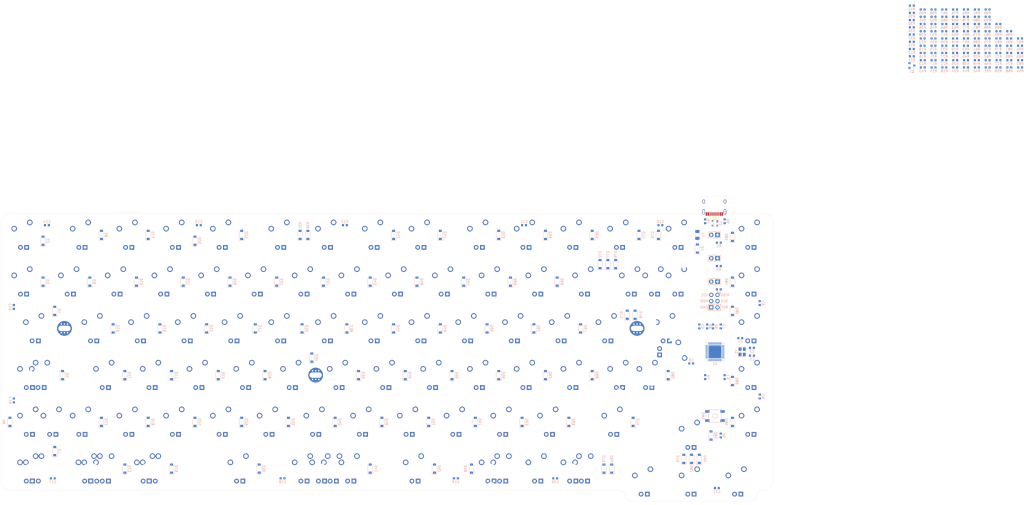
<source format=kicad_pcb>
(kicad_pcb (version 20171130) (host pcbnew "(5.1.6)-1")
  (layers (0 F.Cu signal) (31 B.Cu signal) (34 B.Paste user) (35 F.Paste user) (36 B.SilkS user) (37 F.SilkS user) (38 B.Mask user) (39 F.Mask user) (44 Edge.Cuts user))
  (net 0 "")
  (net 1 GND)
  (net 2 "Net-(C1-Pad1)")
  (net 3 "Net-(C2-Pad1)")
  (net 4 +5V)
  (net 5 "Net-(C7-Pad1)")
  (net 6 "Net-(D1-Pad2)")
  (net 7 ROW0)
  (net 8 "Net-(D2-Pad2)")
  (net 9 ROW1)
  (net 10 "Net-(D3-Pad2)")
  (net 11 ROW2)
  (net 12 "Net-(D4-Pad2)")
  (net 13 ROW3)
  (net 14 "Net-(D5-Pad2)")
  (net 15 ROW4)
  (net 16 "Net-(D6-Pad2)")
  (net 17 ROW5)
  (net 18 "Net-(D7-Pad2)")
  (net 19 "Net-(D8-Pad2)")
  (net 20 "Net-(D9-Pad2)")
  (net 21 "Net-(D10-Pad2)")
  (net 22 "Net-(D11-Pad2)")
  (net 23 "Net-(D12-Pad2)")
  (net 24 "Net-(D13-Pad2)")
  (net 25 "Net-(D14-Pad2)")
  (net 26 "Net-(D15-Pad2)")
  (net 27 "Net-(D16-Pad2)")
  (net 28 "Net-(D17-Pad2)")
  (net 29 "Net-(D18-Pad2)")
  (net 30 "Net-(D19-Pad2)")
  (net 31 "Net-(D20-Pad2)")
  (net 32 "Net-(D21-Pad2)")
  (net 33 "Net-(D22-Pad2)")
  (net 34 "Net-(D23-Pad2)")
  (net 35 "Net-(D24-Pad2)")
  (net 36 "Net-(D25-Pad2)")
  (net 37 "Net-(D26-Pad2)")
  (net 38 "Net-(D27-Pad2)")
  (net 39 "Net-(D28-Pad2)")
  (net 40 "Net-(D29-Pad2)")
  (net 41 "Net-(D30-Pad2)")
  (net 42 "Net-(D31-Pad2)")
  (net 43 "Net-(D32-Pad2)")
  (net 44 "Net-(D33-Pad2)")
  (net 45 "Net-(D34-Pad2)")
  (net 46 "Net-(D35-Pad2)")
  (net 47 "Net-(D36-Pad2)")
  (net 48 "Net-(D37-Pad2)")
  (net 49 "Net-(D38-Pad2)")
  (net 50 "Net-(D39-Pad2)")
  (net 51 "Net-(D40-Pad2)")
  (net 52 "Net-(D41-Pad2)")
  (net 53 "Net-(D42-Pad2)")
  (net 54 "Net-(D43-Pad2)")
  (net 55 "Net-(D44-Pad2)")
  (net 56 "Net-(D45-Pad2)")
  (net 57 "Net-(D46-Pad2)")
  (net 58 "Net-(D47-Pad2)")
  (net 59 "Net-(D48-Pad2)")
  (net 60 "Net-(D49-Pad2)")
  (net 61 "Net-(D50-Pad2)")
  (net 62 "Net-(D51-Pad2)")
  (net 63 "Net-(D52-Pad2)")
  (net 64 "Net-(D53-Pad2)")
  (net 65 "Net-(D54-Pad2)")
  (net 66 "Net-(D55-Pad2)")
  (net 67 "Net-(D56-Pad2)")
  (net 68 "Net-(D57-Pad2)")
  (net 69 "Net-(D58-Pad2)")
  (net 70 "Net-(D59-Pad2)")
  (net 71 "Net-(D60-Pad2)")
  (net 72 "Net-(D61-Pad2)")
  (net 73 "Net-(D62-Pad2)")
  (net 74 "Net-(D63-Pad2)")
  (net 75 "Net-(D64-Pad2)")
  (net 76 "Net-(D65-Pad2)")
  (net 77 "Net-(D66-Pad2)")
  (net 78 "Net-(D67-Pad2)")
  (net 79 "Net-(D68-Pad2)")
  (net 80 "Net-(D69-Pad2)")
  (net 81 "Net-(D70-Pad2)")
  (net 82 "Net-(D71-Pad2)")
  (net 83 "Net-(D72-Pad2)")
  (net 84 "Net-(D73-Pad2)")
  (net 85 "Net-(D74-Pad2)")
  (net 86 "Net-(D75-Pad2)")
  (net 87 "Net-(D76-Pad2)")
  (net 88 "Net-(D77-Pad2)")
  (net 89 "Net-(D78-Pad2)")
  (net 90 "Net-(D79-Pad2)")
  (net 91 "Net-(D80-Pad2)")
  (net 92 "Net-(D81-Pad2)")
  (net 93 "Net-(D82-Pad2)")
  (net 94 "Net-(D83-Pad2)")
  (net 95 "Net-(D84-Pad2)")
  (net 96 "Net-(D85-Pad2)")
  (net 97 "Net-(D86-Pad2)")
  (net 98 "Net-(D87-Pad2)")
  (net 99 "Net-(D88-Pad2)")
  (net 100 "Net-(D89-Pad2)")
  (net 101 "Net-(D90-Pad2)")
  (net 102 "Net-(D91-Pad2)")
  (net 103 VCC)
  (net 104 RESET)
  (net 105 COL1)
  (net 106 COL2)
  (net 107 COL3)
  (net 108 COL4)
  (net 109 COL5)
  (net 110 COL6)
  (net 111 COL7)
  (net 112 COL0)
  (net 113 LEDIND1)
  (net 114 LEDIND2)
  (net 115 LEDIND3)
  (net 116 "Net-(R6-Pad2)")
  (net 117 "Net-(R7-Pad2)")
  (net 118 "Net-(R8-Pad2)")
  (net 119 D-)
  (net 120 "Net-(R9-Pad2)")
  (net 121 D+)
  (net 122 "Net-(U1-Pad42)")
  (net 123 "Net-(USB1-Pad3)")
  (net 124 ROW7)
  (net 125 ROW6)
  (net 126 "Net-(R4-Pad2)")
  (net 127 ROW8)
  (net 128 ROW11)
  (net 129 ROW9)
  (net 130 ROW10)
  (net 131 RGBLED)
  (net 132 "Net-(USB1-Pad9)")
  (net 133 "Net-(MX_.1-Pad4)")
  (net 134 "Net-(MX_,1-Pad4)")
  (net 135 "Net-(MX_#0-Pad4)")
  (net 136 "Net-(MX_#1-Pad4)")
  (net 137 "Net-(MX_#2-Pad4)")
  (net 138 "Net-(MX_#3-Pad4)")
  (net 139 "Net-(MX_#4-Pad4)")
  (net 140 "Net-(MX_#5-Pad4)")
  (net 141 "Net-(MX_#6-Pad4)")
  (net 142 "Net-(MX_#7-Pad4)")
  (net 143 "Net-(MX_#8-Pad4)")
  (net 144 "Net-(MX_#9-Pad4)")
  (net 145 "Net-(MX_'1-Pad4)")
  (net 146 "Net-(MX_-1-Pad4)")
  (net 147 "Net-(MX_/1-Pad4)")
  (net 148 "Net-(MX_;1-Pad4)")
  (net 149 "Net-(MX_=1-Pad4)")
  (net 150 "Net-(MX_[1-Pad4)")
  (net 151 "Net-(MX_\\1-Pad4)")
  (net 152 "Net-(MX_]1-Pad4)")
  (net 153 "Net-(MX_`1-Pad4)")
  (net 154 "Net-(MX_A1-Pad4)")
  (net 155 "Net-(MX_B1-Pad4)")
  (net 156 "Net-(MX_BCKSP1-Pad4)")
  (net 157 "Net-(MX_BCKSP3-Pad4)")
  (net 158 "Net-(MX_C1-Pad4)")
  (net 159 "Net-(MX_CAPS1-Pad4)")
  (net 160 "Net-(MX_D1-Pad4)")
  (net 161 "Net-(MX_DEL1-Pad4)")
  (net 162 "Net-(MX_DOWN1-Pad4)")
  (net 163 "Net-(MX_E1-Pad4)")
  (net 164 "Net-(MX_END1-Pad4)")
  (net 165 "Net-(MX_ENTER1-Pad4)")
  (net 166 "Net-(MX_ESC1-Pad4)")
  (net 167 "Net-(MX_F1-Pad4)")
  (net 168 "Net-(MX_F#1-Pad4)")
  (net 169 "Net-(MX_F#2-Pad4)")
  (net 170 "Net-(MX_F#3-Pad4)")
  (net 171 "Net-(MX_F#4-Pad4)")
  (net 172 "Net-(MX_F#5-Pad4)")
  (net 173 "Net-(MX_F#6-Pad4)")
  (net 174 "Net-(MX_F#7-Pad4)")
  (net 175 "Net-(MX_F#8-Pad4)")
  (net 176 "Net-(MX_F#9-Pad4)")
  (net 177 "Net-(MX_F#10-Pad4)")
  (net 178 "Net-(MX_F#11-Pad4)")
  (net 179 "Net-(MX_F#12-Pad4)")
  (net 180 "Net-(MX_G1-Pad4)")
  (net 181 "Net-(MX_H1-Pad4)")
  (net 182 "Net-(MX_HOME1-Pad4)")
  (net 183 "Net-(MX_I1-Pad4)")
  (net 184 "Net-(MX_J1-Pad4)")
  (net 185 "Net-(MX_K1-Pad4)")
  (net 186 "Net-(MX_L1-Pad4)")
  (net 187 "Net-(MX_LALT1-Pad4)")
  (net 188 "Net-(MX_LCTRL1-Pad4)")
  (net 189 "Net-(MX_LEFT1-Pad4)")
  (net 190 "Net-(MX_LSHIFT1-Pad4)")
  (net 191 "Net-(MX_LSHIFT3-Pad4)")
  (net 192 "Net-(MX_LWIN1-Pad4)")
  (net 193 "Net-(MX_M1-Pad4)")
  (net 194 "Net-(MX_N1-Pad4)")
  (net 195 "Net-(MX_O1-Pad4)")
  (net 196 "Net-(MX_P1-Pad4)")
  (net 197 "Net-(MX_PAUSE1-Pad4)")
  (net 198 "Net-(MX_PGDN1-Pad4)")
  (net 199 "Net-(MX_PGUP1-Pad4)")
  (net 200 "Net-(MX_Q1-Pad4)")
  (net 201 "Net-(MX_R1-Pad4)")
  (net 202 "Net-(MX_RALT1-Pad4)")
  (net 203 "Net-(MX_RCTRL1-Pad4)")
  (net 204 "Net-(MX_RIGHT1-Pad4)")
  (net 205 "Net-(MX_RSHIFT1-Pad4)")
  (net 206 "Net-(MX_RWIN1-Pad4)")
  (net 207 "Net-(MX_S1-Pad4)")
  (net 208 "Net-(MX_SPACE1-Pad4)")
  (net 209 "Net-(MX_SPACE5-Pad4)")
  (net 210 "Net-(MX_SPACE6-Pad4)")
  (net 211 "Net-(MX_T1-Pad4)")
  (net 212 "Net-(MX_TAB1-Pad4)")
  (net 213 "Net-(MX_U1-Pad4)")
  (net 214 "Net-(MX_UP1-Pad4)")
  (net 215 "Net-(MX_V1-Pad4)")
  (net 216 "Net-(MX_W1-Pad4)")
  (net 217 "Net-(MX_X1-Pad4)")
  (net 218 "Net-(MX_Y1-Pad4)")
  (net 219 "Net-(MX_Z1-Pad4)")
  (net 220 LEDGND)
  (net 221 "Net-(Q1-Pad1)")
  (net 222 LEDMOS)
  (module MX_Only:MXOnly-1U (layer F.Cu) (at 211.68297 149.0025)
    (fp_text reference MX_LEFT1)
    (fp_text value MX-LED)
    (pad "" np_thru_hole circle (at 5.08 0 48.0996) (size 1.75 1.75) (drill 1.75) (layers *.Cu *.Mask))
    (pad "" np_thru_hole circle (at -5.08 0 48.0996) (size 1.75 1.75) (drill 1.75) (layers *.Cu *.Mask))
    (pad 4 thru_hole rect (at 1.27 5.08) (size 1.905 1.905) (drill 1.04) (layers *.Cu B.Mask) (net 189 "Net-(MX_LEFT1-Pad4)"))
    (pad 3 thru_hole circle (at -1.27 5.08) (size 1.905 1.905) (drill 1.04) (layers *.Cu B.Mask) (net 4 +5V))
    (pad 1 thru_hole circle (at -3.81 -2.54) (size 2.25 2.25) (drill 1.47) (layers *.Cu B.Mask) (net 110 COL6))
    (pad "" np_thru_hole circle (at 0 0) (size 3.9878 3.9878) (drill 3.9878) (layers *.Cu *.Mask))
    (pad 2 thru_hole circle (at 2.54 -5.08) (size 2.25 2.25) (drill 1.47) (layers *.Cu B.Mask) (net 86 "Net-(D75-Pad2)"))
  )
  (module MX_Only:MXOnly-1U (layer F.Cu) (at 249.790362 149.0025)
    (fp_text reference MX_RIGHT1)
    (fp_text value MX-LED)
    (pad "" np_thru_hole circle (at 5.08 0 48.0996) (size 1.75 1.75) (drill 1.75) (layers *.Cu *.Mask))
    (pad "" np_thru_hole circle (at -5.08 0 48.0996) (size 1.75 1.75) (drill 1.75) (layers *.Cu *.Mask))
    (pad 4 thru_hole rect (at 1.27 5.08) (size 1.905 1.905) (drill 1.04) (layers *.Cu B.Mask) (net 204 "Net-(MX_RIGHT1-Pad4)"))
    (pad 3 thru_hole circle (at -1.27 5.08) (size 1.905 1.905) (drill 1.04) (layers *.Cu B.Mask) (net 4 +5V))
    (pad 1 thru_hole circle (at -3.81 -2.54) (size 2.25 2.25) (drill 1.47) (layers *.Cu B.Mask) (net 111 COL7))
    (pad "" np_thru_hole circle (at 0 0) (size 3.9878 3.9878) (drill 3.9878) (layers *.Cu *.Mask))
    (pad 2 thru_hole circle (at 2.54 -5.08) (size 2.25 2.25) (drill 1.47) (layers *.Cu B.Mask) (net 102 "Net-(D91-Pad2)"))
  )
  (module Resistor_SMD:R_0603_1608Metric (layer B.Cu) (at 351.625027 -43.4375)
    (fp_text reference R98 (at 0 1.43) (layer B.SilkS) (effects (justify mirror)))
    (fp_text value 1K)
    (pad 2 smd roundrect (at 0.7875 0) (size 0.875 0.95) (layers B.Cu B.Paste B.Mask) (net 220 LEDGND))
    (pad 1 smd roundrect (at -0.7875 0) (size 0.875 0.95) (layers B.Cu B.Paste B.Mask) (net 204 "Net-(MX_RIGHT1-Pad4)"))
  )
  (module Resistor_SMD:R_0603_1608Metric (layer B.Cu) (at 364.855027 -31.6375)
    (fp_text reference R97 (at 0 1.43) (layer B.SilkS) (effects (justify mirror)))
    (fp_text value 1K)
    (pad 2 smd roundrect (at 0.7875 0) (size 0.875 0.95) (layers B.Cu B.Paste B.Mask) (net 220 LEDGND))
    (pad 1 smd roundrect (at -0.7875 0) (size 0.875 0.95) (layers B.Cu B.Paste B.Mask) (net 164 "Net-(MX_END1-Pad4)"))
  )
  (module Resistor_SMD:R_0603_1608Metric (layer B.Cu) (at 360.445027 -34.5875)
    (fp_text reference R96 (at 0 1.43) (layer B.SilkS) (effects (justify mirror)))
    (fp_text value 1K)
    (pad 2 smd roundrect (at 0.7875 0) (size 0.875 0.95) (layers B.Cu B.Paste B.Mask) (net 220 LEDGND))
    (pad 1 smd roundrect (at -0.7875 0) (size 0.875 0.95) (layers B.Cu B.Paste B.Mask) (net 198 "Net-(MX_PGDN1-Pad4)"))
  )
  (module Resistor_SMD:R_0603_1608Metric (layer B.Cu) (at 356.035027 -37.5375)
    (fp_text reference R95 (at 0 1.43) (layer B.SilkS) (effects (justify mirror)))
    (fp_text value 1K)
    (pad 2 smd roundrect (at 0.7875 0) (size 0.875 0.95) (layers B.Cu B.Paste B.Mask) (net 220 LEDGND))
    (pad 1 smd roundrect (at -0.7875 0) (size 0.875 0.95) (layers B.Cu B.Paste B.Mask) (net 199 "Net-(MX_PGUP1-Pad4)"))
  )
  (module Resistor_SMD:R_0603_1608Metric (layer B.Cu) (at 364.855027 -28.6875)
    (fp_text reference R94 (at 0 1.43) (layer B.SilkS) (effects (justify mirror)))
    (fp_text value 1K)
    (pad 2 smd roundrect (at 0.7875 0) (size 0.875 0.95) (layers B.Cu B.Paste B.Mask) (net 220 LEDGND))
    (pad 1 smd roundrect (at -0.7875 0) (size 0.875 0.95) (layers B.Cu B.Paste B.Mask) (net 182 "Net-(MX_HOME1-Pad4)"))
  )
  (module Resistor_SMD:R_0603_1608Metric (layer B.Cu) (at 351.625027 -40.4875)
    (fp_text reference R93 (at 0 1.43) (layer B.SilkS) (effects (justify mirror)))
    (fp_text value 1K)
    (pad 2 smd roundrect (at 0.7875 0) (size 0.875 0.95) (layers B.Cu B.Paste B.Mask) (net 220 LEDGND))
    (pad 1 smd roundrect (at -0.7875 0) (size 0.875 0.95) (layers B.Cu B.Paste B.Mask) (net 161 "Net-(MX_DEL1-Pad4)"))
  )
  (module Resistor_SMD:R_0603_1608Metric (layer B.Cu) (at 347.215027 -43.4375)
    (fp_text reference R92 (at 0 1.43) (layer B.SilkS) (effects (justify mirror)))
    (fp_text value 1K)
    (pad 2 smd roundrect (at 0.7875 0) (size 0.875 0.95) (layers B.Cu B.Paste B.Mask) (net 220 LEDGND))
    (pad 1 smd roundrect (at -0.7875 0) (size 0.875 0.95) (layers B.Cu B.Paste B.Mask) (net 162 "Net-(MX_DOWN1-Pad4)"))
  )
  (module Resistor_SMD:R_0603_1608Metric (layer B.Cu) (at 360.445027 -31.6375)
    (fp_text reference R91 (at 0 1.43) (layer B.SilkS) (effects (justify mirror)))
    (fp_text value 1K)
    (pad 2 smd roundrect (at 0.7875 0) (size 0.875 0.95) (layers B.Cu B.Paste B.Mask) (net 220 LEDGND))
    (pad 1 smd roundrect (at -0.7875 0) (size 0.875 0.95) (layers B.Cu B.Paste B.Mask) (net 214 "Net-(MX_UP1-Pad4)"))
  )
  (module Resistor_SMD:R_0603_1608Metric (layer B.Cu) (at 356.035027 -34.5875)
    (fp_text reference R90 (at 0 1.43) (layer B.SilkS) (effects (justify mirror)))
    (fp_text value 1K)
    (pad 2 smd roundrect (at 0.7875 0) (size 0.875 0.95) (layers B.Cu B.Paste B.Mask) (net 220 LEDGND))
    (pad 1 smd roundrect (at -0.7875 0) (size 0.875 0.95) (layers B.Cu B.Paste B.Mask) (net 165 "Net-(MX_ENTER1-Pad4)"))
  )
  (module Resistor_SMD:R_0603_1608Metric (layer B.Cu) (at 351.625027 -37.5375)
    (fp_text reference R89 (at 0 1.43) (layer B.SilkS) (effects (justify mirror)))
    (fp_text value 1K)
    (pad 2 smd roundrect (at 0.7875 0) (size 0.875 0.95) (layers B.Cu B.Paste B.Mask) (net 220 LEDGND))
    (pad 1 smd roundrect (at -0.7875 0) (size 0.875 0.95) (layers B.Cu B.Paste B.Mask) (net 156 "Net-(MX_BCKSP1-Pad4)"))
  )
  (module Resistor_SMD:R_0603_1608Metric (layer B.Cu) (at 347.215027 -31.6375)
    (fp_text reference R88 (at 0 1.43) (layer B.SilkS) (effects (justify mirror)))
    (fp_text value 1K)
    (pad 2 smd roundrect (at 0.7875 0) (size 0.875 0.95) (layers B.Cu B.Paste B.Mask) (net 220 LEDGND))
    (pad 1 smd roundrect (at -0.7875 0) (size 0.875 0.95) (layers B.Cu B.Paste B.Mask) (net 151 "Net-(MX_\\1-Pad4)"))
  )
  (module Resistor_SMD:R_0603_1608Metric (layer B.Cu) (at 360.445027 -28.6875)
    (fp_text reference R87 (at 0 1.43) (layer B.SilkS) (effects (justify mirror)))
    (fp_text value 1K)
    (pad 2 smd roundrect (at 0.7875 0) (size 0.875 0.95) (layers B.Cu B.Paste B.Mask) (net 220 LEDGND))
    (pad 1 smd roundrect (at -0.7875 0) (size 0.875 0.95) (layers B.Cu B.Paste B.Mask) (net 157 "Net-(MX_BCKSP3-Pad4)"))
  )
  (module Resistor_SMD:R_0603_1608Metric (layer B.Cu) (at 347.215027 -40.4875)
    (fp_text reference R86 (at 0 1.43) (layer B.SilkS) (effects (justify mirror)))
    (fp_text value 1K)
    (pad 2 smd roundrect (at 0.7875 0) (size 0.875 0.95) (layers B.Cu B.Paste B.Mask) (net 220 LEDGND))
    (pad 1 smd roundrect (at -0.7875 0) (size 0.875 0.95) (layers B.Cu B.Paste B.Mask) (net 197 "Net-(MX_PAUSE1-Pad4)"))
  )
  (module Resistor_SMD:R_0603_1608Metric (layer B.Cu) (at 342.805027 -43.4375)
    (fp_text reference R85 (at 0 1.43) (layer B.SilkS) (effects (justify mirror)))
    (fp_text value 1K)
    (pad 2 smd roundrect (at 0.7875 0) (size 0.875 0.95) (layers B.Cu B.Paste B.Mask) (net 220 LEDGND))
    (pad 1 smd roundrect (at -0.7875 0) (size 0.875 0.95) (layers B.Cu B.Paste B.Mask) (net 189 "Net-(MX_LEFT1-Pad4)"))
  )
  (module Resistor_SMD:R_0603_1608Metric (layer B.Cu) (at 356.035027 -31.6375)
    (fp_text reference R84 (at 0 1.43) (layer B.SilkS) (effects (justify mirror)))
    (fp_text value 1K)
    (pad 2 smd roundrect (at 0.7875 0) (size 0.875 0.95) (layers B.Cu B.Paste B.Mask) (net 220 LEDGND))
    (pad 1 smd roundrect (at -0.7875 0) (size 0.875 0.95) (layers B.Cu B.Paste B.Mask) (net 205 "Net-(MX_RSHIFT1-Pad4)"))
  )
  (module Resistor_SMD:R_0603_1608Metric (layer B.Cu) (at 364.895027 -22.7875)
    (fp_text reference R83 (at 0 1.43) (layer B.SilkS) (effects (justify mirror)))
    (fp_text value 1K)
    (pad 2 smd roundrect (at 0.7875 0) (size 0.875 0.95) (layers B.Cu B.Paste B.Mask) (net 220 LEDGND))
    (pad 1 smd roundrect (at -0.7875 0) (size 0.875 0.95) (layers B.Cu B.Paste B.Mask) (net 152 "Net-(MX_]1-Pad4)"))
  )
  (module Resistor_SMD:R_0603_1608Metric (layer B.Cu) (at 351.625027 -34.5875)
    (fp_text reference R82 (at 0 1.43) (layer B.SilkS) (effects (justify mirror)))
    (fp_text value 1K)
    (pad 2 smd roundrect (at 0.7875 0) (size 0.875 0.95) (layers B.Cu B.Paste B.Mask) (net 220 LEDGND))
    (pad 1 smd roundrect (at -0.7875 0) (size 0.875 0.95) (layers B.Cu B.Paste B.Mask) (net 149 "Net-(MX_=1-Pad4)"))
  )
  (module Resistor_SMD:R_0603_1608Metric (layer B.Cu) (at 347.215027 -37.5375)
    (fp_text reference R81 (at 0 1.43) (layer B.SilkS) (effects (justify mirror)))
    (fp_text value 1K)
    (pad 2 smd roundrect (at 0.7875 0) (size 0.875 0.95) (layers B.Cu B.Paste B.Mask) (net 220 LEDGND))
    (pad 1 smd roundrect (at -0.7875 0) (size 0.875 0.95) (layers B.Cu B.Paste B.Mask) (net 179 "Net-(MX_F#12-Pad4)"))
  )
  (module Resistor_SMD:R_0603_1608Metric (layer B.Cu) (at 360.445027 -25.7375)
    (fp_text reference R80 (at 0 1.43) (layer B.SilkS) (effects (justify mirror)))
    (fp_text value 1K)
    (pad 2 smd roundrect (at 0.7875 0) (size 0.875 0.95) (layers B.Cu B.Paste B.Mask) (net 220 LEDGND))
    (pad 1 smd roundrect (at -0.7875 0) (size 0.875 0.95) (layers B.Cu B.Paste B.Mask) (net 203 "Net-(MX_RCTRL1-Pad4)"))
  )
  (module Resistor_SMD:R_0603_1608Metric (layer B.Cu) (at 356.035027 -28.6875)
    (fp_text reference R79 (at 0 1.43) (layer B.SilkS) (effects (justify mirror)))
    (fp_text value 1K)
    (pad 2 smd roundrect (at 0.7875 0) (size 0.875 0.95) (layers B.Cu B.Paste B.Mask) (net 220 LEDGND))
    (pad 1 smd roundrect (at -0.7875 0) (size 0.875 0.95) (layers B.Cu B.Paste B.Mask) (net 147 "Net-(MX_/1-Pad4)"))
  )
  (module Resistor_SMD:R_0603_1608Metric (layer B.Cu) (at 342.805027 -40.4875)
    (fp_text reference R78 (at 0 1.43) (layer B.SilkS) (effects (justify mirror)))
    (fp_text value 1K)
    (pad 2 smd roundrect (at 0.7875 0) (size 0.875 0.95) (layers B.Cu B.Paste B.Mask) (net 220 LEDGND))
    (pad 1 smd roundrect (at -0.7875 0) (size 0.875 0.95) (layers B.Cu B.Paste B.Mask) (net 145 "Net-(MX_'1-Pad4)"))
  )
  (module Resistor_SMD:R_0603_1608Metric (layer B.Cu) (at 356.075027 -22.7875)
    (fp_text reference R77 (at 0 1.43) (layer B.SilkS) (effects (justify mirror)))
    (fp_text value 1K)
    (pad 2 smd roundrect (at 0.7875 0) (size 0.875 0.95) (layers B.Cu B.Paste B.Mask) (net 220 LEDGND))
    (pad 1 smd roundrect (at -0.7875 0) (size 0.875 0.95) (layers B.Cu B.Paste B.Mask) (net 150 "Net-(MX_[1-Pad4)"))
  )
  (module Resistor_SMD:R_0603_1608Metric (layer B.Cu) (at 338.395027 -43.4375)
    (fp_text reference R76 (at 0 1.43) (layer B.SilkS) (effects (justify mirror)))
    (fp_text value 1K)
    (pad 2 smd roundrect (at 0.7875 0) (size 0.875 0.95) (layers B.Cu B.Paste B.Mask) (net 220 LEDGND))
    (pad 1 smd roundrect (at -0.7875 0) (size 0.875 0.95) (layers B.Cu B.Paste B.Mask) (net 146 "Net-(MX_-1-Pad4)"))
  )
  (module Resistor_SMD:R_0603_1608Metric (layer B.Cu) (at 351.625027 -31.6375)
    (fp_text reference R75 (at 0 1.43) (layer B.SilkS) (effects (justify mirror)))
    (fp_text value 1K)
    (pad 2 smd roundrect (at 0.7875 0) (size 0.875 0.95) (layers B.Cu B.Paste B.Mask) (net 220 LEDGND))
    (pad 1 smd roundrect (at -0.7875 0) (size 0.875 0.95) (layers B.Cu B.Paste B.Mask) (net 178 "Net-(MX_F#11-Pad4)"))
  )
  (module Resistor_SMD:R_0603_1608Metric (layer B.Cu) (at 360.485027 -22.7875)
    (fp_text reference R74 (at 0 1.43) (layer B.SilkS) (effects (justify mirror)))
    (fp_text value 1K)
    (pad 2 smd roundrect (at 0.7875 0) (size 0.875 0.95) (layers B.Cu B.Paste B.Mask) (net 220 LEDGND))
    (pad 1 smd roundrect (at -0.7875 0) (size 0.875 0.95) (layers B.Cu B.Paste B.Mask) (net 206 "Net-(MX_RWIN1-Pad4)"))
  )
  (module Resistor_SMD:R_0603_1608Metric (layer B.Cu) (at 347.215027 -34.5875)
    (fp_text reference R73 (at 0 1.43) (layer B.SilkS) (effects (justify mirror)))
    (fp_text value 1K)
    (pad 2 smd roundrect (at 0.7875 0) (size 0.875 0.95) (layers B.Cu B.Paste B.Mask) (net 220 LEDGND))
    (pad 1 smd roundrect (at -0.7875 0) (size 0.875 0.95) (layers B.Cu B.Paste B.Mask) (net 133 "Net-(MX_.1-Pad4)"))
  )
  (module Resistor_SMD:R_0603_1608Metric (layer B.Cu) (at 342.805027 -37.5375)
    (fp_text reference R72 (at 0 1.43) (layer B.SilkS) (effects (justify mirror)))
    (fp_text value 1K)
    (pad 2 smd roundrect (at 0.7875 0) (size 0.875 0.95) (layers B.Cu B.Paste B.Mask) (net 220 LEDGND))
    (pad 1 smd roundrect (at -0.7875 0) (size 0.875 0.95) (layers B.Cu B.Paste B.Mask) (net 148 "Net-(MX_;1-Pad4)"))
  )
  (module Resistor_SMD:R_0603_1608Metric (layer B.Cu) (at 356.035027 -25.7375)
    (fp_text reference R71 (at 0 1.43) (layer B.SilkS) (effects (justify mirror)))
    (fp_text value 1K)
    (pad 2 smd roundrect (at 0.7875 0) (size 0.875 0.95) (layers B.Cu B.Paste B.Mask) (net 220 LEDGND))
    (pad 1 smd roundrect (at -0.7875 0) (size 0.875 0.95) (layers B.Cu B.Paste B.Mask) (net 196 "Net-(MX_P1-Pad4)"))
  )
  (module Resistor_SMD:R_0603_1608Metric (layer B.Cu) (at 351.625027 -28.6875)
    (fp_text reference R70 (at 0 1.43) (layer B.SilkS) (effects (justify mirror)))
    (fp_text value 1K)
    (pad 2 smd roundrect (at 0.7875 0) (size 0.875 0.95) (layers B.Cu B.Paste B.Mask) (net 220 LEDGND))
    (pad 1 smd roundrect (at -0.7875 0) (size 0.875 0.95) (layers B.Cu B.Paste B.Mask) (net 135 "Net-(MX_#0-Pad4)"))
  )
  (module Resistor_SMD:R_0603_1608Metric (layer B.Cu) (at 338.395027 -40.4875)
    (fp_text reference R69 (at 0 1.43) (layer B.SilkS) (effects (justify mirror)))
    (fp_text value 1K)
    (pad 2 smd roundrect (at 0.7875 0) (size 0.875 0.95) (layers B.Cu B.Paste B.Mask) (net 220 LEDGND))
    (pad 1 smd roundrect (at -0.7875 0) (size 0.875 0.95) (layers B.Cu B.Paste B.Mask) (net 177 "Net-(MX_F#10-Pad4)"))
  )
  (module Resistor_SMD:R_0603_1608Metric (layer B.Cu) (at 360.485027 -19.8375)
    (fp_text reference R68 (at 0 1.43) (layer B.SilkS) (effects (justify mirror)))
    (fp_text value 1K)
    (pad 2 smd roundrect (at 0.7875 0) (size 0.875 0.95) (layers B.Cu B.Paste B.Mask) (net 220 LEDGND))
    (pad 1 smd roundrect (at -0.7875 0) (size 0.875 0.95) (layers B.Cu B.Paste B.Mask) (net 202 "Net-(MX_RALT1-Pad4)"))
  )
  (module Resistor_SMD:R_0603_1608Metric (layer B.Cu) (at 333.985027 -43.4375)
    (fp_text reference R67 (at 0 1.43) (layer B.SilkS) (effects (justify mirror)))
    (fp_text value 1K)
    (pad 2 smd roundrect (at 0.7875 0) (size 0.875 0.95) (layers B.Cu B.Paste B.Mask) (net 220 LEDGND))
    (pad 1 smd roundrect (at -0.7875 0) (size 0.875 0.95) (layers B.Cu B.Paste B.Mask) (net 134 "Net-(MX_,1-Pad4)"))
  )
  (module Resistor_SMD:R_0603_1608Metric (layer B.Cu) (at 333.985027 -37.5375)
    (fp_text reference R66 (at 0 1.43) (layer B.SilkS) (effects (justify mirror)))
    (fp_text value 1K)
    (pad 2 smd roundrect (at 0.7875 0) (size 0.875 0.95) (layers B.Cu B.Paste B.Mask) (net 220 LEDGND))
    (pad 1 smd roundrect (at -0.7875 0) (size 0.875 0.95) (layers B.Cu B.Paste B.Mask) (net 186 "Net-(MX_L1-Pad4)"))
  )
  (module Resistor_SMD:R_0603_1608Metric (layer B.Cu) (at 364.855027 -25.7375)
    (fp_text reference R65 (at 0 1.43) (layer B.SilkS) (effects (justify mirror)))
    (fp_text value 1K)
    (pad 2 smd roundrect (at 0.7875 0) (size 0.875 0.95) (layers B.Cu B.Paste B.Mask) (net 220 LEDGND))
    (pad 1 smd roundrect (at -0.7875 0) (size 0.875 0.95) (layers B.Cu B.Paste B.Mask) (net 195 "Net-(MX_O1-Pad4)"))
  )
  (module Resistor_SMD:R_0603_1608Metric (layer B.Cu) (at 342.805027 -34.5875)
    (fp_text reference R64 (at 0 1.43) (layer B.SilkS) (effects (justify mirror)))
    (fp_text value 1K)
    (pad 2 smd roundrect (at 0.7875 0) (size 0.875 0.95) (layers B.Cu B.Paste B.Mask) (net 220 LEDGND))
    (pad 1 smd roundrect (at -0.7875 0) (size 0.875 0.95) (layers B.Cu B.Paste B.Mask) (net 144 "Net-(MX_#9-Pad4)"))
  )
  (module Resistor_SMD:R_0603_1608Metric (layer B.Cu) (at 338.395027 -37.5375)
    (fp_text reference R63 (at 0 1.43) (layer B.SilkS) (effects (justify mirror)))
    (fp_text value 1K)
    (pad 2 smd roundrect (at 0.7875 0) (size 0.875 0.95) (layers B.Cu B.Paste B.Mask) (net 220 LEDGND))
    (pad 1 smd roundrect (at -0.7875 0) (size 0.875 0.95) (layers B.Cu B.Paste B.Mask) (net 176 "Net-(MX_F#9-Pad4)"))
  )
  (module Resistor_SMD:R_0603_1608Metric (layer B.Cu) (at 351.625027 -25.7375)
    (fp_text reference R62 (at 0 1.43) (layer B.SilkS) (effects (justify mirror)))
    (fp_text value 1K)
    (pad 2 smd roundrect (at 0.7875 0) (size 0.875 0.95) (layers B.Cu B.Paste B.Mask) (net 220 LEDGND))
    (pad 1 smd roundrect (at -0.7875 0) (size 0.875 0.95) (layers B.Cu B.Paste B.Mask) (net 210 "Net-(MX_SPACE6-Pad4)"))
  )
  (module Resistor_SMD:R_0603_1608Metric (layer B.Cu) (at 347.215027 -28.6875)
    (fp_text reference R61 (at 0 1.43) (layer B.SilkS) (effects (justify mirror)))
    (fp_text value 1K)
    (pad 2 smd roundrect (at 0.7875 0) (size 0.875 0.95) (layers B.Cu B.Paste B.Mask) (net 220 LEDGND))
    (pad 1 smd roundrect (at -0.7875 0) (size 0.875 0.95) (layers B.Cu B.Paste B.Mask) (net 193 "Net-(MX_M1-Pad4)"))
  )
  (module Resistor_SMD:R_0603_1608Metric (layer B.Cu) (at 333.985027 -40.4875)
    (fp_text reference R60 (at 0 1.43) (layer B.SilkS) (effects (justify mirror)))
    (fp_text value 1K)
    (pad 2 smd roundrect (at 0.7875 0) (size 0.875 0.95) (layers B.Cu B.Paste B.Mask) (net 220 LEDGND))
    (pad 1 smd roundrect (at -0.7875 0) (size 0.875 0.95) (layers B.Cu B.Paste B.Mask) (net 185 "Net-(MX_K1-Pad4)"))
  )
  (module Resistor_SMD:R_0603_1608Metric (layer B.Cu) (at 356.075027 -19.8375)
    (fp_text reference R59 (at 0 1.43) (layer B.SilkS) (effects (justify mirror)))
    (fp_text value 1K)
    (pad 2 smd roundrect (at 0.7875 0) (size 0.875 0.95) (layers B.Cu B.Paste B.Mask) (net 220 LEDGND))
    (pad 1 smd roundrect (at -0.7875 0) (size 0.875 0.95) (layers B.Cu B.Paste B.Mask) (net 183 "Net-(MX_I1-Pad4)"))
  )
  (module Resistor_SMD:R_0603_1608Metric (layer B.Cu) (at 329.575027 -43.4375)
    (fp_text reference R58 (at 0 1.43) (layer B.SilkS) (effects (justify mirror)))
    (fp_text value 1K)
    (pad 2 smd roundrect (at 0.7875 0) (size 0.875 0.95) (layers B.Cu B.Paste B.Mask) (net 220 LEDGND))
    (pad 1 smd roundrect (at -0.7875 0) (size 0.875 0.95) (layers B.Cu B.Paste B.Mask) (net 143 "Net-(MX_#8-Pad4)"))
  )
  (module Resistor_SMD:R_0603_1608Metric (layer B.Cu) (at 342.805027 -31.6375)
    (fp_text reference R57 (at 0 1.43) (layer B.SilkS) (effects (justify mirror)))
    (fp_text value 1K)
    (pad 2 smd roundrect (at 0.7875 0) (size 0.875 0.95) (layers B.Cu B.Paste B.Mask) (net 220 LEDGND))
    (pad 1 smd roundrect (at -0.7875 0) (size 0.875 0.95) (layers B.Cu B.Paste B.Mask) (net 175 "Net-(MX_F#8-Pad4)"))
  )
  (module Resistor_SMD:R_0603_1608Metric (layer B.Cu) (at 351.665027 -22.7875)
    (fp_text reference R56 (at 0 1.43) (layer B.SilkS) (effects (justify mirror)))
    (fp_text value 1K)
    (pad 2 smd roundrect (at 0.7875 0) (size 0.875 0.95) (layers B.Cu B.Paste B.Mask) (net 220 LEDGND))
    (pad 1 smd roundrect (at -0.7875 0) (size 0.875 0.95) (layers B.Cu B.Paste B.Mask) (net 194 "Net-(MX_N1-Pad4)"))
  )
  (module Resistor_SMD:R_0603_1608Metric (layer B.Cu) (at 338.395027 -34.5875)
    (fp_text reference R55 (at 0 1.43) (layer B.SilkS) (effects (justify mirror)))
    (fp_text value 1K)
    (pad 2 smd roundrect (at 0.7875 0) (size 0.875 0.95) (layers B.Cu B.Paste B.Mask) (net 220 LEDGND))
    (pad 1 smd roundrect (at -0.7875 0) (size 0.875 0.95) (layers B.Cu B.Paste B.Mask) (net 184 "Net-(MX_J1-Pad4)"))
  )
  (module Resistor_SMD:R_0603_1608Metric (layer B.Cu) (at 364.895027 -19.8375)
    (fp_text reference R54 (at 0 1.43) (layer B.SilkS) (effects (justify mirror)))
    (fp_text value 1K)
    (pad 2 smd roundrect (at 0.7875 0) (size 0.875 0.95) (layers B.Cu B.Paste B.Mask) (net 220 LEDGND))
    (pad 1 smd roundrect (at -0.7875 0) (size 0.875 0.95) (layers B.Cu B.Paste B.Mask) (net 213 "Net-(MX_U1-Pad4)"))
  )
  (module Resistor_SMD:R_0603_1608Metric (layer B.Cu) (at 342.805027 -28.6875)
    (fp_text reference R53 (at 0 1.43) (layer B.SilkS) (effects (justify mirror)))
    (fp_text value 1K)
    (pad 2 smd roundrect (at 0.7875 0) (size 0.875 0.95) (layers B.Cu B.Paste B.Mask) (net 220 LEDGND))
    (pad 1 smd roundrect (at -0.7875 0) (size 0.875 0.95) (layers B.Cu B.Paste B.Mask) (net 142 "Net-(MX_#7-Pad4)"))
  )
  (module Resistor_SMD:R_0603_1608Metric (layer B.Cu) (at 329.575027 -40.4875)
    (fp_text reference R52 (at 0 1.43) (layer B.SilkS) (effects (justify mirror)))
    (fp_text value 1K)
    (pad 2 smd roundrect (at 0.7875 0) (size 0.875 0.95) (layers B.Cu B.Paste B.Mask) (net 220 LEDGND))
    (pad 1 smd roundrect (at -0.7875 0) (size 0.875 0.95) (layers B.Cu B.Paste B.Mask) (net 174 "Net-(MX_F#7-Pad4)"))
  )
  (module Resistor_SMD:R_0603_1608Metric (layer B.Cu) (at 351.665027 -19.8375)
    (fp_text reference R51 (at 0 1.43) (layer B.SilkS) (effects (justify mirror)))
    (fp_text value 1K)
    (pad 2 smd roundrect (at 0.7875 0) (size 0.875 0.95) (layers B.Cu B.Paste B.Mask) (net 220 LEDGND))
    (pad 1 smd roundrect (at -0.7875 0) (size 0.875 0.95) (layers B.Cu B.Paste B.Mask) (net 208 "Net-(MX_SPACE1-Pad4)"))
  )
  (module Resistor_SMD:R_0603_1608Metric (layer B.Cu) (at 325.165027 -43.4375)
    (fp_text reference R50 (at 0 1.43) (layer B.SilkS) (effects (justify mirror)))
    (fp_text value 1K)
    (pad 2 smd roundrect (at 0.7875 0) (size 0.875 0.95) (layers B.Cu B.Paste B.Mask) (net 220 LEDGND))
    (pad 1 smd roundrect (at -0.7875 0) (size 0.875 0.95) (layers B.Cu B.Paste B.Mask) (net 155 "Net-(MX_B1-Pad4)"))
  )
  (module Resistor_SMD:R_0603_1608Metric (layer B.Cu) (at 338.395027 -31.6375)
    (fp_text reference R49 (at 0 1.43) (layer B.SilkS) (effects (justify mirror)))
    (fp_text value 1K)
    (pad 2 smd roundrect (at 0.7875 0) (size 0.875 0.95) (layers B.Cu B.Paste B.Mask) (net 220 LEDGND))
    (pad 1 smd roundrect (at -0.7875 0) (size 0.875 0.95) (layers B.Cu B.Paste B.Mask) (net 181 "Net-(MX_H1-Pad4)"))
  )
  (module Resistor_SMD:R_0603_1608Metric (layer B.Cu) (at 347.255027 -22.7875)
    (fp_text reference R48 (at 0 1.43) (layer B.SilkS) (effects (justify mirror)))
    (fp_text value 1K)
    (pad 2 smd roundrect (at 0.7875 0) (size 0.875 0.95) (layers B.Cu B.Paste B.Mask) (net 220 LEDGND))
    (pad 1 smd roundrect (at -0.7875 0) (size 0.875 0.95) (layers B.Cu B.Paste B.Mask) (net 218 "Net-(MX_Y1-Pad4)"))
  )
  (module Resistor_SMD:R_0603_1608Metric (layer B.Cu) (at 333.985027 -34.5875)
    (fp_text reference R47 (at 0 1.43) (layer B.SilkS) (effects (justify mirror)))
    (fp_text value 1K)
    (pad 2 smd roundrect (at 0.7875 0) (size 0.875 0.95) (layers B.Cu B.Paste B.Mask) (net 220 LEDGND))
    (pad 1 smd roundrect (at -0.7875 0) (size 0.875 0.95) (layers B.Cu B.Paste B.Mask) (net 141 "Net-(MX_#6-Pad4)"))
  )
  (module Resistor_SMD:R_0603_1608Metric (layer B.Cu) (at 329.575027 -37.5375)
    (fp_text reference R46 (at 0 1.43) (layer B.SilkS) (effects (justify mirror)))
    (fp_text value 1K)
    (pad 2 smd roundrect (at 0.7875 0) (size 0.875 0.95) (layers B.Cu B.Paste B.Mask) (net 220 LEDGND))
    (pad 1 smd roundrect (at -0.7875 0) (size 0.875 0.95) (layers B.Cu B.Paste B.Mask) (net 173 "Net-(MX_F#6-Pad4)"))
  )
  (module Resistor_SMD:R_0603_1608Metric (layer B.Cu) (at 342.805027 -25.7375)
    (fp_text reference R45 (at 0 1.43) (layer B.SilkS) (effects (justify mirror)))
    (fp_text value 1K)
    (pad 2 smd roundrect (at 0.7875 0) (size 0.875 0.95) (layers B.Cu B.Paste B.Mask) (net 220 LEDGND))
    (pad 1 smd roundrect (at -0.7875 0) (size 0.875 0.95) (layers B.Cu B.Paste B.Mask) (net 215 "Net-(MX_V1-Pad4)"))
  )
  (module Resistor_SMD:R_0603_1608Metric (layer B.Cu) (at 342.845027 -19.8375)
    (fp_text reference R44 (at 0 1.43) (layer B.SilkS) (effects (justify mirror)))
    (fp_text value 1K)
    (pad 2 smd roundrect (at 0.7875 0) (size 0.875 0.95) (layers B.Cu B.Paste B.Mask) (net 220 LEDGND))
    (pad 1 smd roundrect (at -0.7875 0) (size 0.875 0.95) (layers B.Cu B.Paste B.Mask) (net 180 "Net-(MX_G1-Pad4)"))
  )
  (module Resistor_SMD:R_0603_1608Metric (layer B.Cu) (at 325.205027 -19.8375)
    (fp_text reference R43 (at 0 1.43) (layer B.SilkS) (effects (justify mirror)))
    (fp_text value 1K)
    (pad 2 smd roundrect (at 0.7875 0) (size 0.875 0.95) (layers B.Cu B.Paste B.Mask) (net 220 LEDGND))
    (pad 1 smd roundrect (at -0.7875 0) (size 0.875 0.95) (layers B.Cu B.Paste B.Mask) (net 211 "Net-(MX_T1-Pad4)"))
  )
  (module Resistor_SMD:R_0603_1608Metric (layer B.Cu) (at 320.755027 -45.0375)
    (fp_text reference R42 (at 0 1.43) (layer B.SilkS) (effects (justify mirror)))
    (fp_text value 1K)
    (pad 2 smd roundrect (at 0.7875 0) (size 0.875 0.95) (layers B.Cu B.Paste B.Mask) (net 220 LEDGND))
    (pad 1 smd roundrect (at -0.7875 0) (size 0.875 0.95) (layers B.Cu B.Paste B.Mask) (net 140 "Net-(MX_#5-Pad4)"))
  )
  (module Resistor_SMD:R_0603_1608Metric (layer B.Cu) (at 325.165027 -40.4875)
    (fp_text reference R41 (at 0 1.43) (layer B.SilkS) (effects (justify mirror)))
    (fp_text value 1K)
    (pad 2 smd roundrect (at 0.7875 0) (size 0.875 0.95) (layers B.Cu B.Paste B.Mask) (net 220 LEDGND))
    (pad 1 smd roundrect (at -0.7875 0) (size 0.875 0.95) (layers B.Cu B.Paste B.Mask) (net 172 "Net-(MX_F#5-Pad4)"))
  )
  (module Resistor_SMD:R_0603_1608Metric (layer B.Cu) (at 347.255027 -19.8375)
    (fp_text reference R40 (at 0 1.43) (layer B.SilkS) (effects (justify mirror)))
    (fp_text value 1K)
    (pad 2 smd roundrect (at 0.7875 0) (size 0.875 0.95) (layers B.Cu B.Paste B.Mask) (net 220 LEDGND))
    (pad 1 smd roundrect (at -0.7875 0) (size 0.875 0.95) (layers B.Cu B.Paste B.Mask) (net 209 "Net-(MX_SPACE5-Pad4)"))
  )
  (module Resistor_SMD:R_0603_1608Metric (layer B.Cu) (at 333.985027 -31.6375)
    (fp_text reference R39 (at 0 1.43) (layer B.SilkS) (effects (justify mirror)))
    (fp_text value 1K)
    (pad 2 smd roundrect (at 0.7875 0) (size 0.875 0.95) (layers B.Cu B.Paste B.Mask) (net 220 LEDGND))
    (pad 1 smd roundrect (at -0.7875 0) (size 0.875 0.95) (layers B.Cu B.Paste B.Mask) (net 158 "Net-(MX_C1-Pad4)"))
  )
  (module Resistor_SMD:R_0603_1608Metric (layer B.Cu) (at 342.845027 -22.7875)
    (fp_text reference R38 (at 0 1.43) (layer B.SilkS) (effects (justify mirror)))
    (fp_text value 1K)
    (pad 2 smd roundrect (at 0.7875 0) (size 0.875 0.95) (layers B.Cu B.Paste B.Mask) (net 220 LEDGND))
    (pad 1 smd roundrect (at -0.7875 0) (size 0.875 0.95) (layers B.Cu B.Paste B.Mask) (net 167 "Net-(MX_F1-Pad4)"))
  )
  (module Resistor_SMD:R_0603_1608Metric (layer B.Cu) (at 329.575027 -34.5875)
    (fp_text reference R37 (at 0 1.43) (layer B.SilkS) (effects (justify mirror)))
    (fp_text value 1K)
    (pad 2 smd roundrect (at 0.7875 0) (size 0.875 0.95) (layers B.Cu B.Paste B.Mask) (net 220 LEDGND))
    (pad 1 smd roundrect (at -0.7875 0) (size 0.875 0.95) (layers B.Cu B.Paste B.Mask) (net 201 "Net-(MX_R1-Pad4)"))
  )
  (module Resistor_SMD:R_0603_1608Metric (layer B.Cu) (at 325.165027 -37.5375)
    (fp_text reference R36 (at 0 1.43) (layer B.SilkS) (effects (justify mirror)))
    (fp_text value 1K)
    (pad 2 smd roundrect (at 0.7875 0) (size 0.875 0.95) (layers B.Cu B.Paste B.Mask) (net 220 LEDGND))
    (pad 1 smd roundrect (at -0.7875 0) (size 0.875 0.95) (layers B.Cu B.Paste B.Mask) (net 139 "Net-(MX_#4-Pad4)"))
  )
  (module Resistor_SMD:R_0603_1608Metric (layer B.Cu) (at 320.755027 -42.0875)
    (fp_text reference R35 (at 0 1.43) (layer B.SilkS) (effects (justify mirror)))
    (fp_text value 1K)
    (pad 2 smd roundrect (at 0.7875 0) (size 0.875 0.95) (layers B.Cu B.Paste B.Mask) (net 220 LEDGND))
    (pad 1 smd roundrect (at -0.7875 0) (size 0.875 0.95) (layers B.Cu B.Paste B.Mask) (net 171 "Net-(MX_F#4-Pad4)"))
  )
  (module Resistor_SMD:R_0603_1608Metric (layer B.Cu) (at 338.395027 -25.7375)
    (fp_text reference R34 (at 0 1.43) (layer B.SilkS) (effects (justify mirror)))
    (fp_text value 1K)
    (pad 2 smd roundrect (at 0.7875 0) (size 0.875 0.95) (layers B.Cu B.Paste B.Mask) (net 220 LEDGND))
    (pad 1 smd roundrect (at -0.7875 0) (size 0.875 0.95) (layers B.Cu B.Paste B.Mask) (net 217 "Net-(MX_X1-Pad4)"))
  )
  (module Resistor_SMD:R_0603_1608Metric (layer B.Cu) (at 333.985027 -28.6875)
    (fp_text reference R33 (at 0 1.43) (layer B.SilkS) (effects (justify mirror)))
    (fp_text value 1K)
    (pad 2 smd roundrect (at 0.7875 0) (size 0.875 0.95) (layers B.Cu B.Paste B.Mask) (net 220 LEDGND))
    (pad 1 smd roundrect (at -0.7875 0) (size 0.875 0.95) (layers B.Cu B.Paste B.Mask) (net 160 "Net-(MX_D1-Pad4)"))
  )
  (module Resistor_SMD:R_0603_1608Metric (layer B.Cu) (at 320.755027 -33.2375)
    (fp_text reference R32 (at 0 1.43) (layer B.SilkS) (effects (justify mirror)))
    (fp_text value 1K)
    (pad 2 smd roundrect (at 0.7875 0) (size 0.875 0.95) (layers B.Cu B.Paste B.Mask) (net 220 LEDGND))
    (pad 1 smd roundrect (at -0.7875 0) (size 0.875 0.95) (layers B.Cu B.Paste B.Mask) (net 163 "Net-(MX_E1-Pad4)"))
  )
  (module Resistor_SMD:R_0603_1608Metric (layer B.Cu) (at 329.575027 -31.6375)
    (fp_text reference R31 (at 0 1.43) (layer B.SilkS) (effects (justify mirror)))
    (fp_text value 1K)
    (pad 2 smd roundrect (at 0.7875 0) (size 0.875 0.95) (layers B.Cu B.Paste B.Mask) (net 220 LEDGND))
    (pad 1 smd roundrect (at -0.7875 0) (size 0.875 0.95) (layers B.Cu B.Paste B.Mask) (net 138 "Net-(MX_#3-Pad4)"))
  )
  (module Resistor_SMD:R_0603_1608Metric (layer B.Cu) (at 320.755027 -39.1375)
    (fp_text reference R30 (at 0 1.43) (layer B.SilkS) (effects (justify mirror)))
    (fp_text value 1K)
    (pad 2 smd roundrect (at 0.7875 0) (size 0.875 0.95) (layers B.Cu B.Paste B.Mask) (net 220 LEDGND))
    (pad 1 smd roundrect (at -0.7875 0) (size 0.875 0.95) (layers B.Cu B.Paste B.Mask) (net 170 "Net-(MX_F#3-Pad4)"))
  )
  (module Resistor_SMD:R_0603_1608Metric (layer B.Cu) (at 338.435027 -22.7875)
    (fp_text reference R29 (at 0 1.43) (layer B.SilkS) (effects (justify mirror)))
    (fp_text value 1K)
    (pad 2 smd roundrect (at 0.7875 0) (size 0.875 0.95) (layers B.Cu B.Paste B.Mask) (net 220 LEDGND))
    (pad 1 smd roundrect (at -0.7875 0) (size 0.875 0.95) (layers B.Cu B.Paste B.Mask) (net 187 "Net-(MX_LALT1-Pad4)"))
  )
  (module Resistor_SMD:R_0603_1608Metric (layer B.Cu) (at 325.165027 -34.5875)
    (fp_text reference R28 (at 0 1.43) (layer B.SilkS) (effects (justify mirror)))
    (fp_text value 1K)
    (pad 2 smd roundrect (at 0.7875 0) (size 0.875 0.95) (layers B.Cu B.Paste B.Mask) (net 220 LEDGND))
    (pad 1 smd roundrect (at -0.7875 0) (size 0.875 0.95) (layers B.Cu B.Paste B.Mask) (net 219 "Net-(MX_Z1-Pad4)"))
  )
  (module Resistor_SMD:R_0603_1608Metric (layer B.Cu) (at 333.985027 -25.7375)
    (fp_text reference R27 (at 0 1.43) (layer B.SilkS) (effects (justify mirror)))
    (fp_text value 1K)
    (pad 2 smd roundrect (at 0.7875 0) (size 0.875 0.95) (layers B.Cu B.Paste B.Mask) (net 220 LEDGND))
    (pad 1 smd roundrect (at -0.7875 0) (size 0.875 0.95) (layers B.Cu B.Paste B.Mask) (net 207 "Net-(MX_S1-Pad4)"))
  )
  (module Resistor_SMD:R_0603_1608Metric (layer B.Cu) (at 320.755027 -36.1875)
    (fp_text reference R26 (at 0 1.43) (layer B.SilkS) (effects (justify mirror)))
    (fp_text value 1K)
    (pad 2 smd roundrect (at 0.7875 0) (size 0.875 0.95) (layers B.Cu B.Paste B.Mask) (net 220 LEDGND))
    (pad 1 smd roundrect (at -0.7875 0) (size 0.875 0.95) (layers B.Cu B.Paste B.Mask) (net 216 "Net-(MX_W1-Pad4)"))
  )
  (module Resistor_SMD:R_0603_1608Metric (layer B.Cu) (at 329.575027 -28.6875)
    (fp_text reference R25 (at 0 1.43) (layer B.SilkS) (effects (justify mirror)))
    (fp_text value 1K)
    (pad 2 smd roundrect (at 0.7875 0) (size 0.875 0.95) (layers B.Cu B.Paste B.Mask) (net 220 LEDGND))
    (pad 1 smd roundrect (at -0.7875 0) (size 0.875 0.95) (layers B.Cu B.Paste B.Mask) (net 137 "Net-(MX_#2-Pad4)"))
  )
  (module Resistor_SMD:R_0603_1608Metric (layer B.Cu) (at 338.435027 -19.8375)
    (fp_text reference R24 (at 0 1.43) (layer B.SilkS) (effects (justify mirror)))
    (fp_text value 1K)
    (pad 2 smd roundrect (at 0.7875 0) (size 0.875 0.95) (layers B.Cu B.Paste B.Mask) (net 220 LEDGND))
    (pad 1 smd roundrect (at -0.7875 0) (size 0.875 0.95) (layers B.Cu B.Paste B.Mask) (net 169 "Net-(MX_F#2-Pad4)"))
  )
  (module Resistor_SMD:R_0603_1608Metric (layer B.Cu) (at 325.165027 -31.6375)
    (fp_text reference R23 (at 0 1.43) (layer B.SilkS) (effects (justify mirror)))
    (fp_text value 1K)
    (pad 2 smd roundrect (at 0.7875 0) (size 0.875 0.95) (layers B.Cu B.Paste B.Mask) (net 220 LEDGND))
    (pad 1 smd roundrect (at -0.7875 0) (size 0.875 0.95) (layers B.Cu B.Paste B.Mask) (net 192 "Net-(MX_LWIN1-Pad4)"))
  )
  (module Resistor_SMD:R_0603_1608Metric (layer B.Cu) (at 334.025027 -22.7875)
    (fp_text reference R22 (at 0 1.43) (layer B.SilkS) (effects (justify mirror)))
    (fp_text value 1K)
    (pad 2 smd roundrect (at 0.7875 0) (size 0.875 0.95) (layers B.Cu B.Paste B.Mask) (net 220 LEDGND))
    (pad 1 smd roundrect (at -0.7875 0) (size 0.875 0.95) (layers B.Cu B.Paste B.Mask) (net 191 "Net-(MX_LSHIFT3-Pad4)"))
  )
  (module Resistor_SMD:R_0603_1608Metric (layer B.Cu) (at 329.575027 -25.7375)
    (fp_text reference R21 (at 0 1.43) (layer B.SilkS) (effects (justify mirror)))
    (fp_text value 1K)
    (pad 2 smd roundrect (at 0.7875 0) (size 0.875 0.95) (layers B.Cu B.Paste B.Mask) (net 220 LEDGND))
    (pad 1 smd roundrect (at -0.7875 0) (size 0.875 0.95) (layers B.Cu B.Paste B.Mask) (net 154 "Net-(MX_A1-Pad4)"))
  )
  (module Resistor_SMD:R_0603_1608Metric (layer B.Cu) (at 347.215027 -25.7375)
    (fp_text reference R20 (at 0 1.43) (layer B.SilkS) (effects (justify mirror)))
    (fp_text value 1K)
    (pad 2 smd roundrect (at 0.7875 0) (size 0.875 0.95) (layers B.Cu B.Paste B.Mask) (net 220 LEDGND))
    (pad 1 smd roundrect (at -0.7875 0) (size 0.875 0.95) (layers B.Cu B.Paste B.Mask) (net 200 "Net-(MX_Q1-Pad4)"))
  )
  (module Resistor_SMD:R_0603_1608Metric (layer B.Cu) (at 325.165027 -28.6875)
    (fp_text reference R19 (at 0 1.43) (layer B.SilkS) (effects (justify mirror)))
    (fp_text value 1K)
    (pad 2 smd roundrect (at 0.7875 0) (size 0.875 0.95) (layers B.Cu B.Paste B.Mask) (net 220 LEDGND))
    (pad 1 smd roundrect (at -0.7875 0) (size 0.875 0.95) (layers B.Cu B.Paste B.Mask) (net 136 "Net-(MX_#1-Pad4)"))
  )
  (module Resistor_SMD:R_0603_1608Metric (layer B.Cu) (at 334.025027 -19.8375)
    (fp_text reference R18 (at 0 1.43) (layer B.SilkS) (effects (justify mirror)))
    (fp_text value 1K)
    (pad 2 smd roundrect (at 0.7875 0) (size 0.875 0.95) (layers B.Cu B.Paste B.Mask) (net 220 LEDGND))
    (pad 1 smd roundrect (at -0.7875 0) (size 0.875 0.95) (layers B.Cu B.Paste B.Mask) (net 168 "Net-(MX_F#1-Pad4)"))
  )
  (module Resistor_SMD:R_0603_1608Metric (layer B.Cu) (at 329.615027 -22.7875)
    (fp_text reference R17 (at 0 1.43) (layer B.SilkS) (effects (justify mirror)))
    (fp_text value 1K)
    (pad 2 smd roundrect (at 0.7875 0) (size 0.875 0.95) (layers B.Cu B.Paste B.Mask) (net 220 LEDGND))
    (pad 1 smd roundrect (at -0.7875 0) (size 0.875 0.95) (layers B.Cu B.Paste B.Mask) (net 188 "Net-(MX_LCTRL1-Pad4)"))
  )
  (module Resistor_SMD:R_0603_1608Metric (layer B.Cu) (at 325.165027 -25.7375)
    (fp_text reference R16 (at 0 1.43) (layer B.SilkS) (effects (justify mirror)))
    (fp_text value 1K)
    (pad 2 smd roundrect (at 0.7875 0) (size 0.875 0.95) (layers B.Cu B.Paste B.Mask) (net 220 LEDGND))
    (pad 1 smd roundrect (at -0.7875 0) (size 0.875 0.95) (layers B.Cu B.Paste B.Mask) (net 190 "Net-(MX_LSHIFT1-Pad4)"))
  )
  (module Resistor_SMD:R_0603_1608Metric (layer B.Cu) (at 320.755027 -30.2875)
    (fp_text reference R15 (at 0 1.43) (layer B.SilkS) (effects (justify mirror)))
    (fp_text value 1K)
    (pad 2 smd roundrect (at 0.7875 0) (size 0.875 0.95) (layers B.Cu B.Paste B.Mask) (net 220 LEDGND))
    (pad 1 smd roundrect (at -0.7875 0) (size 0.875 0.95) (layers B.Cu B.Paste B.Mask) (net 159 "Net-(MX_CAPS1-Pad4)"))
  )
  (module Resistor_SMD:R_0603_1608Metric (layer B.Cu) (at 329.615027 -19.8375)
    (fp_text reference R14 (at 0 1.43) (layer B.SilkS) (effects (justify mirror)))
    (fp_text value 1K)
    (pad 2 smd roundrect (at 0.7875 0) (size 0.875 0.95) (layers B.Cu B.Paste B.Mask) (net 220 LEDGND))
    (pad 1 smd roundrect (at -0.7875 0) (size 0.875 0.95) (layers B.Cu B.Paste B.Mask) (net 212 "Net-(MX_TAB1-Pad4)"))
  )
  (module Resistor_SMD:R_0603_1608Metric (layer B.Cu) (at 325.205027 -22.7875)
    (fp_text reference R13 (at 0 1.43) (layer B.SilkS) (effects (justify mirror)))
    (fp_text value 1K)
    (pad 2 smd roundrect (at 0.7875 0) (size 0.875 0.95) (layers B.Cu B.Paste B.Mask) (net 220 LEDGND))
    (pad 1 smd roundrect (at -0.7875 0) (size 0.875 0.95) (layers B.Cu B.Paste B.Mask) (net 153 "Net-(MX_`1-Pad4)"))
  )
  (module Resistor_SMD:R_0603_1608Metric (layer B.Cu) (at 320.755027 -27.3375)
    (fp_text reference R12 (at 0 1.43) (layer B.SilkS) (effects (justify mirror)))
    (fp_text value 1K)
    (pad 2 smd roundrect (at 0.7875 0) (size 0.875 0.95) (layers B.Cu B.Paste B.Mask) (net 220 LEDGND))
    (pad 1 smd roundrect (at -0.7875 0) (size 0.875 0.95) (layers B.Cu B.Paste B.Mask) (net 166 "Net-(MX_ESC1-Pad4)"))
  )
  (module Resistor_SMD:R_0603_1608Metric (layer B.Cu) (at 320.755027 -24.3875)
    (fp_text reference R11 (at 0 1.43) (layer B.SilkS) (effects (justify mirror)))
    (fp_text value 10K)
    (pad 2 smd roundrect (at 0.7875 0) (size 0.875 0.95) (layers B.Cu B.Paste B.Mask) (net 1 GND))
    (pad 1 smd roundrect (at -0.7875 0) (size 0.875 0.95) (layers B.Cu B.Paste B.Mask) (net 221 "Net-(Q1-Pad1)"))
  )
  (module Resistor_SMD:R_0603_1608Metric (layer B.Cu) (at 338.395027 -28.6875)
    (fp_text reference R10 (at 0 1.43) (layer B.SilkS) (effects (justify mirror)))
    (fp_text value 100)
    (pad 2 smd roundrect (at 0.7875 0) (size 0.875 0.95) (layers B.Cu B.Paste B.Mask) (net 222 LEDMOS))
    (pad 1 smd roundrect (at -0.7875 0) (size 0.875 0.95) (layers B.Cu B.Paste B.Mask) (net 221 "Net-(Q1-Pad1)"))
  )
  (module Resistor_SMD:R_0603_1608Metric (layer B.Cu) (at 239.7125 85.725 90)
    (fp_text reference R9 (at 0 1.43 90) (layer B.SilkS) (effects (justify mirror)))
    (fp_text value 22)
    (pad 2 smd roundrect (at 0.7875 0 90) (size 0.875 0.95) (layers B.Cu B.Paste B.Mask) (net 120 "Net-(R9-Pad2)"))
    (pad 1 smd roundrect (at -0.7875 0 90) (size 0.875 0.95) (layers B.Cu B.Paste B.Mask) (net 121 D+))
  )
  (module Resistor_SMD:R_0603_1608Metric (layer B.Cu) (at 237.33125 85.725 90)
    (fp_text reference R8 (at 0 1.43 90) (layer B.SilkS) (effects (justify mirror)))
    (fp_text value 22)
    (pad 2 smd roundrect (at 0.7875 0 90) (size 0.875 0.95) (layers B.Cu B.Paste B.Mask) (net 118 "Net-(R8-Pad2)"))
    (pad 1 smd roundrect (at -0.7875 0 90) (size 0.875 0.95) (layers B.Cu B.Paste B.Mask) (net 119 D-))
  )
  (module Resistor_SMD:R_0603_1608Metric (layer B.Cu) (at 236.5375 42.8625 90)
    (fp_text reference R7 (at 0 1.43 90) (layer B.SilkS) (effects (justify mirror)))
    (fp_text value 5.1K)
    (pad 2 smd roundrect (at 0.7875 0 90) (size 0.875 0.95) (layers B.Cu B.Paste B.Mask) (net 117 "Net-(R7-Pad2)"))
    (pad 1 smd roundrect (at -0.7875 0 90) (size 0.875 0.95) (layers B.Cu B.Paste B.Mask) (net 1 GND))
  )
  (module Resistor_SMD:R_0603_1608Metric (layer B.Cu) (at 244.475 42.8625 90)
    (fp_text reference R6 (at 0 1.43 90) (layer B.SilkS) (effects (justify mirror)))
    (fp_text value 5.1K)
    (pad 2 smd roundrect (at 0.7875 0 90) (size 0.875 0.95) (layers B.Cu B.Paste B.Mask) (net 116 "Net-(R6-Pad2)"))
    (pad 1 smd roundrect (at -0.7875 0 90) (size 0.875 0.95) (layers B.Cu B.Paste B.Mask) (net 1 GND))
  )
  (module Resistor_SMD:R_0603_1608Metric (layer B.Cu) (at 242.8875 130.175 90)
    (fp_text reference R5 (at 0 1.43 90) (layer B.SilkS) (effects (justify mirror)))
    (fp_text value 10K)
    (pad 2 smd roundrect (at 0.7875 0 90) (size 0.875 0.95) (layers B.Cu B.Paste B.Mask) (net 104 RESET))
    (pad 1 smd roundrect (at -0.7875 0 90) (size 0.875 0.95) (layers B.Cu B.Paste B.Mask) (net 4 +5V))
  )
  (module Resistor_SMD:R_0603_1608Metric (layer B.Cu) (at 236.5375 106.3625 90)
    (fp_text reference R4 (at 0 1.43 90) (layer B.SilkS) (effects (justify mirror)))
    (fp_text value 10K)
    (pad 2 smd roundrect (at 0.7875 0 90) (size 0.875 0.95) (layers B.Cu B.Paste B.Mask) (net 126 "Net-(R4-Pad2)"))
    (pad 1 smd roundrect (at -0.7875 0 90) (size 0.875 0.95) (layers B.Cu B.Paste B.Mask) (net 1 GND))
  )
  (module Resistor_SMD:R_0603_1608Metric (layer B.Cu) (at 242.09375 70.64375)
    (fp_text reference R3 (at 0 1.43) (layer B.SilkS) (effects (justify mirror)))
    (fp_text value 1K)
    (pad 2 smd roundrect (at 0.7875 0) (size 0.875 0.95) (layers B.Cu B.Paste B.Mask) (net 115 LEDIND3))
    (pad 1 smd roundrect (at -0.7875 0) (size 0.875 0.95) (layers B.Cu B.Paste B.Mask) (net 99 "Net-(D88-Pad2)"))
  )
  (module Resistor_SMD:R_0603_1608Metric (layer B.Cu) (at 242.09375 61.11875)
    (fp_text reference R2 (at 0 1.43) (layer B.SilkS) (effects (justify mirror)))
    (fp_text value 1K)
    (pad 2 smd roundrect (at 0.7875 0) (size 0.875 0.95) (layers B.Cu B.Paste B.Mask) (net 114 LEDIND2))
    (pad 1 smd roundrect (at -0.7875 0) (size 0.875 0.95) (layers B.Cu B.Paste B.Mask) (net 98 "Net-(D87-Pad2)"))
  )
  (module Resistor_SMD:R_0603_1608Metric (layer B.Cu) (at 242.09375 51.59375)
    (fp_text reference R1 (at 0 1.43) (layer B.SilkS) (effects (justify mirror)))
    (fp_text value 1K)
    (pad 2 smd roundrect (at 0.7875 0) (size 0.875 0.95) (layers B.Cu B.Paste B.Mask) (net 113 LEDIND1))
    (pad 1 smd roundrect (at -0.7875 0) (size 0.875 0.95) (layers B.Cu B.Paste B.Mask) (net 97 "Net-(D86-Pad2)"))
  )
  (module Capacitor_SMD:C_0603_1608Metric (layer B.Cu) (at 241.3 151.60625)
    (fp_text reference C21 (at 0 1.43) (layer B.SilkS) (effects (justify mirror)))
    (fp_text value 0.1uF)
    (pad 2 smd roundrect (at 0.7875 0) (size 0.875 0.95) (layers B.Cu B.Paste B.Mask) (net 1 GND))
    (pad 1 smd roundrect (at -0.7875 0) (size 0.875 0.95) (layers B.Cu B.Paste B.Mask) (net 4 +5V))
  )
  (module Capacitor_SMD:C_0603_1608Metric (layer B.Cu) (at 175.41875 147.6375)
    (fp_text reference C20 (at 0 1.43) (layer B.SilkS) (effects (justify mirror)))
    (fp_text value 0.1uF)
    (pad 2 smd roundrect (at 0.7875 0) (size 0.875 0.95) (layers B.Cu B.Paste B.Mask) (net 1 GND))
    (pad 1 smd roundrect (at -0.7875 0) (size 0.875 0.95) (layers B.Cu B.Paste B.Mask) (net 4 +5V))
  )
  (module Capacitor_SMD:C_0603_1608Metric (layer B.Cu) (at 134.9375 147.6375)
    (fp_text reference C19 (at 0 1.43) (layer B.SilkS) (effects (justify mirror)))
    (fp_text value 0.1uF)
    (pad 2 smd roundrect (at 0.7875 0) (size 0.875 0.95) (layers B.Cu B.Paste B.Mask) (net 1 GND))
    (pad 1 smd roundrect (at -0.7875 0) (size 0.875 0.95) (layers B.Cu B.Paste B.Mask) (net 4 +5V))
  )
  (module Capacitor_SMD:C_0603_1608Metric (layer B.Cu) (at 64.29375 147.6375)
    (fp_text reference C18 (at 0 1.43) (layer B.SilkS) (effects (justify mirror)))
    (fp_text value 0.1uF)
    (pad 2 smd roundrect (at 0.7875 0) (size 0.875 0.95) (layers B.Cu B.Paste B.Mask) (net 1 GND))
    (pad 1 smd roundrect (at -0.7875 0) (size 0.875 0.95) (layers B.Cu B.Paste B.Mask) (net 4 +5V))
  )
  (module Capacitor_SMD:C_0603_1608Metric (layer B.Cu) (at -29.36875 147.6375)
    (fp_text reference C17 (at 0 1.43) (layer B.SilkS) (effects (justify mirror)))
    (fp_text value 0.1uF)
    (pad 2 smd roundrect (at 0.7875 0) (size 0.875 0.95) (layers B.Cu B.Paste B.Mask) (net 1 GND))
    (pad 1 smd roundrect (at -0.7875 0) (size 0.875 0.95) (layers B.Cu B.Paste B.Mask) (net 4 +5V))
  )
  (module Capacitor_SMD:C_0603_1608Metric (layer B.Cu) (at -45.24375 115.8875 270)
    (fp_text reference C16 (at 0 1.43 90) (layer B.SilkS) (effects (justify mirror)))
    (fp_text value 0.1uF)
    (pad 2 smd roundrect (at 0.7875 0 270) (size 0.875 0.95) (layers B.Cu B.Paste B.Mask) (net 1 GND))
    (pad 1 smd roundrect (at -0.7875 0 270) (size 0.875 0.95) (layers B.Cu B.Paste B.Mask) (net 4 +5V))
  )
  (module Capacitor_SMD:C_0603_1608Metric (layer B.Cu) (at -45.24375 77.7875 270)
    (fp_text reference C15 (at 0 1.43 90) (layer B.SilkS) (effects (justify mirror)))
    (fp_text value 0.1uF)
    (pad 2 smd roundrect (at 0.7875 0 270) (size 0.875 0.95) (layers B.Cu B.Paste B.Mask) (net 1 GND))
    (pad 1 smd roundrect (at -0.7875 0 270) (size 0.875 0.95) (layers B.Cu B.Paste B.Mask) (net 4 +5V))
  )
  (module Capacitor_SMD:C_0603_1608Metric (layer B.Cu) (at -31.75 44.45 180)
    (fp_text reference C14 (at 0 1.43) (layer B.SilkS) (effects (justify mirror)))
    (fp_text value 0.1uF)
    (pad 2 smd roundrect (at 0.7875 0 180) (size 0.875 0.95) (layers B.Cu B.Paste B.Mask) (net 1 GND))
    (pad 1 smd roundrect (at -0.7875 0 180) (size 0.875 0.95) (layers B.Cu B.Paste B.Mask) (net 4 +5V))
  )
  (module Capacitor_SMD:C_0603_1608Metric (layer B.Cu) (at 30.1625 44.45 180)
    (fp_text reference C13 (at 0 1.43) (layer B.SilkS) (effects (justify mirror)))
    (fp_text value 0.1uF)
    (pad 2 smd roundrect (at 0.7875 0 180) (size 0.875 0.95) (layers B.Cu B.Paste B.Mask) (net 1 GND))
    (pad 1 smd roundrect (at -0.7875 0 180) (size 0.875 0.95) (layers B.Cu B.Paste B.Mask) (net 4 +5V))
  )
  (module Capacitor_SMD:C_0603_1608Metric (layer B.Cu) (at 89.69375 44.45 180)
    (fp_text reference C12 (at 0 1.43) (layer B.SilkS) (effects (justify mirror)))
    (fp_text value 0.1uF)
    (pad 2 smd roundrect (at 0.7875 0 180) (size 0.875 0.95) (layers B.Cu B.Paste B.Mask) (net 1 GND))
    (pad 1 smd roundrect (at -0.7875 0 180) (size 0.875 0.95) (layers B.Cu B.Paste B.Mask) (net 4 +5V))
  )
  (module Capacitor_SMD:C_0603_1608Metric (layer B.Cu) (at 162.71875 44.45 180)
    (fp_text reference C11 (at 0 1.43) (layer B.SilkS) (effects (justify mirror)))
    (fp_text value 0.1uF)
    (pad 2 smd roundrect (at 0.7875 0 180) (size 0.875 0.95) (layers B.Cu B.Paste B.Mask) (net 1 GND))
    (pad 1 smd roundrect (at -0.7875 0 180) (size 0.875 0.95) (layers B.Cu B.Paste B.Mask) (net 4 +5V))
  )
  (module Capacitor_SMD:C_0603_1608Metric (layer B.Cu) (at 218.28125 44.45 180)
    (fp_text reference C10 (at 0 1.43) (layer B.SilkS) (effects (justify mirror)))
    (fp_text value 0.1uF)
    (pad 2 smd roundrect (at 0.7875 0 180) (size 0.875 0.95) (layers B.Cu B.Paste B.Mask) (net 1 GND))
    (pad 1 smd roundrect (at -0.7875 0 180) (size 0.875 0.95) (layers B.Cu B.Paste B.Mask) (net 4 +5V))
  )
  (module Capacitor_SMD:C_0603_1608Metric (layer B.Cu) (at 258.7625 76.2 90)
    (fp_text reference C9 (at 0 1.43 90) (layer B.SilkS) (effects (justify mirror)))
    (fp_text value 0.1uF)
    (pad 2 smd roundrect (at 0.7875 0 90) (size 0.875 0.95) (layers B.Cu B.Paste B.Mask) (net 1 GND))
    (pad 1 smd roundrect (at -0.7875 0 90) (size 0.875 0.95) (layers B.Cu B.Paste B.Mask) (net 4 +5V))
  )
  (module Capacitor_SMD:C_0603_1608Metric (layer B.Cu) (at 258.7625 114.3 90)
    (fp_text reference C8 (at 0 1.43 90) (layer B.SilkS) (effects (justify mirror)))
    (fp_text value 0.1uF)
    (pad 2 smd roundrect (at 0.7875 0 90) (size 0.875 0.95) (layers B.Cu B.Paste B.Mask) (net 1 GND))
    (pad 1 smd roundrect (at -0.7875 0 90) (size 0.875 0.95) (layers B.Cu B.Paste B.Mask) (net 4 +5V))
  )
  (module Capacitor_SMD:C_0603_1608Metric (layer B.Cu) (at 242.8875 85.725 90)
    (fp_text reference C7 (at 0 1.43 90) (layer B.SilkS) (effects (justify mirror)))
    (fp_text value 1uF)
    (pad 2 smd roundrect (at 0.7875 0 90) (size 0.875 0.95) (layers B.Cu B.Paste B.Mask) (net 1 GND))
    (pad 1 smd roundrect (at -0.7875 0 90) (size 0.875 0.95) (layers B.Cu B.Paste B.Mask) (net 5 "Net-(C7-Pad1)"))
  )
  (module Capacitor_SMD:C_0603_1608Metric (layer B.Cu) (at 230.8375 100.80625 180)
    (fp_text reference C6 (at 0 1.43) (layer B.SilkS) (effects (justify mirror)))
    (fp_text value 0.1uF)
    (pad 2 smd roundrect (at 0.7875 0 180) (size 0.875 0.95) (layers B.Cu B.Paste B.Mask) (net 1 GND))
    (pad 1 smd roundrect (at -0.7875 0 180) (size 0.875 0.95) (layers B.Cu B.Paste B.Mask) (net 4 +5V))
  )
  (module Capacitor_SMD:C_0603_1608Metric (layer B.Cu) (at 244.475 106.3625 90)
    (fp_text reference C5 (at 0 1.43 90) (layer B.SilkS) (effects (justify mirror)))
    (fp_text value 0.1uF)
    (pad 2 smd roundrect (at 0.7875 0 90) (size 0.875 0.95) (layers B.Cu B.Paste B.Mask) (net 1 GND))
    (pad 1 smd roundrect (at -0.7875 0 90) (size 0.875 0.95) (layers B.Cu B.Paste B.Mask) (net 4 +5V))
  )
  (module Capacitor_SMD:C_0603_1608Metric (layer B.Cu) (at 250.825 90.4875)
    (fp_text reference C4 (at 0 1.43) (layer B.SilkS) (effects (justify mirror)))
    (fp_text value 0.1uF)
    (pad 2 smd roundrect (at 0.7875 0) (size 0.875 0.95) (layers B.Cu B.Paste B.Mask) (net 1 GND))
    (pad 1 smd roundrect (at -0.7875 0) (size 0.875 0.95) (layers B.Cu B.Paste B.Mask) (net 4 +5V))
  )
  (module Capacitor_SMD:C_0603_1608Metric (layer B.Cu) (at 234.15625 85.725 90)
    (fp_text reference C3 (at 0 1.43 90) (layer B.SilkS) (effects (justify mirror)))
    (fp_text value 10uF)
    (pad 2 smd roundrect (at 0.7875 0 90) (size 0.875 0.95) (layers B.Cu B.Paste B.Mask) (net 1 GND))
    (pad 1 smd roundrect (at -0.7875 0 90) (size 0.875 0.95) (layers B.Cu B.Paste B.Mask) (net 4 +5V))
  )
  (module Capacitor_SMD:C_0603_1608Metric (layer B.Cu) (at 255.5875 94.45625)
    (fp_text reference C2 (at 0 1.43) (layer B.SilkS) (effects (justify mirror)))
    (fp_text value 22pF)
    (pad 2 smd roundrect (at 0.7875 0) (size 0.875 0.95) (layers B.Cu B.Paste B.Mask) (net 1 GND))
    (pad 1 smd roundrect (at -0.7875 0) (size 0.875 0.95) (layers B.Cu B.Paste B.Mask) (net 3 "Net-(C2-Pad1)"))
  )
  (module Capacitor_SMD:C_0603_1608Metric (layer B.Cu) (at 255.5875 97.63125)
    (fp_text reference C1 (at 0 1.43) (layer B.SilkS) (effects (justify mirror)))
    (fp_text value 22pF)
    (pad 2 smd roundrect (at 0.7875 0) (size 0.875 0.95) (layers B.Cu B.Paste B.Mask) (net 1 GND))
    (pad 1 smd roundrect (at -0.7875 0) (size 0.875 0.95) (layers B.Cu B.Paste B.Mask) (net 2 "Net-(C1-Pad1)"))
  )
  (module Package_TO_SOT_SMD:SOT-23 (layer B.Cu) (at 320.775027 -20.6375)
    (fp_text reference Q1 (at 0 2.5) (layer B.SilkS) (effects (justify mirror)))
    (fp_text value 2N7002)
    (pad 3 smd rect (at 1 0) (size 0.9 0.8) (layers B.Cu B.Paste B.Mask) (net 220 LEDGND))
    (pad 2 smd rect (at -1 -0.95) (size 0.9 0.8) (layers B.Cu B.Paste B.Mask) (net 1 GND))
    (pad 1 smd rect (at -1 0.95) (size 0.9 0.8) (layers B.Cu B.Paste B.Mask) (net 221 "Net-(Q1-Pad1)"))
  )
  (module MX_Only:MXOnly-1U (layer F.Cu) (at 1.5875 124.61875)
    (fp_text reference MX_Z1)
    (fp_text value MX-LED)
    (pad "" np_thru_hole circle (at 5.08 0 48.0996) (size 1.75 1.75) (drill 1.75) (layers *.Cu *.Mask))
    (pad "" np_thru_hole circle (at -5.08 0 48.0996) (size 1.75 1.75) (drill 1.75) (layers *.Cu *.Mask))
    (pad 4 thru_hole rect (at 1.27 5.08) (size 1.905 1.905) (drill 1.04) (layers *.Cu B.Mask) (net 219 "Net-(MX_Z1-Pad4)"))
    (pad 3 thru_hole circle (at -1.27 5.08) (size 1.905 1.905) (drill 1.04) (layers *.Cu B.Mask) (net 4 +5V))
    (pad 1 thru_hole circle (at -3.81 -2.54) (size 2.25 2.25) (drill 1.47) (layers *.Cu B.Mask) (net 105 COL1))
    (pad "" np_thru_hole circle (at 0 0) (size 3.9878 3.9878) (drill 3.9878) (layers *.Cu *.Mask))
    (pad 2 thru_hole circle (at 2.54 -5.08) (size 2.25 2.25) (drill 1.47) (layers *.Cu B.Mask) (net 29 "Net-(D18-Pad2)"))
  )
  (module MX_Only:MXOnly-1U (layer F.Cu) (at 82.55 86.51875)
    (fp_text reference MX_Y1)
    (fp_text value MX-LED)
    (pad "" np_thru_hole circle (at 5.08 0 48.0996) (size 1.75 1.75) (drill 1.75) (layers *.Cu *.Mask))
    (pad "" np_thru_hole circle (at -5.08 0 48.0996) (size 1.75 1.75) (drill 1.75) (layers *.Cu *.Mask))
    (pad 4 thru_hole rect (at 1.27 5.08) (size 1.905 1.905) (drill 1.04) (layers *.Cu B.Mask) (net 218 "Net-(MX_Y1-Pad4)"))
    (pad 3 thru_hole circle (at -1.27 5.08) (size 1.905 1.905) (drill 1.04) (layers *.Cu B.Mask) (net 4 +5V))
    (pad 1 thru_hole circle (at -3.81 -2.54) (size 2.25 2.25) (drill 1.47) (layers *.Cu B.Mask) (net 107 COL3))
    (pad "" np_thru_hole circle (at 0 0) (size 3.9878 3.9878) (drill 3.9878) (layers *.Cu *.Mask))
    (pad 2 thru_hole circle (at 2.54 -5.08) (size 2.25 2.25) (drill 1.47) (layers *.Cu B.Mask) (net 49 "Net-(D38-Pad2)"))
  )
  (module MX_Only:MXOnly-1U (layer F.Cu) (at 20.6375 124.61875)
    (fp_text reference MX_X1)
    (fp_text value MX-LED)
    (pad "" np_thru_hole circle (at 5.08 0 48.0996) (size 1.75 1.75) (drill 1.75) (layers *.Cu *.Mask))
    (pad "" np_thru_hole circle (at -5.08 0 48.0996) (size 1.75 1.75) (drill 1.75) (layers *.Cu *.Mask))
    (pad 4 thru_hole rect (at 1.27 5.08) (size 1.905 1.905) (drill 1.04) (layers *.Cu B.Mask) (net 217 "Net-(MX_X1-Pad4)"))
    (pad 3 thru_hole circle (at -1.27 5.08) (size 1.905 1.905) (drill 1.04) (layers *.Cu B.Mask) (net 4 +5V))
    (pad 1 thru_hole circle (at -3.81 -2.54) (size 2.25 2.25) (drill 1.47) (layers *.Cu B.Mask) (net 105 COL1))
    (pad "" np_thru_hole circle (at 0 0) (size 3.9878 3.9878) (drill 3.9878) (layers *.Cu *.Mask))
    (pad 2 thru_hole circle (at 2.54 -5.08) (size 2.25 2.25) (drill 1.47) (layers *.Cu B.Mask) (net 35 "Net-(D24-Pad2)"))
  )
  (module MX_Only:MXOnly-1U (layer F.Cu) (at 6.35 86.51875)
    (fp_text reference MX_W1)
    (fp_text value MX-LED)
    (pad "" np_thru_hole circle (at 5.08 0 48.0996) (size 1.75 1.75) (drill 1.75) (layers *.Cu *.Mask))
    (pad "" np_thru_hole circle (at -5.08 0 48.0996) (size 1.75 1.75) (drill 1.75) (layers *.Cu *.Mask))
    (pad 4 thru_hole rect (at 1.27 5.08) (size 1.905 1.905) (drill 1.04) (layers *.Cu B.Mask) (net 216 "Net-(MX_W1-Pad4)"))
    (pad 3 thru_hole circle (at -1.27 5.08) (size 1.905 1.905) (drill 1.04) (layers *.Cu B.Mask) (net 4 +5V))
    (pad 1 thru_hole circle (at -3.81 -2.54) (size 2.25 2.25) (drill 1.47) (layers *.Cu B.Mask) (net 105 COL1))
    (pad "" np_thru_hole circle (at 0 0) (size 3.9878 3.9878) (drill 3.9878) (layers *.Cu *.Mask))
    (pad 2 thru_hole circle (at 2.54 -5.08) (size 2.25 2.25) (drill 1.47) (layers *.Cu B.Mask) (net 27 "Net-(D16-Pad2)"))
  )
  (module MX_Only:MXOnly-1U (layer F.Cu) (at 58.7375 124.61875)
    (fp_text reference MX_V1)
    (fp_text value MX-LED)
    (pad "" np_thru_hole circle (at 5.08 0 48.0996) (size 1.75 1.75) (drill 1.75) (layers *.Cu *.Mask))
    (pad "" np_thru_hole circle (at -5.08 0 48.0996) (size 1.75 1.75) (drill 1.75) (layers *.Cu *.Mask))
    (pad 4 thru_hole rect (at 1.27 5.08) (size 1.905 1.905) (drill 1.04) (layers *.Cu B.Mask) (net 215 "Net-(MX_V1-Pad4)"))
    (pad 3 thru_hole circle (at -1.27 5.08) (size 1.905 1.905) (drill 1.04) (layers *.Cu B.Mask) (net 4 +5V))
    (pad 1 thru_hole circle (at -3.81 -2.54) (size 2.25 2.25) (drill 1.47) (layers *.Cu B.Mask) (net 106 COL2))
    (pad "" np_thru_hole circle (at 0 0) (size 3.9878 3.9878) (drill 3.9878) (layers *.Cu *.Mask))
    (pad 2 thru_hole circle (at 2.54 -5.08) (size 2.25 2.25) (drill 1.47) (layers *.Cu B.Mask) (net 46 "Net-(D35-Pad2)"))
  )
  (module MX_Only:MXOnly-1U (layer F.Cu) (at 230.736666 129.948804)
    (fp_text reference MX_UP1)
    (fp_text value MX-LED)
    (pad "" np_thru_hole circle (at 5.08 0 48.0996) (size 1.75 1.75) (drill 1.75) (layers *.Cu *.Mask))
    (pad "" np_thru_hole circle (at -5.08 0 48.0996) (size 1.75 1.75) (drill 1.75) (layers *.Cu *.Mask))
    (pad 4 thru_hole rect (at 1.27 5.08) (size 1.905 1.905) (drill 1.04) (layers *.Cu B.Mask) (net 214 "Net-(MX_UP1-Pad4)"))
    (pad 3 thru_hole circle (at -1.27 5.08) (size 1.905 1.905) (drill 1.04) (layers *.Cu B.Mask) (net 4 +5V))
    (pad 1 thru_hole circle (at -3.81 -2.54) (size 2.25 2.25) (drill 1.47) (layers *.Cu B.Mask) (net 111 COL7))
    (pad "" np_thru_hole circle (at 0 0) (size 3.9878 3.9878) (drill 3.9878) (layers *.Cu *.Mask))
    (pad 2 thru_hole circle (at 2.54 -5.08) (size 2.25 2.25) (drill 1.47) (layers *.Cu B.Mask) (net 92 "Net-(D81-Pad2)"))
  )
  (module MX_Only:MXOnly-1U (layer F.Cu) (at 101.6 86.51875)
    (fp_text reference MX_U1)
    (fp_text value MX-LED)
    (pad "" np_thru_hole circle (at 5.08 0 48.0996) (size 1.75 1.75) (drill 1.75) (layers *.Cu *.Mask))
    (pad "" np_thru_hole circle (at -5.08 0 48.0996) (size 1.75 1.75) (drill 1.75) (layers *.Cu *.Mask))
    (pad 4 thru_hole rect (at 1.27 5.08) (size 1.905 1.905) (drill 1.04) (layers *.Cu B.Mask) (net 213 "Net-(MX_U1-Pad4)"))
    (pad 3 thru_hole circle (at -1.27 5.08) (size 1.905 1.905) (drill 1.04) (layers *.Cu B.Mask) (net 4 +5V))
    (pad 1 thru_hole circle (at -3.81 -2.54) (size 2.25 2.25) (drill 1.47) (layers *.Cu B.Mask) (net 107 COL3))
    (pad "" np_thru_hole circle (at 0 0) (size 3.9878 3.9878) (drill 3.9878) (layers *.Cu *.Mask))
    (pad 2 thru_hole circle (at 2.54 -5.08) (size 2.25 2.25) (drill 1.47) (layers *.Cu B.Mask) (net 55 "Net-(D44-Pad2)"))
  )
  (module MX_Only:MXOnly-1.5U (layer F.Cu) (at -36.5125 86.51875)
    (fp_text reference MX_TAB1)
    (fp_text value MX-LED)
    (pad "" np_thru_hole circle (at 5.08 0 48.0996) (size 1.75 1.75) (drill 1.75) (layers *.Cu *.Mask))
    (pad "" np_thru_hole circle (at -5.08 0 48.0996) (size 1.75 1.75) (drill 1.75) (layers *.Cu *.Mask))
    (pad 4 thru_hole rect (at 1.27 5.08) (size 1.905 1.905) (drill 1.04) (layers *.Cu B.Mask) (net 212 "Net-(MX_TAB1-Pad4)"))
    (pad 3 thru_hole circle (at -1.27 5.08) (size 1.905 1.905) (drill 1.04) (layers *.Cu B.Mask) (net 4 +5V))
    (pad 1 thru_hole circle (at -3.81 -2.54) (size 2.25 2.25) (drill 1.47) (layers *.Cu B.Mask) (net 112 COL0))
    (pad "" np_thru_hole circle (at 0 0) (size 3.9878 3.9878) (drill 3.9878) (layers *.Cu *.Mask))
    (pad 2 thru_hole circle (at 2.54 -5.08) (size 2.25 2.25) (drill 1.47) (layers *.Cu B.Mask) (net 12 "Net-(D4-Pad2)"))
  )
  (module MX_Only:MXOnly-1U (layer F.Cu) (at 63.5 86.51875)
    (fp_text reference MX_T1)
    (fp_text value MX-LED)
    (pad "" np_thru_hole circle (at 5.08 0 48.0996) (size 1.75 1.75) (drill 1.75) (layers *.Cu *.Mask))
    (pad "" np_thru_hole circle (at -5.08 0 48.0996) (size 1.75 1.75) (drill 1.75) (layers *.Cu *.Mask))
    (pad 4 thru_hole rect (at 1.27 5.08) (size 1.905 1.905) (drill 1.04) (layers *.Cu B.Mask) (net 211 "Net-(MX_T1-Pad4)"))
    (pad 3 thru_hole circle (at -1.27 5.08) (size 1.905 1.905) (drill 1.04) (layers *.Cu B.Mask) (net 4 +5V))
    (pad 1 thru_hole circle (at -3.81 -2.54) (size 2.25 2.25) (drill 1.47) (layers *.Cu B.Mask) (net 106 COL2))
    (pad "" np_thru_hole circle (at 0 0) (size 3.9878 3.9878) (drill 3.9878) (layers *.Cu *.Mask))
    (pad 2 thru_hole circle (at 2.54 -5.08) (size 2.25 2.25) (drill 1.47) (layers *.Cu B.Mask) (net 44 "Net-(D33-Pad2)"))
  )
  (module MX_Only:MXOnly-2.25U-ReversedStabilizers (layer F.Cu) (at 118.26875 143.66875)
    (fp_text reference MX_SPACE6)
    (fp_text value MX-LED)
    (pad "" np_thru_hole circle (at 11.938 -8.255) (size 3.9878 3.9878) (drill 3.9878) (layers *.Cu *.Mask))
    (pad "" np_thru_hole circle (at -11.938 -8.255) (size 3.9878 3.9878) (drill 3.9878) (layers *.Cu *.Mask))
    (pad "" np_thru_hole circle (at 11.938 6.985) (size 3.048 3.048) (drill 3.048) (layers *.Cu *.Mask))
    (pad "" np_thru_hole circle (at -11.938 6.985) (size 3.048 3.048) (drill 3.048) (layers *.Cu *.Mask))
    (pad "" np_thru_hole circle (at 5.08 0 48.0996) (size 1.75 1.75) (drill 1.75) (layers *.Cu *.Mask))
    (pad "" np_thru_hole circle (at -5.08 0 48.0996) (size 1.75 1.75) (drill 1.75) (layers *.Cu *.Mask))
    (pad 4 thru_hole rect (at 1.27 5.08) (size 1.905 1.905) (drill 1.04) (layers *.Cu B.Mask) (net 210 "Net-(MX_SPACE6-Pad4)"))
    (pad 3 thru_hole circle (at -1.27 5.08) (size 1.905 1.905) (drill 1.04) (layers *.Cu B.Mask) (net 4 +5V))
    (pad 1 thru_hole circle (at -3.81 -2.54) (size 2.25 2.25) (drill 1.47) (layers *.Cu B.Mask) (net 108 COL4))
    (pad "" np_thru_hole circle (at 0 0) (size 3.9878 3.9878) (drill 3.9878) (layers *.Cu *.Mask))
    (pad 2 thru_hole circle (at 2.54 -5.08) (size 2.25 2.25) (drill 1.47) (layers *.Cu B.Mask) (net 63 "Net-(D52-Pad2)"))
  )
  (module MX_Only:MXOnly-2.75U-ReversedStabilizers (layer F.Cu) (at 46.83125 143.66875)
    (fp_text reference MX_SPACE5)
    (fp_text value MX-LED)
    (pad "" np_thru_hole circle (at 11.938 -8.255) (size 3.9878 3.9878) (drill 3.9878) (layers *.Cu *.Mask))
    (pad "" np_thru_hole circle (at -11.938 -8.255) (size 3.9878 3.9878) (drill 3.9878) (layers *.Cu *.Mask))
    (pad "" np_thru_hole circle (at 11.938 6.985) (size 3.048 3.048) (drill 3.048) (layers *.Cu *.Mask))
    (pad "" np_thru_hole circle (at -11.938 6.985) (size 3.048 3.048) (drill 3.048) (layers *.Cu *.Mask))
    (pad "" np_thru_hole circle (at 5.08 0 48.0996) (size 1.75 1.75) (drill 1.75) (layers *.Cu *.Mask))
    (pad "" np_thru_hole circle (at -5.08 0 48.0996) (size 1.75 1.75) (drill 1.75) (layers *.Cu *.Mask))
    (pad 4 thru_hole rect (at 1.27 5.08) (size 1.905 1.905) (drill 1.04) (layers *.Cu B.Mask) (net 209 "Net-(MX_SPACE5-Pad4)"))
    (pad 3 thru_hole circle (at -1.27 5.08) (size 1.905 1.905) (drill 1.04) (layers *.Cu B.Mask) (net 4 +5V))
    (pad 1 thru_hole circle (at -3.81 -2.54) (size 2.25 2.25) (drill 1.47) (layers *.Cu B.Mask) (net 106 COL2))
    (pad "" np_thru_hole circle (at 0 0) (size 3.9878 3.9878) (drill 3.9878) (layers *.Cu *.Mask))
    (pad 2 thru_hole circle (at 2.54 -5.08) (size 2.25 2.25) (drill 1.47) (layers *.Cu B.Mask) (net 41 "Net-(D30-Pad2)"))
  )
  (module MX_Only:MXOnly-1.25U (layer F.Cu) (at 84.93125 143.66875)
    (fp_text reference MX_SPACE4)
    (fp_text value MX-LED)
    (pad "" np_thru_hole circle (at 5.08 0 48.0996) (size 1.75 1.75) (drill 1.75) (layers *.Cu *.Mask))
    (pad "" np_thru_hole circle (at -5.08 0 48.0996) (size 1.75 1.75) (drill 1.75) (layers *.Cu *.Mask))
    (pad 4 thru_hole rect (at 1.27 5.08) (size 1.905 1.905) (drill 1.04) (layers *.Cu B.Mask) (net 208 "Net-(MX_SPACE1-Pad4)"))
    (pad 3 thru_hole circle (at -1.27 5.08) (size 1.905 1.905) (drill 1.04) (layers *.Cu B.Mask) (net 4 +5V))
    (pad 1 thru_hole circle (at -3.81 -2.54) (size 2.25 2.25) (drill 1.47) (layers *.Cu B.Mask) (net 107 COL3))
    (pad "" np_thru_hole circle (at 0 0) (size 3.9878 3.9878) (drill 3.9878) (layers *.Cu *.Mask))
    (pad 2 thru_hole circle (at 2.54 -5.08) (size 2.25 2.25) (drill 1.47) (layers *.Cu B.Mask) (net 52 "Net-(D41-Pad2)"))
  )
  (module MX_Only:MXOnly-7U-ReversedStabilizers (layer F.Cu) (at 92.075 143.66875)
    (fp_text reference MX_SPACE3)
    (fp_text value MX-LED)
    (pad "" np_thru_hole circle (at 57.15 -8.255) (size 3.9878 3.9878) (drill 3.9878) (layers *.Cu *.Mask))
    (pad "" np_thru_hole circle (at -57.15 -8.255) (size 3.9878 3.9878) (drill 3.9878) (layers *.Cu *.Mask))
    (pad "" np_thru_hole circle (at 57.15 6.985) (size 3.048 3.048) (drill 3.048) (layers *.Cu *.Mask))
    (pad "" np_thru_hole circle (at -57.15 6.985) (size 3.048 3.048) (drill 3.048) (layers *.Cu *.Mask))
    (pad "" np_thru_hole circle (at 5.08 0 48.0996) (size 1.75 1.75) (drill 1.75) (layers *.Cu *.Mask))
    (pad "" np_thru_hole circle (at -5.08 0 48.0996) (size 1.75 1.75) (drill 1.75) (layers *.Cu *.Mask))
    (pad 4 thru_hole rect (at 1.27 5.08) (size 1.905 1.905) (drill 1.04) (layers *.Cu B.Mask) (net 208 "Net-(MX_SPACE1-Pad4)"))
    (pad 3 thru_hole circle (at -1.27 5.08) (size 1.905 1.905) (drill 1.04) (layers *.Cu B.Mask) (net 4 +5V))
    (pad 1 thru_hole circle (at -3.81 -2.54) (size 2.25 2.25) (drill 1.47) (layers *.Cu B.Mask) (net 107 COL3))
    (pad "" np_thru_hole circle (at 0 0) (size 3.9878 3.9878) (drill 3.9878) (layers *.Cu *.Mask))
    (pad 2 thru_hole circle (at 2.54 -5.08) (size 2.25 2.25) (drill 1.47) (layers *.Cu B.Mask) (net 52 "Net-(D41-Pad2)"))
  )
  (module MX_Only:MXOnly-7U-ReversedStabilizers (layer F.Cu) (at 73.025 143.66875)
    (fp_text reference MX_SPACE2)
    (fp_text value MX-LED)
    (pad "" np_thru_hole circle (at 57.15 -8.255) (size 3.9878 3.9878) (drill 3.9878) (layers *.Cu *.Mask))
    (pad "" np_thru_hole circle (at -57.15 -8.255) (size 3.9878 3.9878) (drill 3.9878) (layers *.Cu *.Mask))
    (pad "" np_thru_hole circle (at 57.15 6.985) (size 3.048 3.048) (drill 3.048) (layers *.Cu *.Mask))
    (pad "" np_thru_hole circle (at -57.15 6.985) (size 3.048 3.048) (drill 3.048) (layers *.Cu *.Mask))
    (pad "" np_thru_hole circle (at 5.08 0 48.0996) (size 1.75 1.75) (drill 1.75) (layers *.Cu *.Mask))
    (pad "" np_thru_hole circle (at -5.08 0 48.0996) (size 1.75 1.75) (drill 1.75) (layers *.Cu *.Mask))
    (pad 4 thru_hole rect (at 1.27 5.08) (size 1.905 1.905) (drill 1.04) (layers *.Cu B.Mask) (net 208 "Net-(MX_SPACE1-Pad4)"))
    (pad 3 thru_hole circle (at -1.27 5.08) (size 1.905 1.905) (drill 1.04) (layers *.Cu B.Mask) (net 4 +5V))
    (pad 1 thru_hole circle (at -3.81 -2.54) (size 2.25 2.25) (drill 1.47) (layers *.Cu B.Mask) (net 107 COL3))
    (pad "" np_thru_hole circle (at 0 0) (size 3.9878 3.9878) (drill 3.9878) (layers *.Cu *.Mask))
    (pad 2 thru_hole circle (at 2.54 -5.08) (size 2.25 2.25) (drill 1.47) (layers *.Cu B.Mask) (net 52 "Net-(D41-Pad2)"))
  )
  (module MX_Only:MXOnly-6.25U-ReversedStabilizers (layer F.Cu) (at 80.16875 143.66875)
    (fp_text reference MX_SPACE1)
    (fp_text value MX-LED)
    (pad "" np_thru_hole circle (at 49.9999 -8.255) (size 3.9878 3.9878) (drill 3.9878) (layers *.Cu *.Mask))
    (pad "" np_thru_hole circle (at -49.9999 -8.255) (size 3.9878 3.9878) (drill 3.9878) (layers *.Cu *.Mask))
    (pad "" np_thru_hole circle (at 49.9999 6.985) (size 3.048 3.048) (drill 3.048) (layers *.Cu *.Mask))
    (pad "" np_thru_hole circle (at -49.9999 6.985) (size 3.048 3.048) (drill 3.048) (layers *.Cu *.Mask))
    (pad "" np_thru_hole circle (at 5.08 0 48.0996) (size 1.75 1.75) (drill 1.75) (layers *.Cu *.Mask))
    (pad "" np_thru_hole circle (at -5.08 0 48.0996) (size 1.75 1.75) (drill 1.75) (layers *.Cu *.Mask))
    (pad 4 thru_hole rect (at 1.27 5.08) (size 1.905 1.905) (drill 1.04) (layers *.Cu B.Mask) (net 208 "Net-(MX_SPACE1-Pad4)"))
    (pad 3 thru_hole circle (at -1.27 5.08) (size 1.905 1.905) (drill 1.04) (layers *.Cu B.Mask) (net 4 +5V))
    (pad 1 thru_hole circle (at -3.81 -2.54) (size 2.25 2.25) (drill 1.47) (layers *.Cu B.Mask) (net 107 COL3))
    (pad "" np_thru_hole circle (at 0 0) (size 3.9878 3.9878) (drill 3.9878) (layers *.Cu *.Mask))
    (pad 2 thru_hole circle (at 2.54 -5.08) (size 2.25 2.25) (drill 1.47) (layers *.Cu B.Mask) (net 52 "Net-(D41-Pad2)"))
  )
  (module MX_Only:MXOnly-1U (layer F.Cu) (at 11.1125 105.56875)
    (fp_text reference MX_S1)
    (fp_text value MX-LED)
    (pad "" np_thru_hole circle (at 5.08 0 48.0996) (size 1.75 1.75) (drill 1.75) (layers *.Cu *.Mask))
    (pad "" np_thru_hole circle (at -5.08 0 48.0996) (size 1.75 1.75) (drill 1.75) (layers *.Cu *.Mask))
    (pad 4 thru_hole rect (at 1.27 5.08) (size 1.905 1.905) (drill 1.04) (layers *.Cu B.Mask) (net 207 "Net-(MX_S1-Pad4)"))
    (pad 3 thru_hole circle (at -1.27 5.08) (size 1.905 1.905) (drill 1.04) (layers *.Cu B.Mask) (net 4 +5V))
    (pad 1 thru_hole circle (at -3.81 -2.54) (size 2.25 2.25) (drill 1.47) (layers *.Cu B.Mask) (net 105 COL1))
    (pad "" np_thru_hole circle (at 0 0) (size 3.9878 3.9878) (drill 3.9878) (layers *.Cu *.Mask))
    (pad 2 thru_hole circle (at 2.54 -5.08) (size 2.25 2.25) (drill 1.47) (layers *.Cu B.Mask) (net 28 "Net-(D17-Pad2)"))
  )
  (module MX_Only:MXOnly-1U (layer F.Cu) (at 168.275 143.66875)
    (fp_text reference MX_RWIN1)
    (fp_text value MX-LED)
    (pad "" np_thru_hole circle (at 5.08 0 48.0996) (size 1.75 1.75) (drill 1.75) (layers *.Cu *.Mask))
    (pad "" np_thru_hole circle (at -5.08 0 48.0996) (size 1.75 1.75) (drill 1.75) (layers *.Cu *.Mask))
    (pad 4 thru_hole rect (at 1.27 5.08) (size 1.905 1.905) (drill 1.04) (layers *.Cu B.Mask) (net 206 "Net-(MX_RWIN1-Pad4)"))
    (pad 3 thru_hole circle (at -1.27 5.08) (size 1.905 1.905) (drill 1.04) (layers *.Cu B.Mask) (net 4 +5V))
    (pad 1 thru_hole circle (at -3.81 -2.54) (size 2.25 2.25) (drill 1.47) (layers *.Cu B.Mask) (net 109 COL5))
    (pad "" np_thru_hole circle (at 0 0) (size 3.9878 3.9878) (drill 3.9878) (layers *.Cu *.Mask))
    (pad 2 thru_hole circle (at 2.54 -5.08) (size 2.25 2.25) (drill 1.47) (layers *.Cu B.Mask) (net 75 "Net-(D64-Pad2)"))
  )
  (module MX_Only:MXOnly-1.75U (layer F.Cu) (at 199.23125 124.61875)
    (fp_text reference MX_RSHIFT1)
    (fp_text value MX-LED)
    (pad "" np_thru_hole circle (at 5.08 0 48.0996) (size 1.75 1.75) (drill 1.75) (layers *.Cu *.Mask))
    (pad "" np_thru_hole circle (at -5.08 0 48.0996) (size 1.75 1.75) (drill 1.75) (layers *.Cu *.Mask))
    (pad 4 thru_hole rect (at 1.27 5.08) (size 1.905 1.905) (drill 1.04) (layers *.Cu B.Mask) (net 205 "Net-(MX_RSHIFT1-Pad4)"))
    (pad 3 thru_hole circle (at -1.27 5.08) (size 1.905 1.905) (drill 1.04) (layers *.Cu B.Mask) (net 4 +5V))
    (pad 1 thru_hole circle (at -3.81 -2.54) (size 2.25 2.25) (drill 1.47) (layers *.Cu B.Mask) (net 110 COL6))
    (pad "" np_thru_hole circle (at 0 0) (size 3.9878 3.9878) (drill 3.9878) (layers *.Cu *.Mask))
    (pad 2 thru_hole circle (at 2.54 -5.08) (size 2.25 2.25) (drill 1.47) (layers *.Cu B.Mask) (net 85 "Net-(D74-Pad2)"))
  )
  (module MX_Only:MXOnly-1.5U (layer F.Cu) (at 182.5625 143.66875)
    (fp_text reference MX_RCTRL2)
    (fp_text value MX-LED)
    (pad "" np_thru_hole circle (at 5.08 0 48.0996) (size 1.75 1.75) (drill 1.75) (layers *.Cu *.Mask))
    (pad "" np_thru_hole circle (at -5.08 0 48.0996) (size 1.75 1.75) (drill 1.75) (layers *.Cu *.Mask))
    (pad 4 thru_hole rect (at 1.27 5.08) (size 1.905 1.905) (drill 1.04) (layers *.Cu B.Mask) (net 203 "Net-(MX_RCTRL1-Pad4)"))
    (pad 3 thru_hole circle (at -1.27 5.08) (size 1.905 1.905) (drill 1.04) (layers *.Cu B.Mask) (net 4 +5V))
    (pad 1 thru_hole circle (at -3.81 -2.54) (size 2.25 2.25) (drill 1.47) (layers *.Cu B.Mask) (net 109 COL5))
    (pad "" np_thru_hole circle (at 0 0) (size 3.9878 3.9878) (drill 3.9878) (layers *.Cu *.Mask))
    (pad 2 thru_hole circle (at 2.54 -5.08) (size 2.25 2.25) (drill 1.47) (layers *.Cu B.Mask) (net 81 "Net-(D70-Pad2)"))
  )
  (module MX_Only:MXOnly-1U (layer F.Cu) (at 187.325 143.66875)
    (fp_text reference MX_RCTRL1)
    (fp_text value MX-LED)
    (pad "" np_thru_hole circle (at 5.08 0 48.0996) (size 1.75 1.75) (drill 1.75) (layers *.Cu *.Mask))
    (pad "" np_thru_hole circle (at -5.08 0 48.0996) (size 1.75 1.75) (drill 1.75) (layers *.Cu *.Mask))
    (pad 4 thru_hole rect (at 1.27 5.08) (size 1.905 1.905) (drill 1.04) (layers *.Cu B.Mask) (net 203 "Net-(MX_RCTRL1-Pad4)"))
    (pad 3 thru_hole circle (at -1.27 5.08) (size 1.905 1.905) (drill 1.04) (layers *.Cu B.Mask) (net 4 +5V))
    (pad 1 thru_hole circle (at -3.81 -2.54) (size 2.25 2.25) (drill 1.47) (layers *.Cu B.Mask) (net 109 COL5))
    (pad "" np_thru_hole circle (at 0 0) (size 3.9878 3.9878) (drill 3.9878) (layers *.Cu *.Mask))
    (pad 2 thru_hole circle (at 2.54 -5.08) (size 2.25 2.25) (drill 1.47) (layers *.Cu B.Mask) (net 81 "Net-(D70-Pad2)"))
  )
  (module MX_Only:MXOnly-1.5U (layer F.Cu) (at 153.9875 143.66875)
    (fp_text reference MX_RALT2)
    (fp_text value MX-LED)
    (pad "" np_thru_hole circle (at 5.08 0 48.0996) (size 1.75 1.75) (drill 1.75) (layers *.Cu *.Mask))
    (pad "" np_thru_hole circle (at -5.08 0 48.0996) (size 1.75 1.75) (drill 1.75) (layers *.Cu *.Mask))
    (pad 4 thru_hole rect (at 1.27 5.08) (size 1.905 1.905) (drill 1.04) (layers *.Cu B.Mask) (net 202 "Net-(MX_RALT1-Pad4)"))
    (pad 3 thru_hole circle (at -1.27 5.08) (size 1.905 1.905) (drill 1.04) (layers *.Cu B.Mask) (net 4 +5V))
    (pad 1 thru_hole circle (at -3.81 -2.54) (size 2.25 2.25) (drill 1.47) (layers *.Cu B.Mask) (net 108 COL4))
    (pad "" np_thru_hole circle (at 0 0) (size 3.9878 3.9878) (drill 3.9878) (layers *.Cu *.Mask))
    (pad 2 thru_hole circle (at 2.54 -5.08) (size 2.25 2.25) (drill 1.47) (layers *.Cu B.Mask) (net 69 "Net-(D58-Pad2)"))
  )
  (module MX_Only:MXOnly-1U (layer F.Cu) (at 149.225 143.66875)
    (fp_text reference MX_RALT1)
    (fp_text value MX-LED)
    (pad "" np_thru_hole circle (at 5.08 0 48.0996) (size 1.75 1.75) (drill 1.75) (layers *.Cu *.Mask))
    (pad "" np_thru_hole circle (at -5.08 0 48.0996) (size 1.75 1.75) (drill 1.75) (layers *.Cu *.Mask))
    (pad 4 thru_hole rect (at 1.27 5.08) (size 1.905 1.905) (drill 1.04) (layers *.Cu B.Mask) (net 202 "Net-(MX_RALT1-Pad4)"))
    (pad 3 thru_hole circle (at -1.27 5.08) (size 1.905 1.905) (drill 1.04) (layers *.Cu B.Mask) (net 4 +5V))
    (pad 1 thru_hole circle (at -3.81 -2.54) (size 2.25 2.25) (drill 1.47) (layers *.Cu B.Mask) (net 108 COL4))
    (pad "" np_thru_hole circle (at 0 0) (size 3.9878 3.9878) (drill 3.9878) (layers *.Cu *.Mask))
    (pad 2 thru_hole circle (at 2.54 -5.08) (size 2.25 2.25) (drill 1.47) (layers *.Cu B.Mask) (net 69 "Net-(D58-Pad2)"))
  )
  (module MX_Only:MXOnly-1U (layer F.Cu) (at 44.45 86.51875)
    (fp_text reference MX_R1)
    (fp_text value MX-LED)
    (pad "" np_thru_hole circle (at 5.08 0 48.0996) (size 1.75 1.75) (drill 1.75) (layers *.Cu *.Mask))
    (pad "" np_thru_hole circle (at -5.08 0 48.0996) (size 1.75 1.75) (drill 1.75) (layers *.Cu *.Mask))
    (pad 4 thru_hole rect (at 1.27 5.08) (size 1.905 1.905) (drill 1.04) (layers *.Cu B.Mask) (net 201 "Net-(MX_R1-Pad4)"))
    (pad 3 thru_hole circle (at -1.27 5.08) (size 1.905 1.905) (drill 1.04) (layers *.Cu B.Mask) (net 4 +5V))
    (pad 1 thru_hole circle (at -3.81 -2.54) (size 2.25 2.25) (drill 1.47) (layers *.Cu B.Mask) (net 106 COL2))
    (pad "" np_thru_hole circle (at 0 0) (size 3.9878 3.9878) (drill 3.9878) (layers *.Cu *.Mask))
    (pad 2 thru_hole circle (at 2.54 -5.08) (size 2.25 2.25) (drill 1.47) (layers *.Cu B.Mask) (net 38 "Net-(D27-Pad2)"))
  )
  (module MX_Only:MXOnly-1U (layer F.Cu) (at -12.7 86.51875)
    (fp_text reference MX_Q1)
    (fp_text value MX-LED)
    (pad "" np_thru_hole circle (at 5.08 0 48.0996) (size 1.75 1.75) (drill 1.75) (layers *.Cu *.Mask))
    (pad "" np_thru_hole circle (at -5.08 0 48.0996) (size 1.75 1.75) (drill 1.75) (layers *.Cu *.Mask))
    (pad 4 thru_hole rect (at 1.27 5.08) (size 1.905 1.905) (drill 1.04) (layers *.Cu B.Mask) (net 200 "Net-(MX_Q1-Pad4)"))
    (pad 3 thru_hole circle (at -1.27 5.08) (size 1.905 1.905) (drill 1.04) (layers *.Cu B.Mask) (net 4 +5V))
    (pad 1 thru_hole circle (at -3.81 -2.54) (size 2.25 2.25) (drill 1.47) (layers *.Cu B.Mask) (net 112 COL0))
    (pad "" np_thru_hole circle (at 0 0) (size 3.9878 3.9878) (drill 3.9878) (layers *.Cu *.Mask))
    (pad 2 thru_hole circle (at 2.54 -5.08) (size 2.25 2.25) (drill 1.47) (layers *.Cu B.Mask) (net 21 "Net-(D10-Pad2)"))
  )
  (module MX_Only:MXOnly-1U (layer F.Cu) (at 255.149214 86.51875)
    (fp_text reference MX_PGUP1)
    (fp_text value MX-LED)
    (pad "" np_thru_hole circle (at 5.08 0 48.0996) (size 1.75 1.75) (drill 1.75) (layers *.Cu *.Mask))
    (pad "" np_thru_hole circle (at -5.08 0 48.0996) (size 1.75 1.75) (drill 1.75) (layers *.Cu *.Mask))
    (pad 4 thru_hole rect (at 1.27 5.08) (size 1.905 1.905) (drill 1.04) (layers *.Cu B.Mask) (net 199 "Net-(MX_PGUP1-Pad4)"))
    (pad 3 thru_hole circle (at -1.27 5.08) (size 1.905 1.905) (drill 1.04) (layers *.Cu B.Mask) (net 4 +5V))
    (pad 1 thru_hole circle (at -3.81 -2.54) (size 2.25 2.25) (drill 1.47) (layers *.Cu B.Mask) (net 111 COL7))
    (pad "" np_thru_hole circle (at 0 0) (size 3.9878 3.9878) (drill 3.9878) (layers *.Cu *.Mask))
    (pad 2 thru_hole circle (at 2.54 -5.08) (size 2.25 2.25) (drill 1.47) (layers *.Cu B.Mask) (net 96 "Net-(D85-Pad2)"))
  )
  (module MX_Only:MXOnly-1U (layer F.Cu) (at 255.149214 105.56875)
    (fp_text reference MX_PGDN1)
    (fp_text value MX-LED)
    (pad "" np_thru_hole circle (at 5.08 0 48.0996) (size 1.75 1.75) (drill 1.75) (layers *.Cu *.Mask))
    (pad "" np_thru_hole circle (at -5.08 0 48.0996) (size 1.75 1.75) (drill 1.75) (layers *.Cu *.Mask))
    (pad 4 thru_hole rect (at 1.27 5.08) (size 1.905 1.905) (drill 1.04) (layers *.Cu B.Mask) (net 198 "Net-(MX_PGDN1-Pad4)"))
    (pad 3 thru_hole circle (at -1.27 5.08) (size 1.905 1.905) (drill 1.04) (layers *.Cu B.Mask) (net 4 +5V))
    (pad 1 thru_hole circle (at -3.81 -2.54) (size 2.25 2.25) (drill 1.47) (layers *.Cu B.Mask) (net 111 COL7))
    (pad "" np_thru_hole circle (at 0 0) (size 3.9878 3.9878) (drill 3.9878) (layers *.Cu *.Mask))
    (pad 2 thru_hole circle (at 2.54 -5.08) (size 2.25 2.25) (drill 1.47) (layers *.Cu B.Mask) (net 100 "Net-(D89-Pad2)"))
  )
  (module MX_Only:MXOnly-1U (layer F.Cu) (at 225.425 48.41875)
    (fp_text reference MX_PAUSE1)
    (fp_text value MX-LED)
    (pad "" np_thru_hole circle (at 5.08 0 48.0996) (size 1.75 1.75) (drill 1.75) (layers *.Cu *.Mask))
    (pad "" np_thru_hole circle (at -5.08 0 48.0996) (size 1.75 1.75) (drill 1.75) (layers *.Cu *.Mask))
    (pad 4 thru_hole rect (at 1.27 5.08) (size 1.905 1.905) (drill 1.04) (layers *.Cu B.Mask) (net 197 "Net-(MX_PAUSE1-Pad4)"))
    (pad 3 thru_hole circle (at -1.27 5.08) (size 1.905 1.905) (drill 1.04) (layers *.Cu B.Mask) (net 4 +5V))
    (pad 1 thru_hole circle (at -3.81 -2.54) (size 2.25 2.25) (drill 1.47) (layers *.Cu B.Mask) (net 110 COL6))
    (pad "" np_thru_hole circle (at 0 0) (size 3.9878 3.9878) (drill 3.9878) (layers *.Cu *.Mask))
    (pad 2 thru_hole circle (at 2.54 -5.08) (size 2.25 2.25) (drill 1.47) (layers *.Cu B.Mask) (net 87 "Net-(D76-Pad2)"))
  )
  (module MX_Only:MXOnly-1U (layer F.Cu) (at 158.75 86.51875)
    (fp_text reference MX_P1)
    (fp_text value MX-LED)
    (pad "" np_thru_hole circle (at 5.08 0 48.0996) (size 1.75 1.75) (drill 1.75) (layers *.Cu *.Mask))
    (pad "" np_thru_hole circle (at -5.08 0 48.0996) (size 1.75 1.75) (drill 1.75) (layers *.Cu *.Mask))
    (pad 4 thru_hole rect (at 1.27 5.08) (size 1.905 1.905) (drill 1.04) (layers *.Cu B.Mask) (net 196 "Net-(MX_P1-Pad4)"))
    (pad 3 thru_hole circle (at -1.27 5.08) (size 1.905 1.905) (drill 1.04) (layers *.Cu B.Mask) (net 4 +5V))
    (pad 1 thru_hole circle (at -3.81 -2.54) (size 2.25 2.25) (drill 1.47) (layers *.Cu B.Mask) (net 109 COL5))
    (pad "" np_thru_hole circle (at 0 0) (size 3.9878 3.9878) (drill 3.9878) (layers *.Cu *.Mask))
    (pad 2 thru_hole circle (at 2.54 -5.08) (size 2.25 2.25) (drill 1.47) (layers *.Cu B.Mask) (net 72 "Net-(D61-Pad2)"))
  )
  (module MX_Only:MXOnly-1U (layer F.Cu) (at 139.7 86.51875)
    (fp_text reference MX_O1)
    (fp_text value MX-LED)
    (pad "" np_thru_hole circle (at 5.08 0 48.0996) (size 1.75 1.75) (drill 1.75) (layers *.Cu *.Mask))
    (pad "" np_thru_hole circle (at -5.08 0 48.0996) (size 1.75 1.75) (drill 1.75) (layers *.Cu *.Mask))
    (pad 4 thru_hole rect (at 1.27 5.08) (size 1.905 1.905) (drill 1.04) (layers *.Cu B.Mask) (net 195 "Net-(MX_O1-Pad4)"))
    (pad 3 thru_hole circle (at -1.27 5.08) (size 1.905 1.905) (drill 1.04) (layers *.Cu B.Mask) (net 4 +5V))
    (pad 1 thru_hole circle (at -3.81 -2.54) (size 2.25 2.25) (drill 1.47) (layers *.Cu B.Mask) (net 108 COL4))
    (pad "" np_thru_hole circle (at 0 0) (size 3.9878 3.9878) (drill 3.9878) (layers *.Cu *.Mask))
    (pad 2 thru_hole circle (at 2.54 -5.08) (size 2.25 2.25) (drill 1.47) (layers *.Cu B.Mask) (net 66 "Net-(D55-Pad2)"))
  )
  (module MX_Only:MXOnly-1U (layer F.Cu) (at 96.8375 124.61875)
    (fp_text reference MX_N1)
    (fp_text value MX-LED)
    (pad "" np_thru_hole circle (at 5.08 0 48.0996) (size 1.75 1.75) (drill 1.75) (layers *.Cu *.Mask))
    (pad "" np_thru_hole circle (at -5.08 0 48.0996) (size 1.75 1.75) (drill 1.75) (layers *.Cu *.Mask))
    (pad 4 thru_hole rect (at 1.27 5.08) (size 1.905 1.905) (drill 1.04) (layers *.Cu B.Mask) (net 194 "Net-(MX_N1-Pad4)"))
    (pad 3 thru_hole circle (at -1.27 5.08) (size 1.905 1.905) (drill 1.04) (layers *.Cu B.Mask) (net 4 +5V))
    (pad 1 thru_hole circle (at -3.81 -2.54) (size 2.25 2.25) (drill 1.47) (layers *.Cu B.Mask) (net 107 COL3))
    (pad "" np_thru_hole circle (at 0 0) (size 3.9878 3.9878) (drill 3.9878) (layers *.Cu *.Mask))
    (pad 2 thru_hole circle (at 2.54 -5.08) (size 2.25 2.25) (drill 1.47) (layers *.Cu B.Mask) (net 57 "Net-(D46-Pad2)"))
  )
  (module MX_Only:MXOnly-1U (layer F.Cu) (at 115.8875 124.61875)
    (fp_text reference MX_M1)
    (fp_text value MX-LED)
    (pad "" np_thru_hole circle (at 5.08 0 48.0996) (size 1.75 1.75) (drill 1.75) (layers *.Cu *.Mask))
    (pad "" np_thru_hole circle (at -5.08 0 48.0996) (size 1.75 1.75) (drill 1.75) (layers *.Cu *.Mask))
    (pad 4 thru_hole rect (at 1.27 5.08) (size 1.905 1.905) (drill 1.04) (layers *.Cu B.Mask) (net 193 "Net-(MX_M1-Pad4)"))
    (pad 3 thru_hole circle (at -1.27 5.08) (size 1.905 1.905) (drill 1.04) (layers *.Cu B.Mask) (net 4 +5V))
    (pad 1 thru_hole circle (at -3.81 -2.54) (size 2.25 2.25) (drill 1.47) (layers *.Cu B.Mask) (net 108 COL4))
    (pad "" np_thru_hole circle (at 0 0) (size 3.9878 3.9878) (drill 3.9878) (layers *.Cu *.Mask))
    (pad 2 thru_hole circle (at 2.54 -5.08) (size 2.25 2.25) (drill 1.47) (layers *.Cu B.Mask) (net 62 "Net-(D51-Pad2)"))
  )
  (module MX_Only:MXOnly-1U-FLIPPED (layer F.Cu) (at -12.7 143.66875)
    (fp_text reference MX_LWIN2)
    (fp_text value MX-LED)
    (pad "" np_thru_hole circle (at 5.08 0 48.0996) (size 1.75 1.75) (drill 1.75) (layers *.Cu *.Mask))
    (pad "" np_thru_hole circle (at -5.08 0 48.0996) (size 1.75 1.75) (drill 1.75) (layers *.Cu *.Mask))
    (pad 4 thru_hole rect (at -1.27 5.08) (size 1.905 1.905) (drill 1.04) (layers *.Cu B.Mask) (net 192 "Net-(MX_LWIN1-Pad4)"))
    (pad 3 thru_hole circle (at 1.27 5.08) (size 1.905 1.905) (drill 1.04) (layers *.Cu B.Mask) (net 4 +5V))
    (pad 1 thru_hole circle (at -3.81 -2.54) (size 2.25 2.25) (drill 1.47) (layers *.Cu B.Mask) (net 112 COL0))
    (pad "" np_thru_hole circle (at 0 0) (size 3.9878 3.9878) (drill 3.9878) (layers *.Cu *.Mask))
    (pad 2 thru_hole circle (at 2.54 -5.08) (size 2.25 2.25) (drill 1.47) (layers *.Cu B.Mask) (net 24 "Net-(D13-Pad2)"))
  )
  (module MX_Only:MXOnly-1.25U (layer F.Cu) (at -15.08125 143.66875)
    (fp_text reference MX_LWIN1)
    (fp_text value MX-LED)
    (pad "" np_thru_hole circle (at 5.08 0 48.0996) (size 1.75 1.75) (drill 1.75) (layers *.Cu *.Mask))
    (pad "" np_thru_hole circle (at -5.08 0 48.0996) (size 1.75 1.75) (drill 1.75) (layers *.Cu *.Mask))
    (pad 4 thru_hole rect (at 1.27 5.08) (size 1.905 1.905) (drill 1.04) (layers *.Cu B.Mask) (net 192 "Net-(MX_LWIN1-Pad4)"))
    (pad 3 thru_hole circle (at -1.27 5.08) (size 1.905 1.905) (drill 1.04) (layers *.Cu B.Mask) (net 4 +5V))
    (pad 1 thru_hole circle (at -3.81 -2.54) (size 2.25 2.25) (drill 1.47) (layers *.Cu B.Mask) (net 112 COL0))
    (pad "" np_thru_hole circle (at 0 0) (size 3.9878 3.9878) (drill 3.9878) (layers *.Cu *.Mask))
    (pad 2 thru_hole circle (at 2.54 -5.08) (size 2.25 2.25) (drill 1.47) (layers *.Cu B.Mask) (net 24 "Net-(D13-Pad2)"))
  )
  (module MX_Only:MXOnly-1U (layer F.Cu) (at -17.4625 124.61875)
    (fp_text reference MX_LSHIFT3)
    (fp_text value MX-LED)
    (pad "" np_thru_hole circle (at 5.08 0 48.0996) (size 1.75 1.75) (drill 1.75) (layers *.Cu *.Mask))
    (pad "" np_thru_hole circle (at -5.08 0 48.0996) (size 1.75 1.75) (drill 1.75) (layers *.Cu *.Mask))
    (pad 4 thru_hole rect (at 1.27 5.08) (size 1.905 1.905) (drill 1.04) (layers *.Cu B.Mask) (net 191 "Net-(MX_LSHIFT3-Pad4)"))
    (pad 3 thru_hole circle (at -1.27 5.08) (size 1.905 1.905) (drill 1.04) (layers *.Cu B.Mask) (net 4 +5V))
    (pad 1 thru_hole circle (at -3.81 -2.54) (size 2.25 2.25) (drill 1.47) (layers *.Cu B.Mask) (net 112 COL0))
    (pad "" np_thru_hole circle (at 0 0) (size 3.9878 3.9878) (drill 3.9878) (layers *.Cu *.Mask))
    (pad 2 thru_hole circle (at 2.54 -5.08) (size 2.25 2.25) (drill 1.47) (layers *.Cu B.Mask) (net 23 "Net-(D12-Pad2)"))
  )
  (module MX_Only:MXOnly-1.25U (layer F.Cu) (at -38.89375 124.61875)
    (fp_text reference MX_LSHIFT2)
    (fp_text value MX-LED)
    (pad "" np_thru_hole circle (at 5.08 0 48.0996) (size 1.75 1.75) (drill 1.75) (layers *.Cu *.Mask))
    (pad "" np_thru_hole circle (at -5.08 0 48.0996) (size 1.75 1.75) (drill 1.75) (layers *.Cu *.Mask))
    (pad 4 thru_hole rect (at 1.27 5.08) (size 1.905 1.905) (drill 1.04) (layers *.Cu B.Mask) (net 190 "Net-(MX_LSHIFT1-Pad4)"))
    (pad 3 thru_hole circle (at -1.27 5.08) (size 1.905 1.905) (drill 1.04) (layers *.Cu B.Mask) (net 4 +5V))
    (pad 1 thru_hole circle (at -3.81 -2.54) (size 2.25 2.25) (drill 1.47) (layers *.Cu B.Mask) (net 112 COL0))
    (pad "" np_thru_hole circle (at 0 0) (size 3.9878 3.9878) (drill 3.9878) (layers *.Cu *.Mask))
    (pad 2 thru_hole circle (at 2.54 -5.08) (size 2.25 2.25) (drill 1.47) (layers *.Cu B.Mask) (net 16 "Net-(D6-Pad2)"))
  )
  (module MX_Only:MXOnly-2.25U (layer F.Cu) (at -29.36875 124.61875)
    (fp_text reference MX_LSHIFT1)
    (fp_text value MX-LED)
    (pad "" np_thru_hole circle (at 11.938 8.255) (size 3.9878 3.9878) (drill 3.9878) (layers *.Cu *.Mask))
    (pad "" np_thru_hole circle (at -11.938 8.255) (size 3.9878 3.9878) (drill 3.9878) (layers *.Cu *.Mask))
    (pad "" np_thru_hole circle (at 11.938 -6.985) (size 3.048 3.048) (drill 3.048) (layers *.Cu *.Mask))
    (pad "" np_thru_hole circle (at -11.938 -6.985) (size 3.048 3.048) (drill 3.048) (layers *.Cu *.Mask))
    (pad "" np_thru_hole circle (at 5.08 0 48.0996) (size 1.75 1.75) (drill 1.75) (layers *.Cu *.Mask))
    (pad "" np_thru_hole circle (at -5.08 0 48.0996) (size 1.75 1.75) (drill 1.75) (layers *.Cu *.Mask))
    (pad 4 thru_hole rect (at 1.27 5.08) (size 1.905 1.905) (drill 1.04) (layers *.Cu B.Mask) (net 190 "Net-(MX_LSHIFT1-Pad4)"))
    (pad 3 thru_hole circle (at -1.27 5.08) (size 1.905 1.905) (drill 1.04) (layers *.Cu B.Mask) (net 4 +5V))
    (pad 1 thru_hole circle (at -3.81 -2.54) (size 2.25 2.25) (drill 1.47) (layers *.Cu B.Mask) (net 112 COL0))
    (pad "" np_thru_hole circle (at 0 0) (size 3.9878 3.9878) (drill 3.9878) (layers *.Cu *.Mask))
    (pad 2 thru_hole circle (at 2.54 -5.08) (size 2.25 2.25) (drill 1.47) (layers *.Cu B.Mask) (net 16 "Net-(D6-Pad2)"))
  )
  (module MX_Only:MXOnly-1.5U-FLIPPED (layer F.Cu) (at -36.5125 143.66875)
    (fp_text reference MX_LCTRL2)
    (fp_text value MX-LED)
    (pad "" np_thru_hole circle (at 5.08 0 48.0996) (size 1.75 1.75) (drill 1.75) (layers *.Cu *.Mask))
    (pad "" np_thru_hole circle (at -5.08 0 48.0996) (size 1.75 1.75) (drill 1.75) (layers *.Cu *.Mask))
    (pad 4 thru_hole rect (at -1.27 5.08) (size 1.905 1.905) (drill 1.04) (layers *.Cu B.Mask) (net 188 "Net-(MX_LCTRL1-Pad4)"))
    (pad 3 thru_hole circle (at 1.27 5.08) (size 1.905 1.905) (drill 1.04) (layers *.Cu B.Mask) (net 4 +5V))
    (pad 1 thru_hole circle (at -3.81 -2.54) (size 2.25 2.25) (drill 1.47) (layers *.Cu B.Mask) (net 112 COL0))
    (pad "" np_thru_hole circle (at 0 0) (size 3.9878 3.9878) (drill 3.9878) (layers *.Cu *.Mask))
    (pad 2 thru_hole circle (at 2.54 -5.08) (size 2.25 2.25) (drill 1.47) (layers *.Cu B.Mask) (net 18 "Net-(D7-Pad2)"))
  )
  (module MX_Only:MXOnly-1.25U (layer F.Cu) (at -38.89375 143.66875)
    (fp_text reference MX_LCTRL1)
    (fp_text value MX-LED)
    (pad "" np_thru_hole circle (at 5.08 0 48.0996) (size 1.75 1.75) (drill 1.75) (layers *.Cu *.Mask))
    (pad "" np_thru_hole circle (at -5.08 0 48.0996) (size 1.75 1.75) (drill 1.75) (layers *.Cu *.Mask))
    (pad 4 thru_hole rect (at 1.27 5.08) (size 1.905 1.905) (drill 1.04) (layers *.Cu B.Mask) (net 188 "Net-(MX_LCTRL1-Pad4)"))
    (pad 3 thru_hole circle (at -1.27 5.08) (size 1.905 1.905) (drill 1.04) (layers *.Cu B.Mask) (net 4 +5V))
    (pad 1 thru_hole circle (at -3.81 -2.54) (size 2.25 2.25) (drill 1.47) (layers *.Cu B.Mask) (net 112 COL0))
    (pad "" np_thru_hole circle (at 0 0) (size 3.9878 3.9878) (drill 3.9878) (layers *.Cu *.Mask))
    (pad 2 thru_hole circle (at 2.54 -5.08) (size 2.25 2.25) (drill 1.47) (layers *.Cu B.Mask) (net 18 "Net-(D7-Pad2)"))
  )
  (module MX_Only:MXOnly-1.5U (layer F.Cu) (at -7.9375 143.66875)
    (fp_text reference MX_LALT3)
    (fp_text value MX-LED)
    (pad "" np_thru_hole circle (at 5.08 0 48.0996) (size 1.75 1.75) (drill 1.75) (layers *.Cu *.Mask))
    (pad "" np_thru_hole circle (at -5.08 0 48.0996) (size 1.75 1.75) (drill 1.75) (layers *.Cu *.Mask))
    (pad 4 thru_hole rect (at 1.27 5.08) (size 1.905 1.905) (drill 1.04) (layers *.Cu B.Mask) (net 187 "Net-(MX_LALT1-Pad4)"))
    (pad 3 thru_hole circle (at -1.27 5.08) (size 1.905 1.905) (drill 1.04) (layers *.Cu B.Mask) (net 4 +5V))
    (pad 1 thru_hole circle (at -3.81 -2.54) (size 2.25 2.25) (drill 1.47) (layers *.Cu B.Mask) (net 105 COL1))
    (pad "" np_thru_hole circle (at 0 0) (size 3.9878 3.9878) (drill 3.9878) (layers *.Cu *.Mask))
    (pad 2 thru_hole circle (at 2.54 -5.08) (size 2.25 2.25) (drill 1.47) (layers *.Cu B.Mask) (net 30 "Net-(D19-Pad2)"))
  )
  (module MX_Only:MXOnly-1.5U-FLIPPED (layer F.Cu) (at 11.1125 143.66875)
    (fp_text reference MX_LALT2)
    (fp_text value MX-LED)
    (pad "" np_thru_hole circle (at 5.08 0 48.0996) (size 1.75 1.75) (drill 1.75) (layers *.Cu *.Mask))
    (pad "" np_thru_hole circle (at -5.08 0 48.0996) (size 1.75 1.75) (drill 1.75) (layers *.Cu *.Mask))
    (pad 4 thru_hole rect (at -1.27 5.08) (size 1.905 1.905) (drill 1.04) (layers *.Cu B.Mask) (net 187 "Net-(MX_LALT1-Pad4)"))
    (pad 3 thru_hole circle (at 1.27 5.08) (size 1.905 1.905) (drill 1.04) (layers *.Cu B.Mask) (net 4 +5V))
    (pad 1 thru_hole circle (at -3.81 -2.54) (size 2.25 2.25) (drill 1.47) (layers *.Cu B.Mask) (net 105 COL1))
    (pad "" np_thru_hole circle (at 0 0) (size 3.9878 3.9878) (drill 3.9878) (layers *.Cu *.Mask))
    (pad 2 thru_hole circle (at 2.54 -5.08) (size 2.25 2.25) (drill 1.47) (layers *.Cu B.Mask) (net 30 "Net-(D19-Pad2)"))
  )
  (module MX_Only:MXOnly-1.25U (layer F.Cu) (at 8.73125 143.66875)
    (fp_text reference MX_LALT1)
    (fp_text value MX-LED)
    (pad "" np_thru_hole circle (at 5.08 0 48.0996) (size 1.75 1.75) (drill 1.75) (layers *.Cu *.Mask))
    (pad "" np_thru_hole circle (at -5.08 0 48.0996) (size 1.75 1.75) (drill 1.75) (layers *.Cu *.Mask))
    (pad 4 thru_hole rect (at 1.27 5.08) (size 1.905 1.905) (drill 1.04) (layers *.Cu B.Mask) (net 187 "Net-(MX_LALT1-Pad4)"))
    (pad 3 thru_hole circle (at -1.27 5.08) (size 1.905 1.905) (drill 1.04) (layers *.Cu B.Mask) (net 4 +5V))
    (pad 1 thru_hole circle (at -3.81 -2.54) (size 2.25 2.25) (drill 1.47) (layers *.Cu B.Mask) (net 105 COL1))
    (pad "" np_thru_hole circle (at 0 0) (size 3.9878 3.9878) (drill 3.9878) (layers *.Cu *.Mask))
    (pad 2 thru_hole circle (at 2.54 -5.08) (size 2.25 2.25) (drill 1.47) (layers *.Cu B.Mask) (net 30 "Net-(D19-Pad2)"))
  )
  (module MX_Only:MXOnly-1U (layer F.Cu) (at 144.4625 105.56875)
    (fp_text reference MX_L1)
    (fp_text value MX-LED)
    (pad "" np_thru_hole circle (at 5.08 0 48.0996) (size 1.75 1.75) (drill 1.75) (layers *.Cu *.Mask))
    (pad "" np_thru_hole circle (at -5.08 0 48.0996) (size 1.75 1.75) (drill 1.75) (layers *.Cu *.Mask))
    (pad 4 thru_hole rect (at 1.27 5.08) (size 1.905 1.905) (drill 1.04) (layers *.Cu B.Mask) (net 186 "Net-(MX_L1-Pad4)"))
    (pad 3 thru_hole circle (at -1.27 5.08) (size 1.905 1.905) (drill 1.04) (layers *.Cu B.Mask) (net 4 +5V))
    (pad 1 thru_hole circle (at -3.81 -2.54) (size 2.25 2.25) (drill 1.47) (layers *.Cu B.Mask) (net 108 COL4))
    (pad "" np_thru_hole circle (at 0 0) (size 3.9878 3.9878) (drill 3.9878) (layers *.Cu *.Mask))
    (pad 2 thru_hole circle (at 2.54 -5.08) (size 2.25 2.25) (drill 1.47) (layers *.Cu B.Mask) (net 67 "Net-(D56-Pad2)"))
  )
  (module MX_Only:MXOnly-1U (layer F.Cu) (at 125.4125 105.56875)
    (fp_text reference MX_K1)
    (fp_text value MX-LED)
    (pad "" np_thru_hole circle (at 5.08 0 48.0996) (size 1.75 1.75) (drill 1.75) (layers *.Cu *.Mask))
    (pad "" np_thru_hole circle (at -5.08 0 48.0996) (size 1.75 1.75) (drill 1.75) (layers *.Cu *.Mask))
    (pad 4 thru_hole rect (at 1.27 5.08) (size 1.905 1.905) (drill 1.04) (layers *.Cu B.Mask) (net 185 "Net-(MX_K1-Pad4)"))
    (pad 3 thru_hole circle (at -1.27 5.08) (size 1.905 1.905) (drill 1.04) (layers *.Cu B.Mask) (net 4 +5V))
    (pad 1 thru_hole circle (at -3.81 -2.54) (size 2.25 2.25) (drill 1.47) (layers *.Cu B.Mask) (net 108 COL4))
    (pad "" np_thru_hole circle (at 0 0) (size 3.9878 3.9878) (drill 3.9878) (layers *.Cu *.Mask))
    (pad 2 thru_hole circle (at 2.54 -5.08) (size 2.25 2.25) (drill 1.47) (layers *.Cu B.Mask) (net 61 "Net-(D50-Pad2)"))
  )
  (module MX_Only:MXOnly-1U (layer F.Cu) (at 106.3625 105.56875)
    (fp_text reference MX_J1)
    (fp_text value MX-LED)
    (pad "" np_thru_hole circle (at 5.08 0 48.0996) (size 1.75 1.75) (drill 1.75) (layers *.Cu *.Mask))
    (pad "" np_thru_hole circle (at -5.08 0 48.0996) (size 1.75 1.75) (drill 1.75) (layers *.Cu *.Mask))
    (pad 4 thru_hole rect (at 1.27 5.08) (size 1.905 1.905) (drill 1.04) (layers *.Cu B.Mask) (net 184 "Net-(MX_J1-Pad4)"))
    (pad 3 thru_hole circle (at -1.27 5.08) (size 1.905 1.905) (drill 1.04) (layers *.Cu B.Mask) (net 4 +5V))
    (pad 1 thru_hole circle (at -3.81 -2.54) (size 2.25 2.25) (drill 1.47) (layers *.Cu B.Mask) (net 107 COL3))
    (pad "" np_thru_hole circle (at 0 0) (size 3.9878 3.9878) (drill 3.9878) (layers *.Cu *.Mask))
    (pad 2 thru_hole circle (at 2.54 -5.08) (size 2.25 2.25) (drill 1.47) (layers *.Cu B.Mask) (net 56 "Net-(D45-Pad2)"))
  )
  (module MX_Only:MXOnly-1U (layer F.Cu) (at 120.65 86.51875)
    (fp_text reference MX_I1)
    (fp_text value MX-LED)
    (pad "" np_thru_hole circle (at 5.08 0 48.0996) (size 1.75 1.75) (drill 1.75) (layers *.Cu *.Mask))
    (pad "" np_thru_hole circle (at -5.08 0 48.0996) (size 1.75 1.75) (drill 1.75) (layers *.Cu *.Mask))
    (pad 4 thru_hole rect (at 1.27 5.08) (size 1.905 1.905) (drill 1.04) (layers *.Cu B.Mask) (net 183 "Net-(MX_I1-Pad4)"))
    (pad 3 thru_hole circle (at -1.27 5.08) (size 1.905 1.905) (drill 1.04) (layers *.Cu B.Mask) (net 4 +5V))
    (pad 1 thru_hole circle (at -3.81 -2.54) (size 2.25 2.25) (drill 1.47) (layers *.Cu B.Mask) (net 108 COL4))
    (pad "" np_thru_hole circle (at 0 0) (size 3.9878 3.9878) (drill 3.9878) (layers *.Cu *.Mask))
    (pad 2 thru_hole circle (at 2.54 -5.08) (size 2.25 2.25) (drill 1.47) (layers *.Cu B.Mask) (net 60 "Net-(D49-Pad2)"))
  )
  (module MX_Only:MXOnly-1U (layer F.Cu) (at 255.149214 67.46875)
    (fp_text reference MX_HOME1)
    (fp_text value MX-LED)
    (pad "" np_thru_hole circle (at 5.08 0 48.0996) (size 1.75 1.75) (drill 1.75) (layers *.Cu *.Mask))
    (pad "" np_thru_hole circle (at -5.08 0 48.0996) (size 1.75 1.75) (drill 1.75) (layers *.Cu *.Mask))
    (pad 4 thru_hole rect (at 1.27 5.08) (size 1.905 1.905) (drill 1.04) (layers *.Cu B.Mask) (net 182 "Net-(MX_HOME1-Pad4)"))
    (pad 3 thru_hole circle (at -1.27 5.08) (size 1.905 1.905) (drill 1.04) (layers *.Cu B.Mask) (net 4 +5V))
    (pad 1 thru_hole circle (at -3.81 -2.54) (size 2.25 2.25) (drill 1.47) (layers *.Cu B.Mask) (net 111 COL7))
    (pad "" np_thru_hole circle (at 0 0) (size 3.9878 3.9878) (drill 3.9878) (layers *.Cu *.Mask))
    (pad 2 thru_hole circle (at 2.54 -5.08) (size 2.25 2.25) (drill 1.47) (layers *.Cu B.Mask) (net 95 "Net-(D84-Pad2)"))
  )
  (module MX_Only:MXOnly-1U (layer F.Cu) (at 87.3125 105.56875)
    (fp_text reference MX_H1)
    (fp_text value MX-LED)
    (pad "" np_thru_hole circle (at 5.08 0 48.0996) (size 1.75 1.75) (drill 1.75) (layers *.Cu *.Mask))
    (pad "" np_thru_hole circle (at -5.08 0 48.0996) (size 1.75 1.75) (drill 1.75) (layers *.Cu *.Mask))
    (pad 4 thru_hole rect (at 1.27 5.08) (size 1.905 1.905) (drill 1.04) (layers *.Cu B.Mask) (net 181 "Net-(MX_H1-Pad4)"))
    (pad 3 thru_hole circle (at -1.27 5.08) (size 1.905 1.905) (drill 1.04) (layers *.Cu B.Mask) (net 4 +5V))
    (pad 1 thru_hole circle (at -3.81 -2.54) (size 2.25 2.25) (drill 1.47) (layers *.Cu B.Mask) (net 107 COL3))
    (pad "" np_thru_hole circle (at 0 0) (size 3.9878 3.9878) (drill 3.9878) (layers *.Cu *.Mask))
    (pad 2 thru_hole circle (at 2.54 -5.08) (size 2.25 2.25) (drill 1.47) (layers *.Cu B.Mask) (net 50 "Net-(D39-Pad2)"))
  )
  (module MX_Only:MXOnly-1U (layer F.Cu) (at 68.2625 105.56875)
    (fp_text reference MX_G1)
    (fp_text value MX-LED)
    (pad "" np_thru_hole circle (at 5.08 0 48.0996) (size 1.75 1.75) (drill 1.75) (layers *.Cu *.Mask))
    (pad "" np_thru_hole circle (at -5.08 0 48.0996) (size 1.75 1.75) (drill 1.75) (layers *.Cu *.Mask))
    (pad 4 thru_hole rect (at 1.27 5.08) (size 1.905 1.905) (drill 1.04) (layers *.Cu B.Mask) (net 180 "Net-(MX_G1-Pad4)"))
    (pad 3 thru_hole circle (at -1.27 5.08) (size 1.905 1.905) (drill 1.04) (layers *.Cu B.Mask) (net 4 +5V))
    (pad 1 thru_hole circle (at -3.81 -2.54) (size 2.25 2.25) (drill 1.47) (layers *.Cu B.Mask) (net 106 COL2))
    (pad "" np_thru_hole circle (at 0 0) (size 3.9878 3.9878) (drill 3.9878) (layers *.Cu *.Mask))
    (pad 2 thru_hole circle (at 2.54 -5.08) (size 2.25 2.25) (drill 1.47) (layers *.Cu B.Mask) (net 45 "Net-(D34-Pad2)"))
  )
  (module MX_Only:MXOnly-1U (layer F.Cu) (at 201.6125 48.41875)
    (fp_text reference MX_F#12)
    (fp_text value MX-LED)
    (pad "" np_thru_hole circle (at 5.08 0 48.0996) (size 1.75 1.75) (drill 1.75) (layers *.Cu *.Mask))
    (pad "" np_thru_hole circle (at -5.08 0 48.0996) (size 1.75 1.75) (drill 1.75) (layers *.Cu *.Mask))
    (pad 4 thru_hole rect (at 1.27 5.08) (size 1.905 1.905) (drill 1.04) (layers *.Cu B.Mask) (net 179 "Net-(MX_F#12-Pad4)"))
    (pad 3 thru_hole circle (at -1.27 5.08) (size 1.905 1.905) (drill 1.04) (layers *.Cu B.Mask) (net 4 +5V))
    (pad 1 thru_hole circle (at -3.81 -2.54) (size 2.25 2.25) (drill 1.47) (layers *.Cu B.Mask) (net 110 COL6))
    (pad "" np_thru_hole circle (at 0 0) (size 3.9878 3.9878) (drill 3.9878) (layers *.Cu *.Mask))
    (pad 2 thru_hole circle (at 2.54 -5.08) (size 2.25 2.25) (drill 1.47) (layers *.Cu B.Mask) (net 82 "Net-(D71-Pad2)"))
  )
  (module MX_Only:MXOnly-1U (layer F.Cu) (at 182.5625 48.41875)
    (fp_text reference MX_F#11)
    (fp_text value MX-LED)
    (pad "" np_thru_hole circle (at 5.08 0 48.0996) (size 1.75 1.75) (drill 1.75) (layers *.Cu *.Mask))
    (pad "" np_thru_hole circle (at -5.08 0 48.0996) (size 1.75 1.75) (drill 1.75) (layers *.Cu *.Mask))
    (pad 4 thru_hole rect (at 1.27 5.08) (size 1.905 1.905) (drill 1.04) (layers *.Cu B.Mask) (net 178 "Net-(MX_F#11-Pad4)"))
    (pad 3 thru_hole circle (at -1.27 5.08) (size 1.905 1.905) (drill 1.04) (layers *.Cu B.Mask) (net 4 +5V))
    (pad 1 thru_hole circle (at -3.81 -2.54) (size 2.25 2.25) (drill 1.47) (layers *.Cu B.Mask) (net 109 COL5))
    (pad "" np_thru_hole circle (at 0 0) (size 3.9878 3.9878) (drill 3.9878) (layers *.Cu *.Mask))
    (pad 2 thru_hole circle (at 2.54 -5.08) (size 2.25 2.25) (drill 1.47) (layers *.Cu B.Mask) (net 76 "Net-(D65-Pad2)"))
  )
  (module MX_Only:MXOnly-1U (layer F.Cu) (at 163.5125 48.41875)
    (fp_text reference MX_F#10)
    (fp_text value MX-LED)
    (pad "" np_thru_hole circle (at 5.08 0 48.0996) (size 1.75 1.75) (drill 1.75) (layers *.Cu *.Mask))
    (pad "" np_thru_hole circle (at -5.08 0 48.0996) (size 1.75 1.75) (drill 1.75) (layers *.Cu *.Mask))
    (pad 4 thru_hole rect (at 1.27 5.08) (size 1.905 1.905) (drill 1.04) (layers *.Cu B.Mask) (net 177 "Net-(MX_F#10-Pad4)"))
    (pad 3 thru_hole circle (at -1.27 5.08) (size 1.905 1.905) (drill 1.04) (layers *.Cu B.Mask) (net 4 +5V))
    (pad 1 thru_hole circle (at -3.81 -2.54) (size 2.25 2.25) (drill 1.47) (layers *.Cu B.Mask) (net 109 COL5))
    (pad "" np_thru_hole circle (at 0 0) (size 3.9878 3.9878) (drill 3.9878) (layers *.Cu *.Mask))
    (pad 2 thru_hole circle (at 2.54 -5.08) (size 2.25 2.25) (drill 1.47) (layers *.Cu B.Mask) (net 70 "Net-(D59-Pad2)"))
  )
  (module MX_Only:MXOnly-1U (layer F.Cu) (at 144.4625 48.41875)
    (fp_text reference MX_F#9)
    (fp_text value MX-LED)
    (pad "" np_thru_hole circle (at 5.08 0 48.0996) (size 1.75 1.75) (drill 1.75) (layers *.Cu *.Mask))
    (pad "" np_thru_hole circle (at -5.08 0 48.0996) (size 1.75 1.75) (drill 1.75) (layers *.Cu *.Mask))
    (pad 4 thru_hole rect (at 1.27 5.08) (size 1.905 1.905) (drill 1.04) (layers *.Cu B.Mask) (net 176 "Net-(MX_F#9-Pad4)"))
    (pad 3 thru_hole circle (at -1.27 5.08) (size 1.905 1.905) (drill 1.04) (layers *.Cu B.Mask) (net 4 +5V))
    (pad 1 thru_hole circle (at -3.81 -2.54) (size 2.25 2.25) (drill 1.47) (layers *.Cu B.Mask) (net 108 COL4))
    (pad "" np_thru_hole circle (at 0 0) (size 3.9878 3.9878) (drill 3.9878) (layers *.Cu *.Mask))
    (pad 2 thru_hole circle (at 2.54 -5.08) (size 2.25 2.25) (drill 1.47) (layers *.Cu B.Mask) (net 64 "Net-(D53-Pad2)"))
  )
  (module MX_Only:MXOnly-1U (layer F.Cu) (at 120.65 48.41875)
    (fp_text reference MX_F#8)
    (fp_text value MX-LED)
    (pad "" np_thru_hole circle (at 5.08 0 48.0996) (size 1.75 1.75) (drill 1.75) (layers *.Cu *.Mask))
    (pad "" np_thru_hole circle (at -5.08 0 48.0996) (size 1.75 1.75) (drill 1.75) (layers *.Cu *.Mask))
    (pad 4 thru_hole rect (at 1.27 5.08) (size 1.905 1.905) (drill 1.04) (layers *.Cu B.Mask) (net 175 "Net-(MX_F#8-Pad4)"))
    (pad 3 thru_hole circle (at -1.27 5.08) (size 1.905 1.905) (drill 1.04) (layers *.Cu B.Mask) (net 4 +5V))
    (pad 1 thru_hole circle (at -3.81 -2.54) (size 2.25 2.25) (drill 1.47) (layers *.Cu B.Mask) (net 108 COL4))
    (pad "" np_thru_hole circle (at 0 0) (size 3.9878 3.9878) (drill 3.9878) (layers *.Cu *.Mask))
    (pad 2 thru_hole circle (at 2.54 -5.08) (size 2.25 2.25) (drill 1.47) (layers *.Cu B.Mask) (net 58 "Net-(D47-Pad2)"))
  )
  (module MX_Only:MXOnly-1U (layer F.Cu) (at 101.6 48.41875)
    (fp_text reference MX_F#7)
    (fp_text value MX-LED)
    (pad "" np_thru_hole circle (at 5.08 0 48.0996) (size 1.75 1.75) (drill 1.75) (layers *.Cu *.Mask))
    (pad "" np_thru_hole circle (at -5.08 0 48.0996) (size 1.75 1.75) (drill 1.75) (layers *.Cu *.Mask))
    (pad 4 thru_hole rect (at 1.27 5.08) (size 1.905 1.905) (drill 1.04) (layers *.Cu B.Mask) (net 174 "Net-(MX_F#7-Pad4)"))
    (pad 3 thru_hole circle (at -1.27 5.08) (size 1.905 1.905) (drill 1.04) (layers *.Cu B.Mask) (net 4 +5V))
    (pad 1 thru_hole circle (at -3.81 -2.54) (size 2.25 2.25) (drill 1.47) (layers *.Cu B.Mask) (net 107 COL3))
    (pad "" np_thru_hole circle (at 0 0) (size 3.9878 3.9878) (drill 3.9878) (layers *.Cu *.Mask))
    (pad 2 thru_hole circle (at 2.54 -5.08) (size 2.25 2.25) (drill 1.47) (layers *.Cu B.Mask) (net 53 "Net-(D42-Pad2)"))
  )
  (module MX_Only:MXOnly-1U (layer F.Cu) (at 82.55 48.41875)
    (fp_text reference MX_F#6)
    (fp_text value MX-LED)
    (pad "" np_thru_hole circle (at 5.08 0 48.0996) (size 1.75 1.75) (drill 1.75) (layers *.Cu *.Mask))
    (pad "" np_thru_hole circle (at -5.08 0 48.0996) (size 1.75 1.75) (drill 1.75) (layers *.Cu *.Mask))
    (pad 4 thru_hole rect (at 1.27 5.08) (size 1.905 1.905) (drill 1.04) (layers *.Cu B.Mask) (net 173 "Net-(MX_F#6-Pad4)"))
    (pad 3 thru_hole circle (at -1.27 5.08) (size 1.905 1.905) (drill 1.04) (layers *.Cu B.Mask) (net 4 +5V))
    (pad 1 thru_hole circle (at -3.81 -2.54) (size 2.25 2.25) (drill 1.47) (layers *.Cu B.Mask) (net 107 COL3))
    (pad "" np_thru_hole circle (at 0 0) (size 3.9878 3.9878) (drill 3.9878) (layers *.Cu *.Mask))
    (pad 2 thru_hole circle (at 2.54 -5.08) (size 2.25 2.25) (drill 1.47) (layers *.Cu B.Mask) (net 47 "Net-(D36-Pad2)"))
  )
  (module MX_Only:MXOnly-1U (layer F.Cu) (at 63.5 48.41875)
    (fp_text reference MX_F#5)
    (fp_text value MX-LED)
    (pad "" np_thru_hole circle (at 5.08 0 48.0996) (size 1.75 1.75) (drill 1.75) (layers *.Cu *.Mask))
    (pad "" np_thru_hole circle (at -5.08 0 48.0996) (size 1.75 1.75) (drill 1.75) (layers *.Cu *.Mask))
    (pad 4 thru_hole rect (at 1.27 5.08) (size 1.905 1.905) (drill 1.04) (layers *.Cu B.Mask) (net 172 "Net-(MX_F#5-Pad4)"))
    (pad 3 thru_hole circle (at -1.27 5.08) (size 1.905 1.905) (drill 1.04) (layers *.Cu B.Mask) (net 4 +5V))
    (pad 1 thru_hole circle (at -3.81 -2.54) (size 2.25 2.25) (drill 1.47) (layers *.Cu B.Mask) (net 106 COL2))
    (pad "" np_thru_hole circle (at 0 0) (size 3.9878 3.9878) (drill 3.9878) (layers *.Cu *.Mask))
    (pad 2 thru_hole circle (at 2.54 -5.08) (size 2.25 2.25) (drill 1.47) (layers *.Cu B.Mask) (net 42 "Net-(D31-Pad2)"))
  )
  (module MX_Only:MXOnly-1U (layer F.Cu) (at 39.6875 48.41875)
    (fp_text reference MX_F#4)
    (fp_text value MX-LED)
    (pad "" np_thru_hole circle (at 5.08 0 48.0996) (size 1.75 1.75) (drill 1.75) (layers *.Cu *.Mask))
    (pad "" np_thru_hole circle (at -5.08 0 48.0996) (size 1.75 1.75) (drill 1.75) (layers *.Cu *.Mask))
    (pad 4 thru_hole rect (at 1.27 5.08) (size 1.905 1.905) (drill 1.04) (layers *.Cu B.Mask) (net 171 "Net-(MX_F#4-Pad4)"))
    (pad 3 thru_hole circle (at -1.27 5.08) (size 1.905 1.905) (drill 1.04) (layers *.Cu B.Mask) (net 4 +5V))
    (pad 1 thru_hole circle (at -3.81 -2.54) (size 2.25 2.25) (drill 1.47) (layers *.Cu B.Mask) (net 106 COL2))
    (pad "" np_thru_hole circle (at 0 0) (size 3.9878 3.9878) (drill 3.9878) (layers *.Cu *.Mask))
    (pad 2 thru_hole circle (at 2.54 -5.08) (size 2.25 2.25) (drill 1.47) (layers *.Cu B.Mask) (net 36 "Net-(D25-Pad2)"))
  )
  (module MX_Only:MXOnly-1U (layer F.Cu) (at 20.6375 48.41875)
    (fp_text reference MX_F#3)
    (fp_text value MX-LED)
    (pad "" np_thru_hole circle (at 5.08 0 48.0996) (size 1.75 1.75) (drill 1.75) (layers *.Cu *.Mask))
    (pad "" np_thru_hole circle (at -5.08 0 48.0996) (size 1.75 1.75) (drill 1.75) (layers *.Cu *.Mask))
    (pad 4 thru_hole rect (at 1.27 5.08) (size 1.905 1.905) (drill 1.04) (layers *.Cu B.Mask) (net 170 "Net-(MX_F#3-Pad4)"))
    (pad 3 thru_hole circle (at -1.27 5.08) (size 1.905 1.905) (drill 1.04) (layers *.Cu B.Mask) (net 4 +5V))
    (pad 1 thru_hole circle (at -3.81 -2.54) (size 2.25 2.25) (drill 1.47) (layers *.Cu B.Mask) (net 105 COL1))
    (pad "" np_thru_hole circle (at 0 0) (size 3.9878 3.9878) (drill 3.9878) (layers *.Cu *.Mask))
    (pad 2 thru_hole circle (at 2.54 -5.08) (size 2.25 2.25) (drill 1.47) (layers *.Cu B.Mask) (net 31 "Net-(D20-Pad2)"))
  )
  (module MX_Only:MXOnly-1U (layer F.Cu) (at 1.5875 48.41875)
    (fp_text reference MX_F#2)
    (fp_text value MX-LED)
    (pad "" np_thru_hole circle (at 5.08 0 48.0996) (size 1.75 1.75) (drill 1.75) (layers *.Cu *.Mask))
    (pad "" np_thru_hole circle (at -5.08 0 48.0996) (size 1.75 1.75) (drill 1.75) (layers *.Cu *.Mask))
    (pad 4 thru_hole rect (at 1.27 5.08) (size 1.905 1.905) (drill 1.04) (layers *.Cu B.Mask) (net 169 "Net-(MX_F#2-Pad4)"))
    (pad 3 thru_hole circle (at -1.27 5.08) (size 1.905 1.905) (drill 1.04) (layers *.Cu B.Mask) (net 4 +5V))
    (pad 1 thru_hole circle (at -3.81 -2.54) (size 2.25 2.25) (drill 1.47) (layers *.Cu B.Mask) (net 105 COL1))
    (pad "" np_thru_hole circle (at 0 0) (size 3.9878 3.9878) (drill 3.9878) (layers *.Cu *.Mask))
    (pad 2 thru_hole circle (at 2.54 -5.08) (size 2.25 2.25) (drill 1.47) (layers *.Cu B.Mask) (net 25 "Net-(D14-Pad2)"))
  )
  (module MX_Only:MXOnly-1U (layer F.Cu) (at -17.4625 48.41875)
    (fp_text reference MX_F#1)
    (fp_text value MX-LED)
    (pad "" np_thru_hole circle (at 5.08 0 48.0996) (size 1.75 1.75) (drill 1.75) (layers *.Cu *.Mask))
    (pad "" np_thru_hole circle (at -5.08 0 48.0996) (size 1.75 1.75) (drill 1.75) (layers *.Cu *.Mask))
    (pad 4 thru_hole rect (at 1.27 5.08) (size 1.905 1.905) (drill 1.04) (layers *.Cu B.Mask) (net 168 "Net-(MX_F#1-Pad4)"))
    (pad 3 thru_hole circle (at -1.27 5.08) (size 1.905 1.905) (drill 1.04) (layers *.Cu B.Mask) (net 4 +5V))
    (pad 1 thru_hole circle (at -3.81 -2.54) (size 2.25 2.25) (drill 1.47) (layers *.Cu B.Mask) (net 112 COL0))
    (pad "" np_thru_hole circle (at 0 0) (size 3.9878 3.9878) (drill 3.9878) (layers *.Cu *.Mask))
    (pad 2 thru_hole circle (at 2.54 -5.08) (size 2.25 2.25) (drill 1.47) (layers *.Cu B.Mask) (net 19 "Net-(D8-Pad2)"))
  )
  (module MX_Only:MXOnly-1U (layer F.Cu) (at 49.2125 105.56875)
    (fp_text reference MX_F1)
    (fp_text value MX-LED)
    (pad "" np_thru_hole circle (at 5.08 0 48.0996) (size 1.75 1.75) (drill 1.75) (layers *.Cu *.Mask))
    (pad "" np_thru_hole circle (at -5.08 0 48.0996) (size 1.75 1.75) (drill 1.75) (layers *.Cu *.Mask))
    (pad 4 thru_hole rect (at 1.27 5.08) (size 1.905 1.905) (drill 1.04) (layers *.Cu B.Mask) (net 167 "Net-(MX_F1-Pad4)"))
    (pad 3 thru_hole circle (at -1.27 5.08) (size 1.905 1.905) (drill 1.04) (layers *.Cu B.Mask) (net 4 +5V))
    (pad 1 thru_hole circle (at -3.81 -2.54) (size 2.25 2.25) (drill 1.47) (layers *.Cu B.Mask) (net 106 COL2))
    (pad "" np_thru_hole circle (at 0 0) (size 3.9878 3.9878) (drill 3.9878) (layers *.Cu *.Mask))
    (pad 2 thru_hole circle (at 2.54 -5.08) (size 2.25 2.25) (drill 1.47) (layers *.Cu B.Mask) (net 39 "Net-(D28-Pad2)"))
  )
  (module MX_Only:MXOnly-1U (layer F.Cu) (at -41.275 48.41875)
    (fp_text reference MX_ESC1)
    (fp_text value MX-LED)
    (pad "" np_thru_hole circle (at 5.08 0 48.0996) (size 1.75 1.75) (drill 1.75) (layers *.Cu *.Mask))
    (pad "" np_thru_hole circle (at -5.08 0 48.0996) (size 1.75 1.75) (drill 1.75) (layers *.Cu *.Mask))
    (pad 4 thru_hole rect (at 1.27 5.08) (size 1.905 1.905) (drill 1.04) (layers *.Cu B.Mask) (net 166 "Net-(MX_ESC1-Pad4)"))
    (pad 3 thru_hole circle (at -1.27 5.08) (size 1.905 1.905) (drill 1.04) (layers *.Cu B.Mask) (net 4 +5V))
    (pad 1 thru_hole circle (at -3.81 -2.54) (size 2.25 2.25) (drill 1.47) (layers *.Cu B.Mask) (net 112 COL0))
    (pad "" np_thru_hole circle (at 0 0) (size 3.9878 3.9878) (drill 3.9878) (layers *.Cu *.Mask))
    (pad 2 thru_hole circle (at 2.54 -5.08) (size 2.25 2.25) (drill 1.47) (layers *.Cu B.Mask) (net 8 "Net-(D2-Pad2)"))
  )
  (module MX_Only:MXOnly-ISO-ROTATED-ReversedStabilizers (layer F.Cu) (at 223.04375 96.04375)
    (fp_text reference MX_ENTER2)
    (fp_text value MX-LED)
    (pad "" np_thru_hole circle (at -8.255 -11.938) (size 3.9878 3.9878) (drill 3.9878) (layers *.Cu *.Mask))
    (pad "" np_thru_hole circle (at -8.255 11.938) (size 3.9878 3.9878) (drill 3.9878) (layers *.Cu *.Mask))
    (pad "" np_thru_hole circle (at 6.985 -11.938) (size 3.048 3.048) (drill 3.048) (layers *.Cu *.Mask))
    (pad "" np_thru_hole circle (at 6.985 11.938) (size 3.048 3.048) (drill 3.048) (layers *.Cu *.Mask))
    (pad "" np_thru_hole circle (at 0 5.08 48.0996) (size 1.75 1.75) (drill 1.75) (layers *.Cu *.Mask))
    (pad "" np_thru_hole circle (at 0 -5.08 48.0996) (size 1.75 1.75) (drill 1.75) (layers *.Cu *.Mask))
    (pad 4 thru_hole rect (at -5.08 1.27) (size 1.905 1.905) (drill 1.04) (layers *.Cu B.Mask) (net 165 "Net-(MX_ENTER1-Pad4)"))
    (pad 3 thru_hole circle (at -5.08 -1.27) (size 1.905 1.905) (drill 1.04) (layers *.Cu B.Mask) (net 4 +5V))
    (pad 1 thru_hole circle (at 2.54 -3.81) (size 2.25 2.25) (drill 1.47) (layers *.Cu B.Mask) (net 110 COL6))
    (pad "" np_thru_hole circle (at 0 0) (size 3.9878 3.9878) (drill 3.9878) (layers *.Cu *.Mask))
    (pad 2 thru_hole circle (at 5.08 2.54) (size 2.25 2.25) (drill 1.47) (layers *.Cu B.Mask) (net 91 "Net-(D80-Pad2)"))
  )
  (module MX_Only:MXOnly-2.25U-ReversedStabilizers (layer F.Cu) (at 213.51875 105.56875)
    (fp_text reference MX_ENTER1)
    (fp_text value MX-LED)
    (pad "" np_thru_hole circle (at 11.938 -8.255) (size 3.9878 3.9878) (drill 3.9878) (layers *.Cu *.Mask))
    (pad "" np_thru_hole circle (at -11.938 -8.255) (size 3.9878 3.9878) (drill 3.9878) (layers *.Cu *.Mask))
    (pad "" np_thru_hole circle (at 11.938 6.985) (size 3.048 3.048) (drill 3.048) (layers *.Cu *.Mask))
    (pad "" np_thru_hole circle (at -11.938 6.985) (size 3.048 3.048) (drill 3.048) (layers *.Cu *.Mask))
    (pad "" np_thru_hole circle (at 5.08 0 48.0996) (size 1.75 1.75) (drill 1.75) (layers *.Cu *.Mask))
    (pad "" np_thru_hole circle (at -5.08 0 48.0996) (size 1.75 1.75) (drill 1.75) (layers *.Cu *.Mask))
    (pad 4 thru_hole rect (at 1.27 5.08) (size 1.905 1.905) (drill 1.04) (layers *.Cu B.Mask) (net 165 "Net-(MX_ENTER1-Pad4)"))
    (pad 3 thru_hole circle (at -1.27 5.08) (size 1.905 1.905) (drill 1.04) (layers *.Cu B.Mask) (net 4 +5V))
    (pad 1 thru_hole circle (at -3.81 -2.54) (size 2.25 2.25) (drill 1.47) (layers *.Cu B.Mask) (net 110 COL6))
    (pad "" np_thru_hole circle (at 0 0) (size 3.9878 3.9878) (drill 3.9878) (layers *.Cu *.Mask))
    (pad 2 thru_hole circle (at 2.54 -5.08) (size 2.25 2.25) (drill 1.47) (layers *.Cu B.Mask) (net 91 "Net-(D80-Pad2)"))
  )
  (module MX_Only:MXOnly-1U (layer F.Cu) (at 255.149214 124.61875)
    (fp_text reference MX_END1)
    (fp_text value MX-LED)
    (pad "" np_thru_hole circle (at 5.08 0 48.0996) (size 1.75 1.75) (drill 1.75) (layers *.Cu *.Mask))
    (pad "" np_thru_hole circle (at -5.08 0 48.0996) (size 1.75 1.75) (drill 1.75) (layers *.Cu *.Mask))
    (pad 4 thru_hole rect (at 1.27 5.08) (size 1.905 1.905) (drill 1.04) (layers *.Cu B.Mask) (net 164 "Net-(MX_END1-Pad4)"))
    (pad 3 thru_hole circle (at -1.27 5.08) (size 1.905 1.905) (drill 1.04) (layers *.Cu B.Mask) (net 4 +5V))
    (pad 1 thru_hole circle (at -3.81 -2.54) (size 2.25 2.25) (drill 1.47) (layers *.Cu B.Mask) (net 111 COL7))
    (pad "" np_thru_hole circle (at 0 0) (size 3.9878 3.9878) (drill 3.9878) (layers *.Cu *.Mask))
    (pad 2 thru_hole circle (at 2.54 -5.08) (size 2.25 2.25) (drill 1.47) (layers *.Cu B.Mask) (net 101 "Net-(D90-Pad2)"))
  )
  (module MX_Only:MXOnly-1U (layer F.Cu) (at 25.4 86.51875)
    (fp_text reference MX_E1)
    (fp_text value MX-LED)
    (pad "" np_thru_hole circle (at 5.08 0 48.0996) (size 1.75 1.75) (drill 1.75) (layers *.Cu *.Mask))
    (pad "" np_thru_hole circle (at -5.08 0 48.0996) (size 1.75 1.75) (drill 1.75) (layers *.Cu *.Mask))
    (pad 4 thru_hole rect (at 1.27 5.08) (size 1.905 1.905) (drill 1.04) (layers *.Cu B.Mask) (net 163 "Net-(MX_E1-Pad4)"))
    (pad 3 thru_hole circle (at -1.27 5.08) (size 1.905 1.905) (drill 1.04) (layers *.Cu B.Mask) (net 4 +5V))
    (pad 1 thru_hole circle (at -3.81 -2.54) (size 2.25 2.25) (drill 1.47) (layers *.Cu B.Mask) (net 105 COL1))
    (pad "" np_thru_hole circle (at 0 0) (size 3.9878 3.9878) (drill 3.9878) (layers *.Cu *.Mask))
    (pad 2 thru_hole circle (at 2.54 -5.08) (size 2.25 2.25) (drill 1.47) (layers *.Cu B.Mask) (net 33 "Net-(D22-Pad2)"))
  )
  (module MX_Only:MXOnly-1U (layer F.Cu) (at 230.736666 149.0025)
    (fp_text reference MX_DOWN1)
    (fp_text value MX-LED)
    (pad "" np_thru_hole circle (at 5.08 0 48.0996) (size 1.75 1.75) (drill 1.75) (layers *.Cu *.Mask))
    (pad "" np_thru_hole circle (at -5.08 0 48.0996) (size 1.75 1.75) (drill 1.75) (layers *.Cu *.Mask))
    (pad 4 thru_hole rect (at 1.27 5.08) (size 1.905 1.905) (drill 1.04) (layers *.Cu B.Mask) (net 162 "Net-(MX_DOWN1-Pad4)"))
    (pad 3 thru_hole circle (at -1.27 5.08) (size 1.905 1.905) (drill 1.04) (layers *.Cu B.Mask) (net 4 +5V))
    (pad 1 thru_hole circle (at -3.81 -2.54) (size 2.25 2.25) (drill 1.47) (layers *.Cu B.Mask) (net 111 COL7))
    (pad "" np_thru_hole circle (at 0 0) (size 3.9878 3.9878) (drill 3.9878) (layers *.Cu *.Mask))
    (pad 2 thru_hole circle (at 2.54 -5.08) (size 2.25 2.25) (drill 1.47) (layers *.Cu B.Mask) (net 93 "Net-(D82-Pad2)"))
  )
  (module MX_Only:MXOnly-1U (layer F.Cu) (at 255.149214 48.41875)
    (fp_text reference MX_DEL1)
    (fp_text value MX-LED)
    (pad "" np_thru_hole circle (at 5.08 0 48.0996) (size 1.75 1.75) (drill 1.75) (layers *.Cu *.Mask))
    (pad "" np_thru_hole circle (at -5.08 0 48.0996) (size 1.75 1.75) (drill 1.75) (layers *.Cu *.Mask))
    (pad 4 thru_hole rect (at 1.27 5.08) (size 1.905 1.905) (drill 1.04) (layers *.Cu B.Mask) (net 161 "Net-(MX_DEL1-Pad4)"))
    (pad 3 thru_hole circle (at -1.27 5.08) (size 1.905 1.905) (drill 1.04) (layers *.Cu B.Mask) (net 4 +5V))
    (pad 1 thru_hole circle (at -3.81 -2.54) (size 2.25 2.25) (drill 1.47) (layers *.Cu B.Mask) (net 111 COL7))
    (pad "" np_thru_hole circle (at 0 0) (size 3.9878 3.9878) (drill 3.9878) (layers *.Cu *.Mask))
    (pad 2 thru_hole circle (at 2.54 -5.08) (size 2.25 2.25) (drill 1.47) (layers *.Cu B.Mask) (net 94 "Net-(D83-Pad2)"))
  )
  (module MX_Only:MXOnly-1U (layer F.Cu) (at 30.1625 105.56875)
    (fp_text reference MX_D1)
    (fp_text value MX-LED)
    (pad "" np_thru_hole circle (at 5.08 0 48.0996) (size 1.75 1.75) (drill 1.75) (layers *.Cu *.Mask))
    (pad "" np_thru_hole circle (at -5.08 0 48.0996) (size 1.75 1.75) (drill 1.75) (layers *.Cu *.Mask))
    (pad 4 thru_hole rect (at 1.27 5.08) (size 1.905 1.905) (drill 1.04) (layers *.Cu B.Mask) (net 160 "Net-(MX_D1-Pad4)"))
    (pad 3 thru_hole circle (at -1.27 5.08) (size 1.905 1.905) (drill 1.04) (layers *.Cu B.Mask) (net 4 +5V))
    (pad 1 thru_hole circle (at -3.81 -2.54) (size 2.25 2.25) (drill 1.47) (layers *.Cu B.Mask) (net 105 COL1))
    (pad "" np_thru_hole circle (at 0 0) (size 3.9878 3.9878) (drill 3.9878) (layers *.Cu *.Mask))
    (pad 2 thru_hole circle (at 2.54 -5.08) (size 2.25 2.25) (drill 1.47) (layers *.Cu B.Mask) (net 34 "Net-(D23-Pad2)"))
  )
  (module MX_Only:MXOnly-1.25U (layer F.Cu) (at -38.89375 105.56875)
    (fp_text reference MX_CAPS2)
    (fp_text value MX-LED)
    (pad "" np_thru_hole circle (at 5.08 0 48.0996) (size 1.75 1.75) (drill 1.75) (layers *.Cu *.Mask))
    (pad "" np_thru_hole circle (at -5.08 0 48.0996) (size 1.75 1.75) (drill 1.75) (layers *.Cu *.Mask))
    (pad 4 thru_hole rect (at 1.27 5.08) (size 1.905 1.905) (drill 1.04) (layers *.Cu B.Mask) (net 159 "Net-(MX_CAPS1-Pad4)"))
    (pad 3 thru_hole circle (at -1.27 5.08) (size 1.905 1.905) (drill 1.04) (layers *.Cu B.Mask) (net 4 +5V))
    (pad 1 thru_hole circle (at -3.81 -2.54) (size 2.25 2.25) (drill 1.47) (layers *.Cu B.Mask) (net 112 COL0))
    (pad "" np_thru_hole circle (at 0 0) (size 3.9878 3.9878) (drill 3.9878) (layers *.Cu *.Mask))
    (pad 2 thru_hole circle (at 2.54 -5.08) (size 2.25 2.25) (drill 1.47) (layers *.Cu B.Mask) (net 14 "Net-(D5-Pad2)"))
  )
  (module MX_Only:MXOnly-1.75U (layer F.Cu) (at -34.13125 105.56875)
    (fp_text reference MX_CAPS1)
    (fp_text value MX-LED)
    (pad "" np_thru_hole circle (at 5.08 0 48.0996) (size 1.75 1.75) (drill 1.75) (layers *.Cu *.Mask))
    (pad "" np_thru_hole circle (at -5.08 0 48.0996) (size 1.75 1.75) (drill 1.75) (layers *.Cu *.Mask))
    (pad 4 thru_hole rect (at 1.27 5.08) (size 1.905 1.905) (drill 1.04) (layers *.Cu B.Mask) (net 159 "Net-(MX_CAPS1-Pad4)"))
    (pad 3 thru_hole circle (at -1.27 5.08) (size 1.905 1.905) (drill 1.04) (layers *.Cu B.Mask) (net 4 +5V))
    (pad 1 thru_hole circle (at -3.81 -2.54) (size 2.25 2.25) (drill 1.47) (layers *.Cu B.Mask) (net 112 COL0))
    (pad "" np_thru_hole circle (at 0 0) (size 3.9878 3.9878) (drill 3.9878) (layers *.Cu *.Mask))
    (pad 2 thru_hole circle (at 2.54 -5.08) (size 2.25 2.25) (drill 1.47) (layers *.Cu B.Mask) (net 14 "Net-(D5-Pad2)"))
  )
  (module MX_Only:MXOnly-1U (layer F.Cu) (at 39.6875 124.61875)
    (fp_text reference MX_C1)
    (fp_text value MX-LED)
    (pad "" np_thru_hole circle (at 5.08 0 48.0996) (size 1.75 1.75) (drill 1.75) (layers *.Cu *.Mask))
    (pad "" np_thru_hole circle (at -5.08 0 48.0996) (size 1.75 1.75) (drill 1.75) (layers *.Cu *.Mask))
    (pad 4 thru_hole rect (at 1.27 5.08) (size 1.905 1.905) (drill 1.04) (layers *.Cu B.Mask) (net 158 "Net-(MX_C1-Pad4)"))
    (pad 3 thru_hole circle (at -1.27 5.08) (size 1.905 1.905) (drill 1.04) (layers *.Cu B.Mask) (net 4 +5V))
    (pad 1 thru_hole circle (at -3.81 -2.54) (size 2.25 2.25) (drill 1.47) (layers *.Cu B.Mask) (net 106 COL2))
    (pad "" np_thru_hole circle (at 0 0) (size 3.9878 3.9878) (drill 3.9878) (layers *.Cu *.Mask))
    (pad 2 thru_hole circle (at 2.54 -5.08) (size 2.25 2.25) (drill 1.47) (layers *.Cu B.Mask) (net 40 "Net-(D29-Pad2)"))
  )
  (module MX_Only:MXOnly-1U (layer F.Cu) (at 206.375 67.46875)
    (fp_text reference MX_BCKSP3)
    (fp_text value MX-LED)
    (pad "" np_thru_hole circle (at 5.08 0 48.0996) (size 1.75 1.75) (drill 1.75) (layers *.Cu *.Mask))
    (pad "" np_thru_hole circle (at -5.08 0 48.0996) (size 1.75 1.75) (drill 1.75) (layers *.Cu *.Mask))
    (pad 4 thru_hole rect (at 1.27 5.08) (size 1.905 1.905) (drill 1.04) (layers *.Cu B.Mask) (net 157 "Net-(MX_BCKSP3-Pad4)"))
    (pad 3 thru_hole circle (at -1.27 5.08) (size 1.905 1.905) (drill 1.04) (layers *.Cu B.Mask) (net 4 +5V))
    (pad 1 thru_hole circle (at -3.81 -2.54) (size 2.25 2.25) (drill 1.47) (layers *.Cu B.Mask) (net 110 COL6))
    (pad "" np_thru_hole circle (at 0 0) (size 3.9878 3.9878) (drill 3.9878) (layers *.Cu *.Mask))
    (pad 2 thru_hole circle (at 2.54 -5.08) (size 2.25 2.25) (drill 1.47) (layers *.Cu B.Mask) (net 88 "Net-(D77-Pad2)"))
  )
  (module MX_Only:MXOnly-1U (layer F.Cu) (at 225.425 67.46875)
    (fp_text reference MX_BCKSP2)
    (fp_text value MX-LED)
    (pad "" np_thru_hole circle (at 5.08 0 48.0996) (size 1.75 1.75) (drill 1.75) (layers *.Cu *.Mask))
    (pad "" np_thru_hole circle (at -5.08 0 48.0996) (size 1.75 1.75) (drill 1.75) (layers *.Cu *.Mask))
    (pad 4 thru_hole rect (at 1.27 5.08) (size 1.905 1.905) (drill 1.04) (layers *.Cu B.Mask) (net 156 "Net-(MX_BCKSP1-Pad4)"))
    (pad 3 thru_hole circle (at -1.27 5.08) (size 1.905 1.905) (drill 1.04) (layers *.Cu B.Mask) (net 4 +5V))
    (pad 1 thru_hole circle (at -3.81 -2.54) (size 2.25 2.25) (drill 1.47) (layers *.Cu B.Mask) (net 111 COL7))
    (pad "" np_thru_hole circle (at 0 0) (size 3.9878 3.9878) (drill 3.9878) (layers *.Cu *.Mask))
    (pad 2 thru_hole circle (at 2.54 -5.08) (size 2.25 2.25) (drill 1.47) (layers *.Cu B.Mask) (net 90 "Net-(D79-Pad2)"))
  )
  (module MX_Only:MXOnly-2U (layer F.Cu) (at 215.9 67.46875)
    (fp_text reference MX_BCKSP1)
    (fp_text value MX-LED)
    (pad "" np_thru_hole circle (at 11.938 8.255) (size 3.9878 3.9878) (drill 3.9878) (layers *.Cu *.Mask))
    (pad "" np_thru_hole circle (at -11.938 8.255) (size 3.9878 3.9878) (drill 3.9878) (layers *.Cu *.Mask))
    (pad "" np_thru_hole circle (at 11.938 -6.985) (size 3.048 3.048) (drill 3.048) (layers *.Cu *.Mask))
    (pad "" np_thru_hole circle (at -11.938 -6.985) (size 3.048 3.048) (drill 3.048) (layers *.Cu *.Mask))
    (pad "" np_thru_hole circle (at 5.08 0 48.0996) (size 1.75 1.75) (drill 1.75) (layers *.Cu *.Mask))
    (pad "" np_thru_hole circle (at -5.08 0 48.0996) (size 1.75 1.75) (drill 1.75) (layers *.Cu *.Mask))
    (pad 4 thru_hole rect (at 1.27 5.08) (size 1.905 1.905) (drill 1.04) (layers *.Cu B.Mask) (net 156 "Net-(MX_BCKSP1-Pad4)"))
    (pad 3 thru_hole circle (at -1.27 5.08) (size 1.905 1.905) (drill 1.04) (layers *.Cu B.Mask) (net 4 +5V))
    (pad 1 thru_hole circle (at -3.81 -2.54) (size 2.25 2.25) (drill 1.47) (layers *.Cu B.Mask) (net 111 COL7))
    (pad "" np_thru_hole circle (at 0 0) (size 3.9878 3.9878) (drill 3.9878) (layers *.Cu *.Mask))
    (pad 2 thru_hole circle (at 2.54 -5.08) (size 2.25 2.25) (drill 1.47) (layers *.Cu B.Mask) (net 90 "Net-(D79-Pad2)"))
  )
  (module MX_Only:MXOnly-1U (layer F.Cu) (at 77.7875 124.61875)
    (fp_text reference MX_B1)
    (fp_text value MX-LED)
    (pad "" np_thru_hole circle (at 5.08 0 48.0996) (size 1.75 1.75) (drill 1.75) (layers *.Cu *.Mask))
    (pad "" np_thru_hole circle (at -5.08 0 48.0996) (size 1.75 1.75) (drill 1.75) (layers *.Cu *.Mask))
    (pad 4 thru_hole rect (at 1.27 5.08) (size 1.905 1.905) (drill 1.04) (layers *.Cu B.Mask) (net 155 "Net-(MX_B1-Pad4)"))
    (pad 3 thru_hole circle (at -1.27 5.08) (size 1.905 1.905) (drill 1.04) (layers *.Cu B.Mask) (net 4 +5V))
    (pad 1 thru_hole circle (at -3.81 -2.54) (size 2.25 2.25) (drill 1.47) (layers *.Cu B.Mask) (net 107 COL3))
    (pad "" np_thru_hole circle (at 0 0) (size 3.9878 3.9878) (drill 3.9878) (layers *.Cu *.Mask))
    (pad 2 thru_hole circle (at 2.54 -5.08) (size 2.25 2.25) (drill 1.47) (layers *.Cu B.Mask) (net 51 "Net-(D40-Pad2)"))
  )
  (module MX_Only:MXOnly-1U (layer F.Cu) (at -7.9375 105.56875)
    (fp_text reference MX_A1)
    (fp_text value MX-LED)
    (pad "" np_thru_hole circle (at 5.08 0 48.0996) (size 1.75 1.75) (drill 1.75) (layers *.Cu *.Mask))
    (pad "" np_thru_hole circle (at -5.08 0 48.0996) (size 1.75 1.75) (drill 1.75) (layers *.Cu *.Mask))
    (pad 4 thru_hole rect (at 1.27 5.08) (size 1.905 1.905) (drill 1.04) (layers *.Cu B.Mask) (net 154 "Net-(MX_A1-Pad4)"))
    (pad 3 thru_hole circle (at -1.27 5.08) (size 1.905 1.905) (drill 1.04) (layers *.Cu B.Mask) (net 4 +5V))
    (pad 1 thru_hole circle (at -3.81 -2.54) (size 2.25 2.25) (drill 1.47) (layers *.Cu B.Mask) (net 112 COL0))
    (pad "" np_thru_hole circle (at 0 0) (size 3.9878 3.9878) (drill 3.9878) (layers *.Cu *.Mask))
    (pad 2 thru_hole circle (at 2.54 -5.08) (size 2.25 2.25) (drill 1.47) (layers *.Cu B.Mask) (net 22 "Net-(D11-Pad2)"))
  )
  (module MX_Only:MXOnly-1U (layer F.Cu) (at -41.275 67.46875)
    (fp_text reference MX_`1)
    (fp_text value MX-LED)
    (pad "" np_thru_hole circle (at 5.08 0 48.0996) (size 1.75 1.75) (drill 1.75) (layers *.Cu *.Mask))
    (pad "" np_thru_hole circle (at -5.08 0 48.0996) (size 1.75 1.75) (drill 1.75) (layers *.Cu *.Mask))
    (pad 4 thru_hole rect (at 1.27 5.08) (size 1.905 1.905) (drill 1.04) (layers *.Cu B.Mask) (net 153 "Net-(MX_`1-Pad4)"))
    (pad 3 thru_hole circle (at -1.27 5.08) (size 1.905 1.905) (drill 1.04) (layers *.Cu B.Mask) (net 4 +5V))
    (pad 1 thru_hole circle (at -3.81 -2.54) (size 2.25 2.25) (drill 1.47) (layers *.Cu B.Mask) (net 112 COL0))
    (pad "" np_thru_hole circle (at 0 0) (size 3.9878 3.9878) (drill 3.9878) (layers *.Cu *.Mask))
    (pad 2 thru_hole circle (at 2.54 -5.08) (size 2.25 2.25) (drill 1.47) (layers *.Cu B.Mask) (net 10 "Net-(D3-Pad2)"))
  )
  (module MX_Only:MXOnly-1U (layer F.Cu) (at 196.85 86.51875)
    (fp_text reference MX_]1)
    (fp_text value MX-LED)
    (pad "" np_thru_hole circle (at 5.08 0 48.0996) (size 1.75 1.75) (drill 1.75) (layers *.Cu *.Mask))
    (pad "" np_thru_hole circle (at -5.08 0 48.0996) (size 1.75 1.75) (drill 1.75) (layers *.Cu *.Mask))
    (pad 4 thru_hole rect (at 1.27 5.08) (size 1.905 1.905) (drill 1.04) (layers *.Cu B.Mask) (net 152 "Net-(MX_]1-Pad4)"))
    (pad 3 thru_hole circle (at -1.27 5.08) (size 1.905 1.905) (drill 1.04) (layers *.Cu B.Mask) (net 4 +5V))
    (pad 1 thru_hole circle (at -3.81 -2.54) (size 2.25 2.25) (drill 1.47) (layers *.Cu B.Mask) (net 110 COL6))
    (pad "" np_thru_hole circle (at 0 0) (size 3.9878 3.9878) (drill 3.9878) (layers *.Cu *.Mask))
    (pad 2 thru_hole circle (at 2.54 -5.08) (size 2.25 2.25) (drill 1.47) (layers *.Cu B.Mask) (net 84 "Net-(D73-Pad2)"))
  )
  (module MX_Only:MXOnly-1U (layer F.Cu) (at 201.6125 105.56875)
    (fp_text reference MX_\2)
    (fp_text value MX-LED)
    (pad "" np_thru_hole circle (at 5.08 0 48.0996) (size 1.75 1.75) (drill 1.75) (layers *.Cu *.Mask))
    (pad "" np_thru_hole circle (at -5.08 0 48.0996) (size 1.75 1.75) (drill 1.75) (layers *.Cu *.Mask))
    (pad 4 thru_hole rect (at 1.27 5.08) (size 1.905 1.905) (drill 1.04) (layers *.Cu B.Mask) (net 151 "Net-(MX_\\1-Pad4)"))
    (pad 3 thru_hole circle (at -1.27 5.08) (size 1.905 1.905) (drill 1.04) (layers *.Cu B.Mask) (net 4 +5V))
    (pad 1 thru_hole circle (at -3.81 -2.54) (size 2.25 2.25) (drill 1.47) (layers *.Cu B.Mask) (net 110 COL6))
    (pad "" np_thru_hole circle (at 0 0) (size 3.9878 3.9878) (drill 3.9878) (layers *.Cu *.Mask))
    (pad 2 thru_hole circle (at 2.54 -5.08) (size 2.25 2.25) (drill 1.47) (layers *.Cu B.Mask) (net 89 "Net-(D78-Pad2)"))
  )
  (module MX_Only:MXOnly-1.5U (layer F.Cu) (at 220.6625 86.51875)
    (fp_text reference MX_\1)
    (fp_text value MX-LED)
    (pad "" np_thru_hole circle (at 5.08 0 48.0996) (size 1.75 1.75) (drill 1.75) (layers *.Cu *.Mask))
    (pad "" np_thru_hole circle (at -5.08 0 48.0996) (size 1.75 1.75) (drill 1.75) (layers *.Cu *.Mask))
    (pad 4 thru_hole rect (at 1.27 5.08) (size 1.905 1.905) (drill 1.04) (layers *.Cu B.Mask) (net 151 "Net-(MX_\\1-Pad4)"))
    (pad 3 thru_hole circle (at -1.27 5.08) (size 1.905 1.905) (drill 1.04) (layers *.Cu B.Mask) (net 4 +5V))
    (pad 1 thru_hole circle (at -3.81 -2.54) (size 2.25 2.25) (drill 1.47) (layers *.Cu B.Mask) (net 110 COL6))
    (pad "" np_thru_hole circle (at 0 0) (size 3.9878 3.9878) (drill 3.9878) (layers *.Cu *.Mask))
    (pad 2 thru_hole circle (at 2.54 -5.08) (size 2.25 2.25) (drill 1.47) (layers *.Cu B.Mask) (net 89 "Net-(D78-Pad2)"))
  )
  (module MX_Only:MXOnly-1U (layer F.Cu) (at 177.8 86.51875)
    (fp_text reference MX_[1)
    (fp_text value MX-LED)
    (pad "" np_thru_hole circle (at 5.08 0 48.0996) (size 1.75 1.75) (drill 1.75) (layers *.Cu *.Mask))
    (pad "" np_thru_hole circle (at -5.08 0 48.0996) (size 1.75 1.75) (drill 1.75) (layers *.Cu *.Mask))
    (pad 4 thru_hole rect (at 1.27 5.08) (size 1.905 1.905) (drill 1.04) (layers *.Cu B.Mask) (net 150 "Net-(MX_[1-Pad4)"))
    (pad 3 thru_hole circle (at -1.27 5.08) (size 1.905 1.905) (drill 1.04) (layers *.Cu B.Mask) (net 4 +5V))
    (pad 1 thru_hole circle (at -3.81 -2.54) (size 2.25 2.25) (drill 1.47) (layers *.Cu B.Mask) (net 109 COL5))
    (pad "" np_thru_hole circle (at 0 0) (size 3.9878 3.9878) (drill 3.9878) (layers *.Cu *.Mask))
    (pad 2 thru_hole circle (at 2.54 -5.08) (size 2.25 2.25) (drill 1.47) (layers *.Cu B.Mask) (net 78 "Net-(D67-Pad2)"))
  )
  (module MX_Only:MXOnly-1U (layer F.Cu) (at 187.325 67.46875)
    (fp_text reference MX_=1)
    (fp_text value MX-LED)
    (pad "" np_thru_hole circle (at 5.08 0 48.0996) (size 1.75 1.75) (drill 1.75) (layers *.Cu *.Mask))
    (pad "" np_thru_hole circle (at -5.08 0 48.0996) (size 1.75 1.75) (drill 1.75) (layers *.Cu *.Mask))
    (pad 4 thru_hole rect (at 1.27 5.08) (size 1.905 1.905) (drill 1.04) (layers *.Cu B.Mask) (net 149 "Net-(MX_=1-Pad4)"))
    (pad 3 thru_hole circle (at -1.27 5.08) (size 1.905 1.905) (drill 1.04) (layers *.Cu B.Mask) (net 4 +5V))
    (pad 1 thru_hole circle (at -3.81 -2.54) (size 2.25 2.25) (drill 1.47) (layers *.Cu B.Mask) (net 110 COL6))
    (pad "" np_thru_hole circle (at 0 0) (size 3.9878 3.9878) (drill 3.9878) (layers *.Cu *.Mask))
    (pad 2 thru_hole circle (at 2.54 -5.08) (size 2.25 2.25) (drill 1.47) (layers *.Cu B.Mask) (net 83 "Net-(D72-Pad2)"))
  )
  (module MX_Only:MXOnly-1U (layer F.Cu) (at 163.5125 105.56875)
    (fp_text reference MX_;1)
    (fp_text value MX-LED)
    (pad "" np_thru_hole circle (at 5.08 0 48.0996) (size 1.75 1.75) (drill 1.75) (layers *.Cu *.Mask))
    (pad "" np_thru_hole circle (at -5.08 0 48.0996) (size 1.75 1.75) (drill 1.75) (layers *.Cu *.Mask))
    (pad 4 thru_hole rect (at 1.27 5.08) (size 1.905 1.905) (drill 1.04) (layers *.Cu B.Mask) (net 148 "Net-(MX_;1-Pad4)"))
    (pad 3 thru_hole circle (at -1.27 5.08) (size 1.905 1.905) (drill 1.04) (layers *.Cu B.Mask) (net 4 +5V))
    (pad 1 thru_hole circle (at -3.81 -2.54) (size 2.25 2.25) (drill 1.47) (layers *.Cu B.Mask) (net 109 COL5))
    (pad "" np_thru_hole circle (at 0 0) (size 3.9878 3.9878) (drill 3.9878) (layers *.Cu *.Mask))
    (pad 2 thru_hole circle (at 2.54 -5.08) (size 2.25 2.25) (drill 1.47) (layers *.Cu B.Mask) (net 73 "Net-(D62-Pad2)"))
  )
  (module MX_Only:MXOnly-1U (layer F.Cu) (at 173.0375 124.61875)
    (fp_text reference MX_/1)
    (fp_text value MX-LED)
    (pad "" np_thru_hole circle (at 5.08 0 48.0996) (size 1.75 1.75) (drill 1.75) (layers *.Cu *.Mask))
    (pad "" np_thru_hole circle (at -5.08 0 48.0996) (size 1.75 1.75) (drill 1.75) (layers *.Cu *.Mask))
    (pad 4 thru_hole rect (at 1.27 5.08) (size 1.905 1.905) (drill 1.04) (layers *.Cu B.Mask) (net 147 "Net-(MX_/1-Pad4)"))
    (pad 3 thru_hole circle (at -1.27 5.08) (size 1.905 1.905) (drill 1.04) (layers *.Cu B.Mask) (net 4 +5V))
    (pad 1 thru_hole circle (at -3.81 -2.54) (size 2.25 2.25) (drill 1.47) (layers *.Cu B.Mask) (net 109 COL5))
    (pad "" np_thru_hole circle (at 0 0) (size 3.9878 3.9878) (drill 3.9878) (layers *.Cu *.Mask))
    (pad 2 thru_hole circle (at 2.54 -5.08) (size 2.25 2.25) (drill 1.47) (layers *.Cu B.Mask) (net 80 "Net-(D69-Pad2)"))
  )
  (module MX_Only:MXOnly-1U (layer F.Cu) (at 168.275 67.46875)
    (fp_text reference MX_-1)
    (fp_text value MX-LED)
    (pad "" np_thru_hole circle (at 5.08 0 48.0996) (size 1.75 1.75) (drill 1.75) (layers *.Cu *.Mask))
    (pad "" np_thru_hole circle (at -5.08 0 48.0996) (size 1.75 1.75) (drill 1.75) (layers *.Cu *.Mask))
    (pad 4 thru_hole rect (at 1.27 5.08) (size 1.905 1.905) (drill 1.04) (layers *.Cu B.Mask) (net 146 "Net-(MX_-1-Pad4)"))
    (pad 3 thru_hole circle (at -1.27 5.08) (size 1.905 1.905) (drill 1.04) (layers *.Cu B.Mask) (net 4 +5V))
    (pad 1 thru_hole circle (at -3.81 -2.54) (size 2.25 2.25) (drill 1.47) (layers *.Cu B.Mask) (net 109 COL5))
    (pad "" np_thru_hole circle (at 0 0) (size 3.9878 3.9878) (drill 3.9878) (layers *.Cu *.Mask))
    (pad 2 thru_hole circle (at 2.54 -5.08) (size 2.25 2.25) (drill 1.47) (layers *.Cu B.Mask) (net 77 "Net-(D66-Pad2)"))
  )
  (module MX_Only:MXOnly-1U (layer F.Cu) (at 182.5625 105.56875)
    (fp_text reference MX_'1)
    (fp_text value MX-LED)
    (pad "" np_thru_hole circle (at 5.08 0 48.0996) (size 1.75 1.75) (drill 1.75) (layers *.Cu *.Mask))
    (pad "" np_thru_hole circle (at -5.08 0 48.0996) (size 1.75 1.75) (drill 1.75) (layers *.Cu *.Mask))
    (pad 4 thru_hole rect (at 1.27 5.08) (size 1.905 1.905) (drill 1.04) (layers *.Cu B.Mask) (net 145 "Net-(MX_'1-Pad4)"))
    (pad 3 thru_hole circle (at -1.27 5.08) (size 1.905 1.905) (drill 1.04) (layers *.Cu B.Mask) (net 4 +5V))
    (pad 1 thru_hole circle (at -3.81 -2.54) (size 2.25 2.25) (drill 1.47) (layers *.Cu B.Mask) (net 109 COL5))
    (pad "" np_thru_hole circle (at 0 0) (size 3.9878 3.9878) (drill 3.9878) (layers *.Cu *.Mask))
    (pad 2 thru_hole circle (at 2.54 -5.08) (size 2.25 2.25) (drill 1.47) (layers *.Cu B.Mask) (net 79 "Net-(D68-Pad2)"))
  )
  (module MX_Only:MXOnly-1U (layer F.Cu) (at 130.175 67.46875)
    (fp_text reference MX_#9)
    (fp_text value MX-LED)
    (pad "" np_thru_hole circle (at 5.08 0 48.0996) (size 1.75 1.75) (drill 1.75) (layers *.Cu *.Mask))
    (pad "" np_thru_hole circle (at -5.08 0 48.0996) (size 1.75 1.75) (drill 1.75) (layers *.Cu *.Mask))
    (pad 4 thru_hole rect (at 1.27 5.08) (size 1.905 1.905) (drill 1.04) (layers *.Cu B.Mask) (net 144 "Net-(MX_#9-Pad4)"))
    (pad 3 thru_hole circle (at -1.27 5.08) (size 1.905 1.905) (drill 1.04) (layers *.Cu B.Mask) (net 4 +5V))
    (pad 1 thru_hole circle (at -3.81 -2.54) (size 2.25 2.25) (drill 1.47) (layers *.Cu B.Mask) (net 108 COL4))
    (pad "" np_thru_hole circle (at 0 0) (size 3.9878 3.9878) (drill 3.9878) (layers *.Cu *.Mask))
    (pad 2 thru_hole circle (at 2.54 -5.08) (size 2.25 2.25) (drill 1.47) (layers *.Cu B.Mask) (net 65 "Net-(D54-Pad2)"))
  )
  (module MX_Only:MXOnly-1U (layer F.Cu) (at 111.125 67.46875)
    (fp_text reference MX_#8)
    (fp_text value MX-LED)
    (pad "" np_thru_hole circle (at 5.08 0 48.0996) (size 1.75 1.75) (drill 1.75) (layers *.Cu *.Mask))
    (pad "" np_thru_hole circle (at -5.08 0 48.0996) (size 1.75 1.75) (drill 1.75) (layers *.Cu *.Mask))
    (pad 4 thru_hole rect (at 1.27 5.08) (size 1.905 1.905) (drill 1.04) (layers *.Cu B.Mask) (net 143 "Net-(MX_#8-Pad4)"))
    (pad 3 thru_hole circle (at -1.27 5.08) (size 1.905 1.905) (drill 1.04) (layers *.Cu B.Mask) (net 4 +5V))
    (pad 1 thru_hole circle (at -3.81 -2.54) (size 2.25 2.25) (drill 1.47) (layers *.Cu B.Mask) (net 108 COL4))
    (pad "" np_thru_hole circle (at 0 0) (size 3.9878 3.9878) (drill 3.9878) (layers *.Cu *.Mask))
    (pad 2 thru_hole circle (at 2.54 -5.08) (size 2.25 2.25) (drill 1.47) (layers *.Cu B.Mask) (net 59 "Net-(D48-Pad2)"))
  )
  (module MX_Only:MXOnly-1U (layer F.Cu) (at 92.075 67.46875)
    (fp_text reference MX_#7)
    (fp_text value MX-LED)
    (pad "" np_thru_hole circle (at 5.08 0 48.0996) (size 1.75 1.75) (drill 1.75) (layers *.Cu *.Mask))
    (pad "" np_thru_hole circle (at -5.08 0 48.0996) (size 1.75 1.75) (drill 1.75) (layers *.Cu *.Mask))
    (pad 4 thru_hole rect (at 1.27 5.08) (size 1.905 1.905) (drill 1.04) (layers *.Cu B.Mask) (net 142 "Net-(MX_#7-Pad4)"))
    (pad 3 thru_hole circle (at -1.27 5.08) (size 1.905 1.905) (drill 1.04) (layers *.Cu B.Mask) (net 4 +5V))
    (pad 1 thru_hole circle (at -3.81 -2.54) (size 2.25 2.25) (drill 1.47) (layers *.Cu B.Mask) (net 107 COL3))
    (pad "" np_thru_hole circle (at 0 0) (size 3.9878 3.9878) (drill 3.9878) (layers *.Cu *.Mask))
    (pad 2 thru_hole circle (at 2.54 -5.08) (size 2.25 2.25) (drill 1.47) (layers *.Cu B.Mask) (net 54 "Net-(D43-Pad2)"))
  )
  (module MX_Only:MXOnly-1U (layer F.Cu) (at 73.025 67.46875)
    (fp_text reference MX_#6)
    (fp_text value MX-LED)
    (pad "" np_thru_hole circle (at 5.08 0 48.0996) (size 1.75 1.75) (drill 1.75) (layers *.Cu *.Mask))
    (pad "" np_thru_hole circle (at -5.08 0 48.0996) (size 1.75 1.75) (drill 1.75) (layers *.Cu *.Mask))
    (pad 4 thru_hole rect (at 1.27 5.08) (size 1.905 1.905) (drill 1.04) (layers *.Cu B.Mask) (net 141 "Net-(MX_#6-Pad4)"))
    (pad 3 thru_hole circle (at -1.27 5.08) (size 1.905 1.905) (drill 1.04) (layers *.Cu B.Mask) (net 4 +5V))
    (pad 1 thru_hole circle (at -3.81 -2.54) (size 2.25 2.25) (drill 1.47) (layers *.Cu B.Mask) (net 107 COL3))
    (pad "" np_thru_hole circle (at 0 0) (size 3.9878 3.9878) (drill 3.9878) (layers *.Cu *.Mask))
    (pad 2 thru_hole circle (at 2.54 -5.08) (size 2.25 2.25) (drill 1.47) (layers *.Cu B.Mask) (net 48 "Net-(D37-Pad2)"))
  )
  (module MX_Only:MXOnly-1U (layer F.Cu) (at 53.975 67.46875)
    (fp_text reference MX_#5)
    (fp_text value MX-LED)
    (pad "" np_thru_hole circle (at 5.08 0 48.0996) (size 1.75 1.75) (drill 1.75) (layers *.Cu *.Mask))
    (pad "" np_thru_hole circle (at -5.08 0 48.0996) (size 1.75 1.75) (drill 1.75) (layers *.Cu *.Mask))
    (pad 4 thru_hole rect (at 1.27 5.08) (size 1.905 1.905) (drill 1.04) (layers *.Cu B.Mask) (net 140 "Net-(MX_#5-Pad4)"))
    (pad 3 thru_hole circle (at -1.27 5.08) (size 1.905 1.905) (drill 1.04) (layers *.Cu B.Mask) (net 4 +5V))
    (pad 1 thru_hole circle (at -3.81 -2.54) (size 2.25 2.25) (drill 1.47) (layers *.Cu B.Mask) (net 106 COL2))
    (pad "" np_thru_hole circle (at 0 0) (size 3.9878 3.9878) (drill 3.9878) (layers *.Cu *.Mask))
    (pad 2 thru_hole circle (at 2.54 -5.08) (size 2.25 2.25) (drill 1.47) (layers *.Cu B.Mask) (net 43 "Net-(D32-Pad2)"))
  )
  (module MX_Only:MXOnly-1U (layer F.Cu) (at 34.925 67.46875)
    (fp_text reference MX_#4)
    (fp_text value MX-LED)
    (pad "" np_thru_hole circle (at 5.08 0 48.0996) (size 1.75 1.75) (drill 1.75) (layers *.Cu *.Mask))
    (pad "" np_thru_hole circle (at -5.08 0 48.0996) (size 1.75 1.75) (drill 1.75) (layers *.Cu *.Mask))
    (pad 4 thru_hole rect (at 1.27 5.08) (size 1.905 1.905) (drill 1.04) (layers *.Cu B.Mask) (net 139 "Net-(MX_#4-Pad4)"))
    (pad 3 thru_hole circle (at -1.27 5.08) (size 1.905 1.905) (drill 1.04) (layers *.Cu B.Mask) (net 4 +5V))
    (pad 1 thru_hole circle (at -3.81 -2.54) (size 2.25 2.25) (drill 1.47) (layers *.Cu B.Mask) (net 106 COL2))
    (pad "" np_thru_hole circle (at 0 0) (size 3.9878 3.9878) (drill 3.9878) (layers *.Cu *.Mask))
    (pad 2 thru_hole circle (at 2.54 -5.08) (size 2.25 2.25) (drill 1.47) (layers *.Cu B.Mask) (net 37 "Net-(D26-Pad2)"))
  )
  (module MX_Only:MXOnly-1U (layer F.Cu) (at 15.875 67.46875)
    (fp_text reference MX_#3)
    (fp_text value MX-LED)
    (pad "" np_thru_hole circle (at 5.08 0 48.0996) (size 1.75 1.75) (drill 1.75) (layers *.Cu *.Mask))
    (pad "" np_thru_hole circle (at -5.08 0 48.0996) (size 1.75 1.75) (drill 1.75) (layers *.Cu *.Mask))
    (pad 4 thru_hole rect (at 1.27 5.08) (size 1.905 1.905) (drill 1.04) (layers *.Cu B.Mask) (net 138 "Net-(MX_#3-Pad4)"))
    (pad 3 thru_hole circle (at -1.27 5.08) (size 1.905 1.905) (drill 1.04) (layers *.Cu B.Mask) (net 4 +5V))
    (pad 1 thru_hole circle (at -3.81 -2.54) (size 2.25 2.25) (drill 1.47) (layers *.Cu B.Mask) (net 105 COL1))
    (pad "" np_thru_hole circle (at 0 0) (size 3.9878 3.9878) (drill 3.9878) (layers *.Cu *.Mask))
    (pad 2 thru_hole circle (at 2.54 -5.08) (size 2.25 2.25) (drill 1.47) (layers *.Cu B.Mask) (net 32 "Net-(D21-Pad2)"))
  )
  (module MX_Only:MXOnly-1U (layer F.Cu) (at -3.175 67.46875)
    (fp_text reference MX_#2)
    (fp_text value MX-LED)
    (pad "" np_thru_hole circle (at 5.08 0 48.0996) (size 1.75 1.75) (drill 1.75) (layers *.Cu *.Mask))
    (pad "" np_thru_hole circle (at -5.08 0 48.0996) (size 1.75 1.75) (drill 1.75) (layers *.Cu *.Mask))
    (pad 4 thru_hole rect (at 1.27 5.08) (size 1.905 1.905) (drill 1.04) (layers *.Cu B.Mask) (net 137 "Net-(MX_#2-Pad4)"))
    (pad 3 thru_hole circle (at -1.27 5.08) (size 1.905 1.905) (drill 1.04) (layers *.Cu B.Mask) (net 4 +5V))
    (pad 1 thru_hole circle (at -3.81 -2.54) (size 2.25 2.25) (drill 1.47) (layers *.Cu B.Mask) (net 105 COL1))
    (pad "" np_thru_hole circle (at 0 0) (size 3.9878 3.9878) (drill 3.9878) (layers *.Cu *.Mask))
    (pad 2 thru_hole circle (at 2.54 -5.08) (size 2.25 2.25) (drill 1.47) (layers *.Cu B.Mask) (net 26 "Net-(D15-Pad2)"))
  )
  (module MX_Only:MXOnly-1U (layer F.Cu) (at -22.225 67.46875)
    (fp_text reference MX_#1)
    (fp_text value MX-LED)
    (pad "" np_thru_hole circle (at 5.08 0 48.0996) (size 1.75 1.75) (drill 1.75) (layers *.Cu *.Mask))
    (pad "" np_thru_hole circle (at -5.08 0 48.0996) (size 1.75 1.75) (drill 1.75) (layers *.Cu *.Mask))
    (pad 4 thru_hole rect (at 1.27 5.08) (size 1.905 1.905) (drill 1.04) (layers *.Cu B.Mask) (net 136 "Net-(MX_#1-Pad4)"))
    (pad 3 thru_hole circle (at -1.27 5.08) (size 1.905 1.905) (drill 1.04) (layers *.Cu B.Mask) (net 4 +5V))
    (pad 1 thru_hole circle (at -3.81 -2.54) (size 2.25 2.25) (drill 1.47) (layers *.Cu B.Mask) (net 112 COL0))
    (pad "" np_thru_hole circle (at 0 0) (size 3.9878 3.9878) (drill 3.9878) (layers *.Cu *.Mask))
    (pad 2 thru_hole circle (at 2.54 -5.08) (size 2.25 2.25) (drill 1.47) (layers *.Cu B.Mask) (net 20 "Net-(D9-Pad2)"))
  )
  (module MX_Only:MXOnly-1U (layer F.Cu) (at 149.225 67.46875)
    (fp_text reference MX_#0)
    (fp_text value MX-LED)
    (pad "" np_thru_hole circle (at 5.08 0 48.0996) (size 1.75 1.75) (drill 1.75) (layers *.Cu *.Mask))
    (pad "" np_thru_hole circle (at -5.08 0 48.0996) (size 1.75 1.75) (drill 1.75) (layers *.Cu *.Mask))
    (pad 4 thru_hole rect (at 1.27 5.08) (size 1.905 1.905) (drill 1.04) (layers *.Cu B.Mask) (net 135 "Net-(MX_#0-Pad4)"))
    (pad 3 thru_hole circle (at -1.27 5.08) (size 1.905 1.905) (drill 1.04) (layers *.Cu B.Mask) (net 4 +5V))
    (pad 1 thru_hole circle (at -3.81 -2.54) (size 2.25 2.25) (drill 1.47) (layers *.Cu B.Mask) (net 109 COL5))
    (pad "" np_thru_hole circle (at 0 0) (size 3.9878 3.9878) (drill 3.9878) (layers *.Cu *.Mask))
    (pad 2 thru_hole circle (at 2.54 -5.08) (size 2.25 2.25) (drill 1.47) (layers *.Cu B.Mask) (net 71 "Net-(D60-Pad2)"))
  )
  (module MX_Only:MXOnly-1U (layer F.Cu) (at 134.9375 124.61875)
    (fp_text reference MX_,1)
    (fp_text value MX-LED)
    (pad "" np_thru_hole circle (at 5.08 0 48.0996) (size 1.75 1.75) (drill 1.75) (layers *.Cu *.Mask))
    (pad "" np_thru_hole circle (at -5.08 0 48.0996) (size 1.75 1.75) (drill 1.75) (layers *.Cu *.Mask))
    (pad 4 thru_hole rect (at 1.27 5.08) (size 1.905 1.905) (drill 1.04) (layers *.Cu B.Mask) (net 134 "Net-(MX_,1-Pad4)"))
    (pad 3 thru_hole circle (at -1.27 5.08) (size 1.905 1.905) (drill 1.04) (layers *.Cu B.Mask) (net 4 +5V))
    (pad 1 thru_hole circle (at -3.81 -2.54) (size 2.25 2.25) (drill 1.47) (layers *.Cu B.Mask) (net 108 COL4))
    (pad "" np_thru_hole circle (at 0 0) (size 3.9878 3.9878) (drill 3.9878) (layers *.Cu *.Mask))
    (pad 2 thru_hole circle (at 2.54 -5.08) (size 2.25 2.25) (drill 1.47) (layers *.Cu B.Mask) (net 68 "Net-(D57-Pad2)"))
  )
  (module MX_Only:MXOnly-1U (layer F.Cu) (at 153.9875 124.61875)
    (fp_text reference MX_.1)
    (fp_text value MX-LED)
    (pad "" np_thru_hole circle (at 5.08 0 48.0996) (size 1.75 1.75) (drill 1.75) (layers *.Cu *.Mask))
    (pad "" np_thru_hole circle (at -5.08 0 48.0996) (size 1.75 1.75) (drill 1.75) (layers *.Cu *.Mask))
    (pad 4 thru_hole rect (at 1.27 5.08) (size 1.905 1.905) (drill 1.04) (layers *.Cu B.Mask) (net 133 "Net-(MX_.1-Pad4)"))
    (pad 3 thru_hole circle (at -1.27 5.08) (size 1.905 1.905) (drill 1.04) (layers *.Cu B.Mask) (net 4 +5V))
    (pad 1 thru_hole circle (at -3.81 -2.54) (size 2.25 2.25) (drill 1.47) (layers *.Cu B.Mask) (net 109 COL5))
    (pad "" np_thru_hole circle (at 0 0) (size 3.9878 3.9878) (drill 3.9878) (layers *.Cu *.Mask))
    (pad 2 thru_hole circle (at 2.54 -5.08) (size 2.25 2.25) (drill 1.47) (layers *.Cu B.Mask) (net 74 "Net-(D63-Pad2)"))
  )
  (module Package_DFN_QFN:QFN-44-1EP_7x7mm_P0.5mm_EP5.2x5.2mm (layer B.Cu) (at 240.50625 96.04375)
    (fp_text reference U1 (at 0 4.82) (layer B.SilkS) (effects (justify mirror)))
    (fp_text value ATmega32U4-MU)
    (pad 44 smd roundrect (at -2.5 3.3375) (size 0.25 1.075) (layers B.Cu B.Paste B.Mask) (net 4 +5V))
    (pad 43 smd roundrect (at -2 3.3375) (size 0.25 1.075) (layers B.Cu B.Paste B.Mask) (net 1 GND))
    (pad 42 smd roundrect (at -1.5 3.3375) (size 0.25 1.075) (layers B.Cu B.Paste B.Mask) (net 122 "Net-(U1-Pad42)"))
    (pad 41 smd roundrect (at -1 3.3375) (size 0.25 1.075) (layers B.Cu B.Paste B.Mask) (net 11 ROW2))
    (pad 40 smd roundrect (at -0.5 3.3375) (size 0.25 1.075) (layers B.Cu B.Paste B.Mask) (net 13 ROW3))
    (pad 39 smd roundrect (at 0 3.3375) (size 0.25 1.075) (layers B.Cu B.Paste B.Mask) (net 15 ROW4))
    (pad 38 smd roundrect (at 0.5 3.3375) (size 0.25 1.075) (layers B.Cu B.Paste B.Mask) (net 17 ROW5))
    (pad 37 smd roundrect (at 1 3.3375) (size 0.25 1.075) (layers B.Cu B.Paste B.Mask) (net 125 ROW6))
    (pad 36 smd roundrect (at 1.5 3.3375) (size 0.25 1.075) (layers B.Cu B.Paste B.Mask) (net 124 ROW7))
    (pad 35 smd roundrect (at 2 3.3375) (size 0.25 1.075) (layers B.Cu B.Paste B.Mask) (net 1 GND))
    (pad 34 smd roundrect (at 2.5 3.3375) (size 0.25 1.075) (layers B.Cu B.Paste B.Mask) (net 4 +5V))
    (pad 33 smd roundrect (at 3.3375 2.5) (size 1.075 0.25) (layers B.Cu B.Paste B.Mask) (net 126 "Net-(R4-Pad2)"))
    (pad 32 smd roundrect (at 3.3375 2) (size 1.075 0.25) (layers B.Cu B.Paste B.Mask) (net 112 COL0))
    (pad 31 smd roundrect (at 3.3375 1.5) (size 1.075 0.25) (layers B.Cu B.Paste B.Mask) (net 105 COL1))
    (pad 30 smd roundrect (at 3.3375 1) (size 1.075 0.25) (layers B.Cu B.Paste B.Mask) (net 106 COL2))
    (pad 29 smd roundrect (at 3.3375 0.5) (size 1.075 0.25) (layers B.Cu B.Paste B.Mask) (net 107 COL3))
    (pad 28 smd roundrect (at 3.3375 0) (size 1.075 0.25) (layers B.Cu B.Paste B.Mask) (net 108 COL4))
    (pad 27 smd roundrect (at 3.3375 -0.5) (size 1.075 0.25) (layers B.Cu B.Paste B.Mask) (net 109 COL5))
    (pad 26 smd roundrect (at 3.3375 -1) (size 1.075 0.25) (layers B.Cu B.Paste B.Mask) (net 110 COL6))
    (pad 25 smd roundrect (at 3.3375 -1.5) (size 1.075 0.25) (layers B.Cu B.Paste B.Mask) (net 111 COL7))
    (pad 24 smd roundrect (at 3.3375 -2) (size 1.075 0.25) (layers B.Cu B.Paste B.Mask) (net 4 +5V))
    (pad 23 smd roundrect (at 3.3375 -2.5) (size 1.075 0.25) (layers B.Cu B.Paste B.Mask) (net 1 GND))
    (pad 22 smd roundrect (at 2.5 -3.3375) (size 0.25 1.075) (layers B.Cu B.Paste B.Mask) (net 129 ROW9))
    (pad 21 smd roundrect (at 2 -3.3375) (size 0.25 1.075) (layers B.Cu B.Paste B.Mask) (net 127 ROW8))
    (pad 20 smd roundrect (at 1.5 -3.3375) (size 0.25 1.075) (layers B.Cu B.Paste B.Mask) (net 130 ROW10))
    (pad 19 smd roundrect (at 1 -3.3375) (size 0.25 1.075) (layers B.Cu B.Paste B.Mask) (net 128 ROW11))
    (pad 18 smd roundrect (at 0.5 -3.3375) (size 0.25 1.075) (layers B.Cu B.Paste B.Mask) (net 131 RGBLED))
    (pad 17 smd roundrect (at 0 -3.3375) (size 0.25 1.075) (layers B.Cu B.Paste B.Mask) (net 2 "Net-(C1-Pad1)"))
    (pad 16 smd roundrect (at -0.5 -3.3375) (size 0.25 1.075) (layers B.Cu B.Paste B.Mask) (net 3 "Net-(C2-Pad1)"))
    (pad 15 smd roundrect (at -1 -3.3375) (size 0.25 1.075) (layers B.Cu B.Paste B.Mask) (net 1 GND))
    (pad 14 smd roundrect (at -1.5 -3.3375) (size 0.25 1.075) (layers B.Cu B.Paste B.Mask) (net 4 +5V))
    (pad 13 smd roundrect (at -2 -3.3375) (size 0.25 1.075) (layers B.Cu B.Paste B.Mask) (net 104 RESET))
    (pad 12 smd roundrect (at -2.5 -3.3375) (size 0.25 1.075) (layers B.Cu B.Paste B.Mask) (net 222 LEDMOS))
    (pad 11 smd roundrect (at -3.3375 -2.5) (size 1.075 0.25) (layers B.Cu B.Paste B.Mask) (net 9 ROW1))
    (pad 10 smd roundrect (at -3.3375 -2) (size 1.075 0.25) (layers B.Cu B.Paste B.Mask) (net 113 LEDIND1))
    (pad 9 smd roundrect (at -3.3375 -1.5) (size 1.075 0.25) (layers B.Cu B.Paste B.Mask) (net 114 LEDIND2))
    (pad 8 smd roundrect (at -3.3375 -1) (size 1.075 0.25) (layers B.Cu B.Paste B.Mask) (net 115 LEDIND3))
    (pad 7 smd roundrect (at -3.3375 -0.5) (size 1.075 0.25) (layers B.Cu B.Paste B.Mask) (net 4 +5V))
    (pad 6 smd roundrect (at -3.3375 0) (size 1.075 0.25) (layers B.Cu B.Paste B.Mask) (net 5 "Net-(C7-Pad1)"))
    (pad 5 smd roundrect (at -3.3375 0.5) (size 1.075 0.25) (layers B.Cu B.Paste B.Mask) (net 1 GND))
    (pad 4 smd roundrect (at -3.3375 1) (size 1.075 0.25) (layers B.Cu B.Paste B.Mask) (net 121 D+))
    (pad 3 smd roundrect (at -3.3375 1.5) (size 1.075 0.25) (layers B.Cu B.Paste B.Mask) (net 119 D-))
    (pad 2 smd roundrect (at -3.3375 2) (size 1.075 0.25) (layers B.Cu B.Paste B.Mask) (net 4 +5V))
    (pad 1 smd roundrect (at -3.3375 2.5) (size 1.075 0.25) (layers B.Cu B.Paste B.Mask) (net 7 ROW0))
    (pad 45 smd roundrect (at 0 0) (size 5.2 5.2) (layers B.Cu B.Mask) (roundrect_rratio 0.048077) (net 1 GND))
  )
  (module random-keyboard-parts:breakaway-mousebites (layer F.Cu) (at 301.10625 86.8675)
    (fp_text reference Tab13)
    (fp_text value BreakawayTabs)
    (pad "" np_thru_hole circle (at -2.54 -0.254) (size 0.7874 0.7874) (drill 0.7874) (layers *.Cu *.Mask))
    (pad "" np_thru_hole circle (at -1.27 -0.254) (size 0.7874 0.7874) (drill 0.7874) (layers *.Cu *.Mask))
    (pad "" np_thru_hole circle (at 2.54 -0.254) (size 0.7874 0.7874) (drill 0.7874) (layers *.Cu *.Mask))
    (pad "" np_thru_hole circle (at 1.27 -0.254) (size 0.7874 0.7874) (drill 0.7874) (layers *.Cu *.Mask))
    (pad "" np_thru_hole circle (at 0 -0.254) (size 0.7874 0.7874) (drill 0.7874) (layers *.Cu *.Mask))
  )
  (module random-keyboard-parts:breakaway-mousebites (layer F.Cu) (at 301.10625 84.9775)
    (fp_text reference Tab12)
    (fp_text value BreakawayTabs)
    (pad "" np_thru_hole circle (at -2.54 -0.254) (size 0.7874 0.7874) (drill 0.7874) (layers *.Cu *.Mask))
    (pad "" np_thru_hole circle (at -1.27 -0.254) (size 0.7874 0.7874) (drill 0.7874) (layers *.Cu *.Mask))
    (pad "" np_thru_hole circle (at 2.54 -0.254) (size 0.7874 0.7874) (drill 0.7874) (layers *.Cu *.Mask))
    (pad "" np_thru_hole circle (at 1.27 -0.254) (size 0.7874 0.7874) (drill 0.7874) (layers *.Cu *.Mask))
    (pad "" np_thru_hole circle (at 0 -0.254) (size 0.7874 0.7874) (drill 0.7874) (layers *.Cu *.Mask))
  )
  (module random-keyboard-parts:breakaway-mousebites (layer F.Cu) (at 301.10625 83.0875)
    (fp_text reference Tab11)
    (fp_text value BreakawayTabs)
    (pad "" np_thru_hole circle (at -2.54 -0.254) (size 0.7874 0.7874) (drill 0.7874) (layers *.Cu *.Mask))
    (pad "" np_thru_hole circle (at -1.27 -0.254) (size 0.7874 0.7874) (drill 0.7874) (layers *.Cu *.Mask))
    (pad "" np_thru_hole circle (at 2.54 -0.254) (size 0.7874 0.7874) (drill 0.7874) (layers *.Cu *.Mask))
    (pad "" np_thru_hole circle (at 1.27 -0.254) (size 0.7874 0.7874) (drill 0.7874) (layers *.Cu *.Mask))
    (pad "" np_thru_hole circle (at 0 -0.254) (size 0.7874 0.7874) (drill 0.7874) (layers *.Cu *.Mask))
  )
  (module random-keyboard-parts:breakaway-mousebites (layer F.Cu) (at 298.67625 88.7575)
    (fp_text reference Tab10)
    (fp_text value BreakawayTabs)
    (pad "" np_thru_hole circle (at -2.54 -0.254) (size 0.7874 0.7874) (drill 0.7874) (layers *.Cu *.Mask))
    (pad "" np_thru_hole circle (at -1.27 -0.254) (size 0.7874 0.7874) (drill 0.7874) (layers *.Cu *.Mask))
    (pad "" np_thru_hole circle (at 2.54 -0.254) (size 0.7874 0.7874) (drill 0.7874) (layers *.Cu *.Mask))
    (pad "" np_thru_hole circle (at 1.27 -0.254) (size 0.7874 0.7874) (drill 0.7874) (layers *.Cu *.Mask))
    (pad "" np_thru_hole circle (at 0 -0.254) (size 0.7874 0.7874) (drill 0.7874) (layers *.Cu *.Mask))
  )
  (module random-keyboard-parts:breakaway-mousebites (layer F.Cu) (at 294.24625 86.8675)
    (fp_text reference Tab9)
    (fp_text value BreakawayTabs)
    (pad "" np_thru_hole circle (at -2.54 -0.254) (size 0.7874 0.7874) (drill 0.7874) (layers *.Cu *.Mask))
    (pad "" np_thru_hole circle (at -1.27 -0.254) (size 0.7874 0.7874) (drill 0.7874) (layers *.Cu *.Mask))
    (pad "" np_thru_hole circle (at 2.54 -0.254) (size 0.7874 0.7874) (drill 0.7874) (layers *.Cu *.Mask))
    (pad "" np_thru_hole circle (at 1.27 -0.254) (size 0.7874 0.7874) (drill 0.7874) (layers *.Cu *.Mask))
    (pad "" np_thru_hole circle (at 0 -0.254) (size 0.7874 0.7874) (drill 0.7874) (layers *.Cu *.Mask))
  )
  (module random-keyboard-parts:breakaway-mousebites (layer F.Cu) (at 291.81625 92.3775)
    (fp_text reference Tab8)
    (fp_text value BreakawayTabs)
    (pad "" np_thru_hole circle (at -2.54 -0.254) (size 0.7874 0.7874) (drill 0.7874) (layers *.Cu *.Mask))
    (pad "" np_thru_hole circle (at -1.27 -0.254) (size 0.7874 0.7874) (drill 0.7874) (layers *.Cu *.Mask))
    (pad "" np_thru_hole circle (at 2.54 -0.254) (size 0.7874 0.7874) (drill 0.7874) (layers *.Cu *.Mask))
    (pad "" np_thru_hole circle (at 1.27 -0.254) (size 0.7874 0.7874) (drill 0.7874) (layers *.Cu *.Mask))
    (pad "" np_thru_hole circle (at 0 -0.254) (size 0.7874 0.7874) (drill 0.7874) (layers *.Cu *.Mask))
  )
  (module random-keyboard-parts:breakaway-mousebites (layer F.Cu) (at 294.24625 84.9775)
    (fp_text reference Tab7)
    (fp_text value BreakawayTabs)
    (pad "" np_thru_hole circle (at -2.54 -0.254) (size 0.7874 0.7874) (drill 0.7874) (layers *.Cu *.Mask))
    (pad "" np_thru_hole circle (at -1.27 -0.254) (size 0.7874 0.7874) (drill 0.7874) (layers *.Cu *.Mask))
    (pad "" np_thru_hole circle (at 2.54 -0.254) (size 0.7874 0.7874) (drill 0.7874) (layers *.Cu *.Mask))
    (pad "" np_thru_hole circle (at 1.27 -0.254) (size 0.7874 0.7874) (drill 0.7874) (layers *.Cu *.Mask))
    (pad "" np_thru_hole circle (at 0 -0.254) (size 0.7874 0.7874) (drill 0.7874) (layers *.Cu *.Mask))
  )
  (module random-keyboard-parts:breakaway-mousebites (layer F.Cu) (at 301.10625 81.1975)
    (fp_text reference Tab6)
    (fp_text value BreakawayTabs)
    (pad "" np_thru_hole circle (at -2.54 -0.254) (size 0.7874 0.7874) (drill 0.7874) (layers *.Cu *.Mask))
    (pad "" np_thru_hole circle (at -1.27 -0.254) (size 0.7874 0.7874) (drill 0.7874) (layers *.Cu *.Mask))
    (pad "" np_thru_hole circle (at 2.54 -0.254) (size 0.7874 0.7874) (drill 0.7874) (layers *.Cu *.Mask))
    (pad "" np_thru_hole circle (at 1.27 -0.254) (size 0.7874 0.7874) (drill 0.7874) (layers *.Cu *.Mask))
    (pad "" np_thru_hole circle (at 0 -0.254) (size 0.7874 0.7874) (drill 0.7874) (layers *.Cu *.Mask))
  )
  (module random-keyboard-parts:breakaway-mousebites (layer F.Cu) (at 294.24625 83.0875)
    (fp_text reference Tab5)
    (fp_text value BreakawayTabs)
    (pad "" np_thru_hole circle (at -2.54 -0.254) (size 0.7874 0.7874) (drill 0.7874) (layers *.Cu *.Mask))
    (pad "" np_thru_hole circle (at -1.27 -0.254) (size 0.7874 0.7874) (drill 0.7874) (layers *.Cu *.Mask))
    (pad "" np_thru_hole circle (at 2.54 -0.254) (size 0.7874 0.7874) (drill 0.7874) (layers *.Cu *.Mask))
    (pad "" np_thru_hole circle (at 1.27 -0.254) (size 0.7874 0.7874) (drill 0.7874) (layers *.Cu *.Mask))
    (pad "" np_thru_hole circle (at 0 -0.254) (size 0.7874 0.7874) (drill 0.7874) (layers *.Cu *.Mask))
  )
  (module random-keyboard-parts:breakaway-mousebites (layer F.Cu) (at 291.81625 90.4875)
    (fp_text reference Tab4)
    (fp_text value BreakawayTabs)
    (pad "" np_thru_hole circle (at -2.54 -0.254) (size 0.7874 0.7874) (drill 0.7874) (layers *.Cu *.Mask))
    (pad "" np_thru_hole circle (at -1.27 -0.254) (size 0.7874 0.7874) (drill 0.7874) (layers *.Cu *.Mask))
    (pad "" np_thru_hole circle (at 2.54 -0.254) (size 0.7874 0.7874) (drill 0.7874) (layers *.Cu *.Mask))
    (pad "" np_thru_hole circle (at 1.27 -0.254) (size 0.7874 0.7874) (drill 0.7874) (layers *.Cu *.Mask))
    (pad "" np_thru_hole circle (at 0 -0.254) (size 0.7874 0.7874) (drill 0.7874) (layers *.Cu *.Mask))
  )
  (module random-keyboard-parts:breakaway-mousebites (layer F.Cu) (at 284.95625 92.3775)
    (fp_text reference Tab3)
    (fp_text value BreakawayTabs)
    (pad "" np_thru_hole circle (at -2.54 -0.254) (size 0.7874 0.7874) (drill 0.7874) (layers *.Cu *.Mask))
    (pad "" np_thru_hole circle (at -1.27 -0.254) (size 0.7874 0.7874) (drill 0.7874) (layers *.Cu *.Mask))
    (pad "" np_thru_hole circle (at 2.54 -0.254) (size 0.7874 0.7874) (drill 0.7874) (layers *.Cu *.Mask))
    (pad "" np_thru_hole circle (at 1.27 -0.254) (size 0.7874 0.7874) (drill 0.7874) (layers *.Cu *.Mask))
    (pad "" np_thru_hole circle (at 0 -0.254) (size 0.7874 0.7874) (drill 0.7874) (layers *.Cu *.Mask))
  )
  (module random-keyboard-parts:breakaway-mousebites (layer F.Cu) (at 294.24625 81.1975)
    (fp_text reference Tab2)
    (fp_text value BreakawayTabs)
    (pad "" np_thru_hole circle (at -2.54 -0.254) (size 0.7874 0.7874) (drill 0.7874) (layers *.Cu *.Mask))
    (pad "" np_thru_hole circle (at -1.27 -0.254) (size 0.7874 0.7874) (drill 0.7874) (layers *.Cu *.Mask))
    (pad "" np_thru_hole circle (at 2.54 -0.254) (size 0.7874 0.7874) (drill 0.7874) (layers *.Cu *.Mask))
    (pad "" np_thru_hole circle (at 1.27 -0.254) (size 0.7874 0.7874) (drill 0.7874) (layers *.Cu *.Mask))
    (pad "" np_thru_hole circle (at 0 -0.254) (size 0.7874 0.7874) (drill 0.7874) (layers *.Cu *.Mask))
  )
  (module random-keyboard-parts:breakaway-mousebites (layer F.Cu) (at 284.95625 90.4875)
    (fp_text reference Tab1)
    (fp_text value BreakawayTabs)
    (pad "" np_thru_hole circle (at -2.54 -0.254) (size 0.7874 0.7874) (drill 0.7874) (layers *.Cu *.Mask))
    (pad "" np_thru_hole circle (at -1.27 -0.254) (size 0.7874 0.7874) (drill 0.7874) (layers *.Cu *.Mask))
    (pad "" np_thru_hole circle (at 2.54 -0.254) (size 0.7874 0.7874) (drill 0.7874) (layers *.Cu *.Mask))
    (pad "" np_thru_hole circle (at 1.27 -0.254) (size 0.7874 0.7874) (drill 0.7874) (layers *.Cu *.Mask))
    (pad "" np_thru_hole circle (at 0 -0.254) (size 0.7874 0.7874) (drill 0.7874) (layers *.Cu *.Mask))
  )
  (module mounting_hole:mounting (layer F.Cu) (at 208.75625 86.51875)
    (fp_text reference H3)
    (fp_text value MountingHole)
    (pad 1 thru_hole circle (at -1.25 1.75) (size 1 1) (drill 0.6) (layers *.Cu *.Mask))
    (pad 1 thru_hole circle (at 1.25 1.75) (size 1 1) (drill 0.6) (layers *.Cu *.Mask))
    (pad 1 thru_hole circle (at 0 1.75) (size 1 1) (drill 0.6) (layers *.Cu *.Mask))
    (pad 1 thru_hole circle (at -1.25 -1.75) (size 1 1) (drill 0.6) (layers *.Cu *.Mask))
    (pad 1 thru_hole circle (at 1.25 -1.75) (size 1 1) (drill 0.6) (layers *.Cu *.Mask))
    (pad 1 thru_hole circle (at 0 -1.75) (size 1 1) (drill 0.6) (layers *.Cu *.Mask))
    (pad 1 thru_hole circle (at 0 0) (size 6 6) (drill oval 5 2.2) (layers *.Cu *.Mask))
  )
  (module mounting_hole:mounting (layer F.Cu) (at 77.7875 105.56875)
    (fp_text reference H2)
    (fp_text value MountingHole)
    (pad 1 thru_hole circle (at -1.25 1.75) (size 1 1) (drill 0.6) (layers *.Cu *.Mask))
    (pad 1 thru_hole circle (at 1.25 1.75) (size 1 1) (drill 0.6) (layers *.Cu *.Mask))
    (pad 1 thru_hole circle (at 0 1.75) (size 1 1) (drill 0.6) (layers *.Cu *.Mask))
    (pad 1 thru_hole circle (at -1.25 -1.75) (size 1 1) (drill 0.6) (layers *.Cu *.Mask))
    (pad 1 thru_hole circle (at 1.25 -1.75) (size 1 1) (drill 0.6) (layers *.Cu *.Mask))
    (pad 1 thru_hole circle (at 0 -1.75) (size 1 1) (drill 0.6) (layers *.Cu *.Mask))
    (pad 1 thru_hole circle (at 0 0) (size 6 6) (drill oval 5 2.2) (layers *.Cu *.Mask))
  )
  (module mounting_hole:mounting (layer F.Cu) (at -24.60625 86.51875)
    (fp_text reference H1)
    (fp_text value MountingHole)
    (pad 1 thru_hole circle (at -1.25 1.75) (size 1 1) (drill 0.6) (layers *.Cu *.Mask))
    (pad 1 thru_hole circle (at 1.25 1.75) (size 1 1) (drill 0.6) (layers *.Cu *.Mask))
    (pad 1 thru_hole circle (at 0 1.75) (size 1 1) (drill 0.6) (layers *.Cu *.Mask))
    (pad 1 thru_hole circle (at -1.25 -1.75) (size 1 1) (drill 0.6) (layers *.Cu *.Mask))
    (pad 1 thru_hole circle (at 1.25 -1.75) (size 1 1) (drill 0.6) (layers *.Cu *.Mask))
    (pad 1 thru_hole circle (at 0 -1.75) (size 1 1) (drill 0.6) (layers *.Cu *.Mask))
    (pad 1 thru_hole circle (at 0 0) (size 6 6) (drill oval 5 2.2) (layers *.Cu *.Mask))
  )
  (module random-keyboard-parts:D_SOD-123-Pretty (layer B.Cu) (at 217.4875 48.41875 90)
    (fp_text reference D76 (at 0 -2.38125 90) (layer B.SilkS) (effects (justify mirror)))
    (fp_text value SOD-123)
    (pad 2 smd rect (at 1.65 0 90) (size 0.9 1.2) (layers B.Cu B.Paste B.Mask) (net 87 "Net-(D76-Pad2)"))
    (pad 1 smd rect (at -1.65 0 90) (size 0.9 1.2) (layers B.Cu B.Paste B.Mask) (net 9 ROW1))
  )
  (module Type-C:HRO-TYPE-C-31-M-12-Assembly (layer F.Cu) (at 240.286035 32.221295 180)
    (fp_text reference USB1 (at 0 -9.25) (layer F.SilkS))
    (fp_text value HRO-TYPE-C-31-M-12)
    (pad 13 thru_hole oval (at 4.32 -2.6 180) (size 1 1.6) (drill oval 0.6 1.2) (layers *.Cu *.Mask) (net 1 GND))
    (pad 13 thru_hole oval (at -4.32 -2.6 180) (size 1 1.6) (drill oval 0.6 1.2) (layers *.Cu *.Mask) (net 1 GND))
    (pad 13 thru_hole oval (at 4.32 -6.78 180) (size 1 2.1) (drill oval 0.6 1.7) (layers *.Cu *.Mask) (net 1 GND))
    (pad 13 thru_hole oval (at -4.32 -6.78 180) (size 1 2.1) (drill oval 0.6 1.7) (layers *.Cu *.Mask) (net 1 GND))
    (pad "" np_thru_hole circle (at -2.89 -6.25 180) (size 0.65 0.65) (drill 0.65) (layers *.Cu *.Mask))
    (pad "" np_thru_hole circle (at 2.89 -6.25 180) (size 0.65 0.65) (drill 0.65) (layers *.Cu *.Mask))
    (pad 6 smd rect (at -0.25 -7.695 180) (size 0.3 1.45) (layers F.Cu F.Paste F.Mask) (net 120 "Net-(R9-Pad2)"))
    (pad 7 smd rect (at 0.25 -7.695 180) (size 0.3 1.45) (layers F.Cu F.Paste F.Mask) (net 118 "Net-(R8-Pad2)"))
    (pad 8 smd rect (at 0.75 -7.695 180) (size 0.3 1.45) (layers F.Cu F.Paste F.Mask) (net 120 "Net-(R9-Pad2)"))
    (pad 5 smd rect (at -0.75 -7.695 180) (size 0.3 1.45) (layers F.Cu F.Paste F.Mask) (net 118 "Net-(R8-Pad2)"))
    (pad 9 smd rect (at 1.25 -7.695 180) (size 0.3 1.45) (layers F.Cu F.Paste F.Mask) (net 132 "Net-(USB1-Pad9)"))
    (pad 4 smd rect (at -1.25 -7.695 180) (size 0.3 1.45) (layers F.Cu F.Paste F.Mask) (net 116 "Net-(R6-Pad2)"))
    (pad 10 smd rect (at 1.75 -7.695 180) (size 0.3 1.45) (layers F.Cu F.Paste F.Mask) (net 117 "Net-(R7-Pad2)"))
    (pad 3 smd rect (at -1.75 -7.695 180) (size 0.3 1.45) (layers F.Cu F.Paste F.Mask) (net 123 "Net-(USB1-Pad3)"))
    (pad 2 smd rect (at -2.45 -7.695 180) (size 0.6 1.45) (layers F.Cu F.Paste F.Mask) (net 103 VCC))
    (pad 11 smd rect (at 2.45 -7.695 180) (size 0.6 1.45) (layers F.Cu F.Paste F.Mask) (net 103 VCC))
    (pad 1 smd rect (at -3.225 -7.695 180) (size 0.6 1.45) (layers F.Cu F.Paste F.Mask) (net 1 GND))
    (pad 12 smd rect (at 3.225 -7.695 180) (size 0.6 1.45) (layers F.Cu F.Paste F.Mask) (net 1 GND))
  )
  (module random-keyboard-parts:D_SOD-123-Pretty (layer B.Cu) (at 247.65 49.2125 90)
    (fp_text reference D83 (at 0 -2.38125 90) (layer B.SilkS) (effects (justify mirror)))
    (fp_text value SOD-123)
    (pad 2 smd rect (at 1.65 0 90) (size 0.9 1.2) (layers B.Cu B.Paste B.Mask) (net 94 "Net-(D83-Pad2)"))
    (pad 1 smd rect (at -1.65 0 90) (size 0.9 1.2) (layers B.Cu B.Paste B.Mask) (net 9 ROW1))
  )
  (module random-keyboard-parts:D_SOD-123-Pretty (layer B.Cu) (at 200.025 60.325 90)
    (fp_text reference D79 (at 3.96875 0 90) (layer B.SilkS) (effects (justify mirror)))
    (fp_text value SOD-123)
    (pad 1 smd rect (at -1.65 0 90) (size 0.9 1.2) (layers B.Cu B.Paste B.Mask) (net 11 ROW2))
    (pad 2 smd rect (at 1.65 0 90) (size 0.9 1.2) (layers B.Cu B.Paste B.Mask) (net 90 "Net-(D79-Pad2)"))
  )
  (module random-keyboard-parts:D_SOD-123-Pretty (layer B.Cu) (at -28.575 79.375 90)
    (fp_text reference D4 (at 0 2 270) (layer B.SilkS) (effects (justify mirror)))
    (fp_text value SOD-123)
    (pad 1 smd rect (at -1.65 0 90) (size 0.9 1.2) (layers B.Cu B.Paste B.Mask) (net 15 ROW4))
    (pad 2 smd rect (at 1.65 0 90) (size 0.9 1.2) (layers B.Cu B.Paste B.Mask) (net 12 "Net-(D4-Pad2)"))
  )
  (module random-keyboard-parts:D_SOD-123-Pretty (layer B.Cu) (at 76.2 98.425 90)
    (fp_text reference D34 (at 0 2 90) (layer B.SilkS) (effects (justify mirror)))
    (fp_text value SOD-123)
    (pad 1 smd rect (at -1.65 0 90) (size 0.9 1.2) (layers B.Cu B.Paste B.Mask) (net 124 ROW7))
    (pad 2 smd rect (at 1.65 0 90) (size 0.9 1.2) (layers B.Cu B.Paste B.Mask) (net 45 "Net-(D34-Pad2)"))
  )
  (module random-keyboard-parts:D_SOD-123-Pretty (layer B.Cu) (at 195.2625 143.66875 90)
    (fp_text reference D70 (at 3.96875 0 270) (layer B.SilkS) (effects (justify mirror)))
    (fp_text value SOD-123)
    (pad 1 smd rect (at -1.65 0 90) (size 0.9 1.2) (layers B.Cu B.Paste B.Mask) (net 128 ROW11))
    (pad 2 smd rect (at 1.65 0 90) (size 0.9 1.2) (layers B.Cu B.Paste B.Mask) (net 81 "Net-(D70-Pad2)"))
  )
  (module random-keyboard-parts:D_SOD-123-Pretty (layer B.Cu) (at 54.76875 143.66875 90)
    (fp_text reference D30 (at 0 2 270) (layer B.SilkS) (effects (justify mirror)))
    (fp_text value SOD-123)
    (pad 1 smd rect (at -1.65 0 90) (size 0.9 1.2) (layers B.Cu B.Paste B.Mask) (net 130 ROW10))
    (pad 2 smd rect (at 1.65 0 90) (size 0.9 1.2) (layers B.Cu B.Paste B.Mask) (net 41 "Net-(D30-Pad2)"))
  )
  (module random-keyboard-parts:D_SOD-123-Pretty (layer B.Cu) (at 233.3625 53.975 90)
    (fp_text reference D1 (at 0 2 90) (layer B.SilkS) (effects (justify mirror)))
    (fp_text value Schottky)
    (pad 1 smd rect (at -1.65 0 90) (size 0.9 1.2) (layers B.Cu B.Paste B.Mask) (net 4 +5V))
    (pad 2 smd rect (at 1.65 0 90) (size 0.9 1.2) (layers B.Cu B.Paste B.Mask) (net 6 "Net-(D1-Pad2)"))
  )
  (module Crystal:Crystal_SMD_3225-4Pin_3.2x2.5mm (layer B.Cu) (at 251.61875 96.04375 90)
    (fp_text reference Y1 (at 0 -2.38125 90) (layer B.SilkS) (effects (justify mirror)))
    (fp_text value 16MHz)
    (pad 4 smd rect (at -1.1 0.85 90) (size 1.4 1.2) (layers B.Cu B.Paste B.Mask) (net 1 GND))
    (pad 3 smd rect (at 1.1 0.85 90) (size 1.4 1.2) (layers B.Cu B.Paste B.Mask) (net 3 "Net-(C2-Pad1)"))
    (pad 2 smd rect (at 1.1 -0.85 90) (size 1.4 1.2) (layers B.Cu B.Paste B.Mask) (net 1 GND))
    (pad 1 smd rect (at -1.1 -0.85 90) (size 1.4 1.2) (layers B.Cu B.Paste B.Mask) (net 2 "Net-(C1-Pad1)"))
  )
  (module random-keyboard-parts:LED_D3.0mm-Pretty (layer F.Cu) (at 240.286575 48.418184 180)
    (fp_text reference D86)
    (fp_text value LED_Small)
    (pad 1 thru_hole rect (at -1.27 0 180) (size 1.8 1.8) (drill 0.9) (layers *.Cu B.Mask) (net 1 GND))
    (pad 2 thru_hole circle (at 1.27 0 180) (size 1.8 1.8) (drill 0.9) (layers *.Cu B.Mask) (net 97 "Net-(D86-Pad2)"))
  )
  (module random-keyboard-parts:SKQG-1155865 (layer B.Cu) (at 240.50625 122.2375 180)
    (fp_text reference SW1 (at 4.7625 0 270) (layer B.SilkS) (effects (justify mirror)))
    (fp_text value SW_Push)
    (pad 1 smd rect (at 3.1 -1.85 180) (size 1.8 1.1) (layers B.Cu B.Paste B.Mask) (net 1 GND))
    (pad 2 smd rect (at -3.1 1.85 180) (size 1.8 1.1) (layers B.Cu B.Paste B.Mask) (net 104 RESET))
    (pad 3 smd rect (at 3.1 1.85 180) (size 1.8 1.1) (layers B.Cu B.Paste B.Mask))
    (pad 4 smd rect (at -3.1 -1.85 180) (size 1.8 1.1) (layers B.Cu B.Paste B.Mask))
  )
  (module random-keyboard-parts:SOT143B (layer B.Cu) (at 240.50928 43.65625 180)
    (fp_text reference U2 (at -2.38125 0 90) (layer B.SilkS) (effects (justify mirror)))
    (fp_text value PRTR5V0U2X)
    (pad 1 smd rect (at -1 0.75 270) (size 1 0.7) (layers B.Cu B.Paste B.Mask) (net 1 GND))
    (pad 4 smd rect (at 1 0.95 270) (size 0.6 0.7) (layers B.Cu B.Paste B.Mask) (net 103 VCC))
    (pad 2 smd rect (at -1 -0.95 270) (size 0.6 0.7) (layers B.Cu B.Paste B.Mask) (net 120 "Net-(R9-Pad2)"))
    (pad 3 smd rect (at 1 -0.95 270) (size 0.6 0.7) (layers B.Cu B.Paste B.Mask) (net 118 "Net-(R8-Pad2)"))
  )
  (module random-keyboard-parts:Reset_Pretty-Mask (layer B.Cu) (at 240.286575 75.405752 180)
    (fp_text reference J1)
    (fp_text value AVR-ISP-6)
    (fp_text user MISO (at -4.25 2.5) (layer B.SilkS) (effects (justify mirror)))
    (fp_text user VCC (at 4 2.5) (layer B.SilkS) (effects (justify mirror)))
    (fp_text user SCK (at -4 0) (layer B.SilkS) (effects (justify mirror)))
    (fp_text user MOSI (at 4.25 0) (layer B.SilkS) (effects (justify mirror)))
    (fp_text user RST (at -4.25 -2.5) (layer B.SilkS) (effects (justify mirror)))
    (fp_text user GND (at 4.25 -2.5) (layer B.SilkS) (effects (justify mirror)))
    (pad 6 thru_hole rect (at 1.27 -2.54 180) (size 1.7 1.7) (drill 1) (layers *.Cu B.Mask) (net 1 GND))
    (pad 5 thru_hole circle (at -1.27 -2.54 180) (size 1.7 1.7) (drill 1) (layers *.Cu B.Mask) (net 104 RESET))
    (pad 4 thru_hole circle (at 1.27 0 180) (size 1.7 1.7) (drill 1) (layers *.Cu B.Mask) (net 113 LEDIND1))
    (pad 3 thru_hole circle (at -1.27 0 180) (size 1.7 1.7) (drill 1) (layers *.Cu B.Mask) (net 114 LEDIND2))
    (pad 2 thru_hole circle (at 1.27 2.54 180) (size 1.7 1.7) (drill 1) (layers *.Cu B.Mask) (net 4 +5V))
    (pad 1 thru_hole circle (at -1.27 2.54 180) (size 1.7 1.7) (drill 1) (layers *.Cu B.Mask) (net 9 ROW1))
  )
  (module Fuse:Fuse_1206_3216Metric (layer B.Cu) (at 233.3625 48.41875 90)
    (fp_text reference F1 (at 0 2.38125 270) (layer B.SilkS) (effects (justify mirror)))
    (fp_text value 500mA)
    (pad 2 smd roundrect (at 1.4 0 90) (size 1.25 1.75) (layers B.Cu B.Paste B.Mask) (roundrect_rratio 0.2) (net 103 VCC))
    (pad 1 smd roundrect (at -1.4 0 90) (size 1.25 1.75) (layers B.Cu B.Paste B.Mask) (roundrect_rratio 0.2) (net 6 "Net-(D1-Pad2)"))
  )
  (module random-keyboard-parts:D_SOD-123-Pretty (layer B.Cu) (at 234.15625 139.7 90)
    (fp_text reference D91 (at 0 2.38125 270) (layer B.SilkS) (effects (justify mirror)))
    (fp_text value SOD-123)
    (pad 1 smd rect (at -1.65 0 90) (size 0.9 1.2) (layers B.Cu B.Paste B.Mask) (net 128 ROW11))
    (pad 2 smd rect (at 1.65 0 90) (size 0.9 1.2) (layers B.Cu B.Paste B.Mask) (net 102 "Net-(D91-Pad2)"))
  )
  (module random-keyboard-parts:D_SOD-123-Pretty (layer B.Cu) (at 247.65 124.61875 90)
    (fp_text reference D90 (at 0 -2.38125 270) (layer B.SilkS) (effects (justify mirror)))
    (fp_text value SOD-123)
    (pad 1 smd rect (at -1.65 0 90) (size 0.9 1.2) (layers B.Cu B.Paste B.Mask) (net 129 ROW9))
    (pad 2 smd rect (at 1.65 0 90) (size 0.9 1.2) (layers B.Cu B.Paste B.Mask) (net 101 "Net-(D90-Pad2)"))
  )
  (module random-keyboard-parts:D_SOD-123-Pretty (layer B.Cu) (at 247.65 107.95 90)
    (fp_text reference D89 (at 0 2 90) (layer B.SilkS) (effects (justify mirror)))
    (fp_text value SOD-123)
    (pad 1 smd rect (at -1.65 0 90) (size 0.9 1.2) (layers B.Cu B.Paste B.Mask) (net 124 ROW7))
    (pad 2 smd rect (at 1.65 0 90) (size 0.9 1.2) (layers B.Cu B.Paste B.Mask) (net 100 "Net-(D89-Pad2)"))
  )
  (module random-keyboard-parts:LED_D3.0mm-Pretty (layer F.Cu) (at 240.286575 67.468232 180)
    (fp_text reference D88)
    (fp_text value LED_Small)
    (pad 2 thru_hole circle (at 1.27 0 180) (size 1.8 1.8) (drill 0.9) (layers *.Cu B.Mask) (net 99 "Net-(D88-Pad2)"))
    (pad 1 thru_hole rect (at -1.27 0 180) (size 1.8 1.8) (drill 0.9) (layers *.Cu B.Mask) (net 1 GND))
  )
  (module random-keyboard-parts:LED_D3.0mm-Pretty (layer F.Cu) (at 240.286575 57.943208 180)
    (fp_text reference D87)
    (fp_text value LED_Small)
    (pad 2 thru_hole circle (at 1.27 0 180) (size 1.8 1.8) (drill 0.9) (layers *.Cu B.Mask) (net 98 "Net-(D87-Pad2)"))
    (pad 1 thru_hole rect (at -1.27 0 180) (size 1.8 1.8) (drill 0.9) (layers *.Cu B.Mask) (net 1 GND))
  )
  (module random-keyboard-parts:D_SOD-123-Pretty (layer B.Cu) (at 247.65 79.375 90)
    (fp_text reference D85 (at 0 2 90) (layer B.SilkS) (effects (justify mirror)))
    (fp_text value SOD-123)
    (pad 1 smd rect (at -1.65 0 90) (size 0.9 1.2) (layers B.Cu B.Paste B.Mask) (net 17 ROW5))
    (pad 2 smd rect (at 1.65 0 90) (size 0.9 1.2) (layers B.Cu B.Paste B.Mask) (net 96 "Net-(D85-Pad2)"))
  )
  (module random-keyboard-parts:D_SOD-123-Pretty (layer B.Cu) (at 247.65 67.46875 90)
    (fp_text reference D84 (at 0 -2.38125 270) (layer B.SilkS) (effects (justify mirror)))
    (fp_text value SOD-123)
    (pad 1 smd rect (at -1.65 0 90) (size 0.9 1.2) (layers B.Cu B.Paste B.Mask) (net 13 ROW3))
    (pad 2 smd rect (at 1.65 0 90) (size 0.9 1.2) (layers B.Cu B.Paste B.Mask) (net 95 "Net-(D84-Pad2)"))
  )
  (module random-keyboard-parts:D_SOD-123-Pretty (layer B.Cu) (at 230.98125 139.7 90)
    (fp_text reference D82 (at -3.96875 0 90) (layer B.SilkS) (effects (justify mirror)))
    (fp_text value SOD-123)
    (pad 1 smd rect (at -1.65 0 90) (size 0.9 1.2) (layers B.Cu B.Paste B.Mask) (net 130 ROW10))
    (pad 2 smd rect (at 1.65 0 90) (size 0.9 1.2) (layers B.Cu B.Paste B.Mask) (net 93 "Net-(D82-Pad2)"))
  )
  (module random-keyboard-parts:D_SOD-123-Pretty (layer B.Cu) (at 238.91875 130.175 90)
    (fp_text reference D81 (at 0 2 270) (layer B.SilkS) (effects (justify mirror)))
    (fp_text value SOD-123)
    (pad 1 smd rect (at -1.65 0 90) (size 0.9 1.2) (layers B.Cu B.Paste B.Mask) (net 127 ROW8))
    (pad 2 smd rect (at 1.65 0 90) (size 0.9 1.2) (layers B.Cu B.Paste B.Mask) (net 92 "Net-(D81-Pad2)"))
  )
  (module random-keyboard-parts:D_SOD-123-Pretty (layer B.Cu) (at 227.80625 139.7 90)
    (fp_text reference D75 (at 0 -2.38125 90) (layer B.SilkS) (effects (justify mirror)))
    (fp_text value SOD-123)
    (pad 1 smd rect (at -1.65 0 90) (size 0.9 1.2) (layers B.Cu B.Paste B.Mask) (net 130 ROW10))
    (pad 2 smd rect (at 1.65 0 90) (size 0.9 1.2) (layers B.Cu B.Paste B.Mask) (net 86 "Net-(D75-Pad2)"))
  )
  (module random-keyboard-parts:D_SOD-123-Pretty (layer B.Cu) (at 207.9625 80.9625 90)
    (fp_text reference D78 (at 0 2.38125 90) (layer B.SilkS) (effects (justify mirror)))
    (fp_text value SOD-123)
    (pad 1 smd rect (at -1.65 0 90) (size 0.9 1.2) (layers B.Cu B.Paste B.Mask) (net 17 ROW5))
    (pad 2 smd rect (at 1.65 0 90) (size 0.9 1.2) (layers B.Cu B.Paste B.Mask) (net 89 "Net-(D78-Pad2)"))
  )
  (module random-keyboard-parts:D_SOD-123-Pretty (layer B.Cu) (at 196.85 60.325 90)
    (fp_text reference D77 (at 3.96875 0 270) (layer B.SilkS) (effects (justify mirror)))
    (fp_text value SOD-123)
    (pad 1 smd rect (at -1.65 0 90) (size 0.9 1.2) (layers B.Cu B.Paste B.Mask) (net 13 ROW3))
    (pad 2 smd rect (at 1.65 0 90) (size 0.9 1.2) (layers B.Cu B.Paste B.Mask) (net 88 "Net-(D77-Pad2)"))
  )
  (module random-keyboard-parts:D_SOD-123-Pretty (layer B.Cu) (at 207.16875 124.61875 90)
    (fp_text reference D74 (at 0 2 270) (layer B.SilkS) (effects (justify mirror)))
    (fp_text value SOD-123)
    (pad 1 smd rect (at -1.65 0 90) (size 0.9 1.2) (layers B.Cu B.Paste B.Mask) (net 127 ROW8))
    (pad 2 smd rect (at 1.65 0 90) (size 0.9 1.2) (layers B.Cu B.Paste B.Mask) (net 85 "Net-(D74-Pad2)"))
  )
  (module random-keyboard-parts:D_SOD-123-Pretty (layer B.Cu) (at 221.45625 105.56875 90)
    (fp_text reference D80 (at 0 2 90) (layer B.SilkS) (effects (justify mirror)))
    (fp_text value SOD-123)
    (pad 1 smd rect (at -1.65 0 90) (size 0.9 1.2) (layers B.Cu B.Paste B.Mask) (net 125 ROW6))
    (pad 2 smd rect (at 1.65 0 90) (size 0.9 1.2) (layers B.Cu B.Paste B.Mask) (net 91 "Net-(D80-Pad2)"))
  )
  (module random-keyboard-parts:D_SOD-123-Pretty (layer B.Cu) (at 204.7875 80.9625 90)
    (fp_text reference D73 (at 0 -2.38125 90) (layer B.SilkS) (effects (justify mirror)))
    (fp_text value SOD-123)
    (pad 1 smd rect (at -1.65 0 90) (size 0.9 1.2) (layers B.Cu B.Paste B.Mask) (net 15 ROW4))
    (pad 2 smd rect (at 1.65 0 90) (size 0.9 1.2) (layers B.Cu B.Paste B.Mask) (net 84 "Net-(D73-Pad2)"))
  )
  (module random-keyboard-parts:D_SOD-123-Pretty (layer B.Cu) (at 193.675 60.325 90)
    (fp_text reference D72 (at 3.96875 0 90) (layer B.SilkS) (effects (justify mirror)))
    (fp_text value SOD-123)
    (pad 1 smd rect (at -1.65 0 90) (size 0.9 1.2) (layers B.Cu B.Paste B.Mask) (net 11 ROW2))
    (pad 2 smd rect (at 1.65 0 90) (size 0.9 1.2) (layers B.Cu B.Paste B.Mask) (net 83 "Net-(D72-Pad2)"))
  )
  (module random-keyboard-parts:D_SOD-123-Pretty (layer B.Cu) (at 209.55 48.41875 90)
    (fp_text reference D71 (at 0 2 90) (layer B.SilkS) (effects (justify mirror)))
    (fp_text value SOD-123)
    (pad 1 smd rect (at -1.65 0 90) (size 0.9 1.2) (layers B.Cu B.Paste B.Mask) (net 7 ROW0))
    (pad 2 smd rect (at 1.65 0 90) (size 0.9 1.2) (layers B.Cu B.Paste B.Mask) (net 82 "Net-(D71-Pad2)"))
  )
  (module random-keyboard-parts:D_SOD-123-Pretty (layer B.Cu) (at 180.975 124.61875 90)
    (fp_text reference D69 (at 0 2 270) (layer B.SilkS) (effects (justify mirror)))
    (fp_text value SOD-123)
    (pad 1 smd rect (at -1.65 0 90) (size 0.9 1.2) (layers B.Cu B.Paste B.Mask) (net 129 ROW9))
    (pad 2 smd rect (at 1.65 0 90) (size 0.9 1.2) (layers B.Cu B.Paste B.Mask) (net 80 "Net-(D69-Pad2)"))
  )
  (module random-keyboard-parts:D_SOD-123-Pretty (layer B.Cu) (at 190.5 105.56875 90)
    (fp_text reference D68 (at 0 2 270) (layer B.SilkS) (effects (justify mirror)))
    (fp_text value SOD-123)
    (pad 1 smd rect (at -1.65 0 90) (size 0.9 1.2) (layers B.Cu B.Paste B.Mask) (net 124 ROW7))
    (pad 2 smd rect (at 1.65 0 90) (size 0.9 1.2) (layers B.Cu B.Paste B.Mask) (net 79 "Net-(D68-Pad2)"))
  )
  (module random-keyboard-parts:D_SOD-123-Pretty (layer B.Cu) (at 185.7375 86.51875 90)
    (fp_text reference D67 (at 0 2 90) (layer B.SilkS) (effects (justify mirror)))
    (fp_text value SOD-123)
    (pad 1 smd rect (at -1.65 0 90) (size 0.9 1.2) (layers B.Cu B.Paste B.Mask) (net 17 ROW5))
    (pad 2 smd rect (at 1.65 0 90) (size 0.9 1.2) (layers B.Cu B.Paste B.Mask) (net 78 "Net-(D67-Pad2)"))
  )
  (module random-keyboard-parts:D_SOD-123-Pretty (layer B.Cu) (at 176.2125 67.46875 90)
    (fp_text reference D66 (at 0 2 270) (layer B.SilkS) (effects (justify mirror)))
    (fp_text value SOD-123)
    (pad 1 smd rect (at -1.65 0 90) (size 0.9 1.2) (layers B.Cu B.Paste B.Mask) (net 13 ROW3))
    (pad 2 smd rect (at 1.65 0 90) (size 0.9 1.2) (layers B.Cu B.Paste B.Mask) (net 77 "Net-(D66-Pad2)"))
  )
  (module random-keyboard-parts:D_SOD-123-Pretty (layer B.Cu) (at 190.5 48.41875 90)
    (fp_text reference D65 (at 0 2 90) (layer B.SilkS) (effects (justify mirror)))
    (fp_text value SOD-123)
    (pad 1 smd rect (at -1.65 0 90) (size 0.9 1.2) (layers B.Cu B.Paste B.Mask) (net 9 ROW1))
    (pad 2 smd rect (at 1.65 0 90) (size 0.9 1.2) (layers B.Cu B.Paste B.Mask) (net 76 "Net-(D65-Pad2)"))
  )
  (module random-keyboard-parts:D_SOD-123-Pretty (layer B.Cu) (at 161.925 124.61875 90)
    (fp_text reference D63 (at 0 2 270) (layer B.SilkS) (effects (justify mirror)))
    (fp_text value SOD-123)
    (pad 1 smd rect (at -1.65 0 90) (size 0.9 1.2) (layers B.Cu B.Paste B.Mask) (net 127 ROW8))
    (pad 2 smd rect (at 1.65 0 90) (size 0.9 1.2) (layers B.Cu B.Paste B.Mask) (net 74 "Net-(D63-Pad2)"))
  )
  (module random-keyboard-parts:D_SOD-123-Pretty (layer B.Cu) (at 171.45 105.56875 90)
    (fp_text reference D62 (at 0 2 90) (layer B.SilkS) (effects (justify mirror)))
    (fp_text value SOD-123)
    (pad 1 smd rect (at -1.65 0 90) (size 0.9 1.2) (layers B.Cu B.Paste B.Mask) (net 125 ROW6))
    (pad 2 smd rect (at 1.65 0 90) (size 0.9 1.2) (layers B.Cu B.Paste B.Mask) (net 73 "Net-(D62-Pad2)"))
  )
  (module random-keyboard-parts:D_SOD-123-Pretty (layer B.Cu) (at 166.6875 86.51875 90)
    (fp_text reference D61 (at 0 2 270) (layer B.SilkS) (effects (justify mirror)))
    (fp_text value SOD-123)
    (pad 1 smd rect (at -1.65 0 90) (size 0.9 1.2) (layers B.Cu B.Paste B.Mask) (net 15 ROW4))
    (pad 2 smd rect (at 1.65 0 90) (size 0.9 1.2) (layers B.Cu B.Paste B.Mask) (net 72 "Net-(D61-Pad2)"))
  )
  (module random-keyboard-parts:D_SOD-123-Pretty (layer B.Cu) (at 157.1625 67.46875 90)
    (fp_text reference D60 (at 0 2 90) (layer B.SilkS) (effects (justify mirror)))
    (fp_text value SOD-123)
    (pad 1 smd rect (at -1.65 0 90) (size 0.9 1.2) (layers B.Cu B.Paste B.Mask) (net 11 ROW2))
    (pad 2 smd rect (at 1.65 0 90) (size 0.9 1.2) (layers B.Cu B.Paste B.Mask) (net 71 "Net-(D60-Pad2)"))
  )
  (module random-keyboard-parts:D_SOD-123-Pretty (layer B.Cu) (at 171.45 48.41875 90)
    (fp_text reference D59 (at 0 2 90) (layer B.SilkS) (effects (justify mirror)))
    (fp_text value SOD-123)
    (pad 1 smd rect (at -1.65 0 90) (size 0.9 1.2) (layers B.Cu B.Paste B.Mask) (net 7 ROW0))
    (pad 2 smd rect (at 1.65 0 90) (size 0.9 1.2) (layers B.Cu B.Paste B.Mask) (net 70 "Net-(D59-Pad2)"))
  )
  (module random-keyboard-parts:D_SOD-123-Pretty (layer B.Cu) (at 198.4375 143.66875 90)
    (fp_text reference D64 (at 3.96875 0 270) (layer B.SilkS) (effects (justify mirror)))
    (fp_text value SOD-123)
    (pad 1 smd rect (at -1.65 0 90) (size 0.9 1.2) (layers B.Cu B.Paste B.Mask) (net 130 ROW10))
    (pad 2 smd rect (at 1.65 0 90) (size 0.9 1.2) (layers B.Cu B.Paste B.Mask) (net 75 "Net-(D64-Pad2)"))
  )
  (module random-keyboard-parts:D_SOD-123-Pretty (layer B.Cu) (at 142.875 124.61875 90)
    (fp_text reference D57 (at 0 2 270) (layer B.SilkS) (effects (justify mirror)))
    (fp_text value SOD-123)
    (pad 1 smd rect (at -1.65 0 90) (size 0.9 1.2) (layers B.Cu B.Paste B.Mask) (net 129 ROW9))
    (pad 2 smd rect (at 1.65 0 90) (size 0.9 1.2) (layers B.Cu B.Paste B.Mask) (net 68 "Net-(D57-Pad2)"))
  )
  (module random-keyboard-parts:D_SOD-123-Pretty (layer B.Cu) (at 152.4 105.56875 90)
    (fp_text reference D56 (at 0 2 270) (layer B.SilkS) (effects (justify mirror)))
    (fp_text value SOD-123)
    (pad 1 smd rect (at -1.65 0 90) (size 0.9 1.2) (layers B.Cu B.Paste B.Mask) (net 124 ROW7))
    (pad 2 smd rect (at 1.65 0 90) (size 0.9 1.2) (layers B.Cu B.Paste B.Mask) (net 67 "Net-(D56-Pad2)"))
  )
  (module random-keyboard-parts:D_SOD-123-Pretty (layer B.Cu) (at 147.6375 86.51875 90)
    (fp_text reference D55 (at 0 2 90) (layer B.SilkS) (effects (justify mirror)))
    (fp_text value SOD-123)
    (pad 1 smd rect (at -1.65 0 90) (size 0.9 1.2) (layers B.Cu B.Paste B.Mask) (net 17 ROW5))
    (pad 2 smd rect (at 1.65 0 90) (size 0.9 1.2) (layers B.Cu B.Paste B.Mask) (net 66 "Net-(D55-Pad2)"))
  )
  (module random-keyboard-parts:D_SOD-123-Pretty (layer B.Cu) (at 138.1125 67.46875 90)
    (fp_text reference D54 (at 0 2 90) (layer B.SilkS) (effects (justify mirror)))
    (fp_text value SOD-123)
    (pad 1 smd rect (at -1.65 0 90) (size 0.9 1.2) (layers B.Cu B.Paste B.Mask) (net 13 ROW3))
    (pad 2 smd rect (at 1.65 0 90) (size 0.9 1.2) (layers B.Cu B.Paste B.Mask) (net 65 "Net-(D54-Pad2)"))
  )
  (module random-keyboard-parts:D_SOD-123-Pretty (layer B.Cu) (at 152.4 48.41875 90)
    (fp_text reference D53 (at 0 2 90) (layer B.SilkS) (effects (justify mirror)))
    (fp_text value SOD-123)
    (pad 1 smd rect (at -1.65 0 90) (size 0.9 1.2) (layers B.Cu B.Paste B.Mask) (net 9 ROW1))
    (pad 2 smd rect (at 1.65 0 90) (size 0.9 1.2) (layers B.Cu B.Paste B.Mask) (net 64 "Net-(D53-Pad2)"))
  )
  (module random-keyboard-parts:D_SOD-123-Pretty (layer B.Cu) (at 141.2875 143.66875 90)
    (fp_text reference D58 (at 0 -2.38125 270) (layer B.SilkS) (effects (justify mirror)))
    (fp_text value SOD-123)
    (pad 1 smd rect (at -1.65 0 90) (size 0.9 1.2) (layers B.Cu B.Paste B.Mask) (net 128 ROW11))
    (pad 2 smd rect (at 1.65 0 90) (size 0.9 1.2) (layers B.Cu B.Paste B.Mask) (net 69 "Net-(D58-Pad2)"))
  )
  (module random-keyboard-parts:D_SOD-123-Pretty (layer B.Cu) (at 123.825 124.61875 90)
    (fp_text reference D51 (at 0 2 270) (layer B.SilkS) (effects (justify mirror)))
    (fp_text value SOD-123)
    (pad 1 smd rect (at -1.65 0 90) (size 0.9 1.2) (layers B.Cu B.Paste B.Mask) (net 127 ROW8))
    (pad 2 smd rect (at 1.65 0 90) (size 0.9 1.2) (layers B.Cu B.Paste B.Mask) (net 62 "Net-(D51-Pad2)"))
  )
  (module random-keyboard-parts:D_SOD-123-Pretty (layer B.Cu) (at 133.35 105.56875 90)
    (fp_text reference D50 (at 0 2 270) (layer B.SilkS) (effects (justify mirror)))
    (fp_text value SOD-123)
    (pad 1 smd rect (at -1.65 0 90) (size 0.9 1.2) (layers B.Cu B.Paste B.Mask) (net 125 ROW6))
    (pad 2 smd rect (at 1.65 0 90) (size 0.9 1.2) (layers B.Cu B.Paste B.Mask) (net 61 "Net-(D50-Pad2)"))
  )
  (module random-keyboard-parts:D_SOD-123-Pretty (layer B.Cu) (at 128.5875 86.51875 90)
    (fp_text reference D49 (at 0 2 270) (layer B.SilkS) (effects (justify mirror)))
    (fp_text value SOD-123)
    (pad 1 smd rect (at -1.65 0 90) (size 0.9 1.2) (layers B.Cu B.Paste B.Mask) (net 15 ROW4))
    (pad 2 smd rect (at 1.65 0 90) (size 0.9 1.2) (layers B.Cu B.Paste B.Mask) (net 60 "Net-(D49-Pad2)"))
  )
  (module random-keyboard-parts:D_SOD-123-Pretty (layer B.Cu) (at 119.0625 67.46875 90)
    (fp_text reference D48 (at 0 2 270) (layer B.SilkS) (effects (justify mirror)))
    (fp_text value SOD-123)
    (pad 1 smd rect (at -1.65 0 90) (size 0.9 1.2) (layers B.Cu B.Paste B.Mask) (net 11 ROW2))
    (pad 2 smd rect (at 1.65 0 90) (size 0.9 1.2) (layers B.Cu B.Paste B.Mask) (net 59 "Net-(D48-Pad2)"))
  )
  (module random-keyboard-parts:D_SOD-123-Pretty (layer B.Cu) (at 128.5875 48.41875 90)
    (fp_text reference D47 (at 0 2 90) (layer B.SilkS) (effects (justify mirror)))
    (fp_text value SOD-123)
    (pad 1 smd rect (at -1.65 0 90) (size 0.9 1.2) (layers B.Cu B.Paste B.Mask) (net 7 ROW0))
    (pad 2 smd rect (at 1.65 0 90) (size 0.9 1.2) (layers B.Cu B.Paste B.Mask) (net 58 "Net-(D47-Pad2)"))
  )
  (module random-keyboard-parts:D_SOD-123-Pretty (layer B.Cu) (at 104.775 124.61875 90)
    (fp_text reference D46 (at 0 2 270) (layer B.SilkS) (effects (justify mirror)))
    (fp_text value SOD-123)
    (pad 1 smd rect (at -1.65 0 90) (size 0.9 1.2) (layers B.Cu B.Paste B.Mask) (net 129 ROW9))
    (pad 2 smd rect (at 1.65 0 90) (size 0.9 1.2) (layers B.Cu B.Paste B.Mask) (net 57 "Net-(D46-Pad2)"))
  )
  (module random-keyboard-parts:D_SOD-123-Pretty (layer B.Cu) (at 114.3 105.56875 90)
    (fp_text reference D45 (at 0 2 90) (layer B.SilkS) (effects (justify mirror)))
    (fp_text value SOD-123)
    (pad 1 smd rect (at -1.65 0 90) (size 0.9 1.2) (layers B.Cu B.Paste B.Mask) (net 124 ROW7))
    (pad 2 smd rect (at 1.65 0 90) (size 0.9 1.2) (layers B.Cu B.Paste B.Mask) (net 56 "Net-(D45-Pad2)"))
  )
  (module random-keyboard-parts:D_SOD-123-Pretty (layer B.Cu) (at 109.5375 86.51875 90)
    (fp_text reference D44 (at 0 2 90) (layer B.SilkS) (effects (justify mirror)))
    (fp_text value SOD-123)
    (pad 1 smd rect (at -1.65 0 90) (size 0.9 1.2) (layers B.Cu B.Paste B.Mask) (net 17 ROW5))
    (pad 2 smd rect (at 1.65 0 90) (size 0.9 1.2) (layers B.Cu B.Paste B.Mask) (net 55 "Net-(D44-Pad2)"))
  )
  (module random-keyboard-parts:D_SOD-123-Pretty (layer B.Cu) (at 100.0125 67.46875 90)
    (fp_text reference D43 (at 0 2 90) (layer B.SilkS) (effects (justify mirror)))
    (fp_text value SOD-123)
    (pad 1 smd rect (at -1.65 0 90) (size 0.9 1.2) (layers B.Cu B.Paste B.Mask) (net 13 ROW3))
    (pad 2 smd rect (at 1.65 0 90) (size 0.9 1.2) (layers B.Cu B.Paste B.Mask) (net 54 "Net-(D43-Pad2)"))
  )
  (module random-keyboard-parts:D_SOD-123-Pretty (layer B.Cu) (at 109.5375 48.41875 90)
    (fp_text reference D42 (at 0 2 90) (layer B.SilkS) (effects (justify mirror)))
    (fp_text value SOD-123)
    (pad 1 smd rect (at -1.65 0 90) (size 0.9 1.2) (layers B.Cu B.Paste B.Mask) (net 9 ROW1))
    (pad 2 smd rect (at 1.65 0 90) (size 0.9 1.2) (layers B.Cu B.Paste B.Mask) (net 53 "Net-(D42-Pad2)"))
  )
  (module random-keyboard-parts:D_SOD-123-Pretty (layer B.Cu) (at 126.20625 143.66875 90)
    (fp_text reference D52 (at 0 2 270) (layer B.SilkS) (effects (justify mirror)))
    (fp_text value SOD-123)
    (pad 1 smd rect (at -1.65 0 90) (size 0.9 1.2) (layers B.Cu B.Paste B.Mask) (net 130 ROW10))
    (pad 2 smd rect (at 1.65 0 90) (size 0.9 1.2) (layers B.Cu B.Paste B.Mask) (net 63 "Net-(D52-Pad2)"))
  )
  (module random-keyboard-parts:D_SOD-123-Pretty (layer B.Cu) (at 85.725 124.61875 90)
    (fp_text reference D40 (at 0 2 270) (layer B.SilkS) (effects (justify mirror)))
    (fp_text value SOD-123)
    (pad 1 smd rect (at -1.65 0 90) (size 0.9 1.2) (layers B.Cu B.Paste B.Mask) (net 127 ROW8))
    (pad 2 smd rect (at 1.65 0 90) (size 0.9 1.2) (layers B.Cu B.Paste B.Mask) (net 51 "Net-(D40-Pad2)"))
  )
  (module random-keyboard-parts:D_SOD-123-Pretty (layer B.Cu) (at 95.25 105.56875 90)
    (fp_text reference D39 (at 0 2 90) (layer B.SilkS) (effects (justify mirror)))
    (fp_text value SOD-123)
    (pad 1 smd rect (at -1.65 0 90) (size 0.9 1.2) (layers B.Cu B.Paste B.Mask) (net 125 ROW6))
    (pad 2 smd rect (at 1.65 0 90) (size 0.9 1.2) (layers B.Cu B.Paste B.Mask) (net 50 "Net-(D39-Pad2)"))
  )
  (module random-keyboard-parts:D_SOD-123-Pretty (layer B.Cu) (at 90.4875 86.51875 90)
    (fp_text reference D38 (at 0 2 90) (layer B.SilkS) (effects (justify mirror)))
    (fp_text value SOD-123)
    (pad 1 smd rect (at -1.65 0 90) (size 0.9 1.2) (layers B.Cu B.Paste B.Mask) (net 15 ROW4))
    (pad 2 smd rect (at 1.65 0 90) (size 0.9 1.2) (layers B.Cu B.Paste B.Mask) (net 49 "Net-(D38-Pad2)"))
  )
  (module random-keyboard-parts:D_SOD-123-Pretty (layer B.Cu) (at 80.9625 67.46875 90)
    (fp_text reference D37 (at 0 2 90) (layer B.SilkS) (effects (justify mirror)))
    (fp_text value SOD-123)
    (pad 1 smd rect (at -1.65 0 90) (size 0.9 1.2) (layers B.Cu B.Paste B.Mask) (net 11 ROW2))
    (pad 2 smd rect (at 1.65 0 90) (size 0.9 1.2) (layers B.Cu B.Paste B.Mask) (net 48 "Net-(D37-Pad2)"))
  )
  (module random-keyboard-parts:D_SOD-123-Pretty (layer B.Cu) (at 74.6125 48.41875 90)
    (fp_text reference D36 (at 3.96875 0 90) (layer B.SilkS) (effects (justify mirror)))
    (fp_text value SOD-123)
    (pad 1 smd rect (at -1.65 0 90) (size 0.9 1.2) (layers B.Cu B.Paste B.Mask) (net 7 ROW0))
    (pad 2 smd rect (at 1.65 0 90) (size 0.9 1.2) (layers B.Cu B.Paste B.Mask) (net 47 "Net-(D36-Pad2)"))
  )
  (module random-keyboard-parts:D_SOD-123-Pretty (layer B.Cu) (at 100.0125 143.66875 90)
    (fp_text reference D41 (at 0 2.38125 270) (layer B.SilkS) (effects (justify mirror)))
    (fp_text value SOD-123)
    (pad 1 smd rect (at -1.65 0 90) (size 0.9 1.2) (layers B.Cu B.Paste B.Mask) (net 130 ROW10))
    (pad 2 smd rect (at 1.65 0 90) (size 0.9 1.2) (layers B.Cu B.Paste B.Mask) (net 52 "Net-(D41-Pad2)"))
  )
  (module random-keyboard-parts:D_SOD-123-Pretty (layer B.Cu) (at 66.675 124.61875 90)
    (fp_text reference D35 (at 0 2 270) (layer B.SilkS) (effects (justify mirror)))
    (fp_text value SOD-123)
    (pad 1 smd rect (at -1.65 0 90) (size 0.9 1.2) (layers B.Cu B.Paste B.Mask) (net 129 ROW9))
    (pad 2 smd rect (at 1.65 0 90) (size 0.9 1.2) (layers B.Cu B.Paste B.Mask) (net 46 "Net-(D35-Pad2)"))
  )
  (module random-keyboard-parts:D_SOD-123-Pretty (layer B.Cu) (at 72.23125 86.51875 90)
    (fp_text reference D33 (at 0 2 270) (layer B.SilkS) (effects (justify mirror)))
    (fp_text value SOD-123)
    (pad 1 smd rect (at -1.65 0 90) (size 0.9 1.2) (layers B.Cu B.Paste B.Mask) (net 17 ROW5))
    (pad 2 smd rect (at 1.65 0 90) (size 0.9 1.2) (layers B.Cu B.Paste B.Mask) (net 44 "Net-(D33-Pad2)"))
  )
  (module random-keyboard-parts:D_SOD-123-Pretty (layer B.Cu) (at 61.9125 67.46875 90)
    (fp_text reference D32 (at 0 2 270) (layer B.SilkS) (effects (justify mirror)))
    (fp_text value SOD-123)
    (pad 1 smd rect (at -1.65 0 90) (size 0.9 1.2) (layers B.Cu B.Paste B.Mask) (net 13 ROW3))
    (pad 2 smd rect (at 1.65 0 90) (size 0.9 1.2) (layers B.Cu B.Paste B.Mask) (net 43 "Net-(D32-Pad2)"))
  )
  (module random-keyboard-parts:D_SOD-123-Pretty (layer B.Cu) (at 71.4375 48.41875 90)
    (fp_text reference D31 (at 3.96875 0 90) (layer B.SilkS) (effects (justify mirror)))
    (fp_text value SOD-123)
    (pad 1 smd rect (at -1.65 0 90) (size 0.9 1.2) (layers B.Cu B.Paste B.Mask) (net 9 ROW1))
    (pad 2 smd rect (at 1.65 0 90) (size 0.9 1.2) (layers B.Cu B.Paste B.Mask) (net 42 "Net-(D31-Pad2)"))
  )
  (module random-keyboard-parts:D_SOD-123-Pretty (layer B.Cu) (at 47.625 124.61875 90)
    (fp_text reference D29 (at 0 2 270) (layer B.SilkS) (effects (justify mirror)))
    (fp_text value SOD-123)
    (pad 1 smd rect (at -1.65 0 90) (size 0.9 1.2) (layers B.Cu B.Paste B.Mask) (net 127 ROW8))
    (pad 2 smd rect (at 1.65 0 90) (size 0.9 1.2) (layers B.Cu B.Paste B.Mask) (net 40 "Net-(D29-Pad2)"))
  )
  (module random-keyboard-parts:D_SOD-123-Pretty (layer B.Cu) (at 57.15 105.56875 90)
    (fp_text reference D28 (at 0 2 270) (layer B.SilkS) (effects (justify mirror)))
    (fp_text value SOD-123)
    (pad 1 smd rect (at -1.65 0 90) (size 0.9 1.2) (layers B.Cu B.Paste B.Mask) (net 125 ROW6))
    (pad 2 smd rect (at 1.65 0 90) (size 0.9 1.2) (layers B.Cu B.Paste B.Mask) (net 39 "Net-(D28-Pad2)"))
  )
  (module random-keyboard-parts:D_SOD-123-Pretty (layer B.Cu) (at 53.18125 86.51875 90)
    (fp_text reference D27 (at 0 2 90) (layer B.SilkS) (effects (justify mirror)))
    (fp_text value SOD-123)
    (pad 1 smd rect (at -1.65 0 90) (size 0.9 1.2) (layers B.Cu B.Paste B.Mask) (net 15 ROW4))
    (pad 2 smd rect (at 1.65 0 90) (size 0.9 1.2) (layers B.Cu B.Paste B.Mask) (net 38 "Net-(D27-Pad2)"))
  )
  (module random-keyboard-parts:D_SOD-123-Pretty (layer B.Cu) (at 42.8625 67.46875 90)
    (fp_text reference D26 (at 0 2 90) (layer B.SilkS) (effects (justify mirror)))
    (fp_text value SOD-123)
    (pad 1 smd rect (at -1.65 0 90) (size 0.9 1.2) (layers B.Cu B.Paste B.Mask) (net 11 ROW2))
    (pad 2 smd rect (at 1.65 0 90) (size 0.9 1.2) (layers B.Cu B.Paste B.Mask) (net 37 "Net-(D26-Pad2)"))
  )
  (module random-keyboard-parts:D_SOD-123-Pretty (layer B.Cu) (at 47.625 48.41875 90)
    (fp_text reference D25 (at 0 2 90) (layer B.SilkS) (effects (justify mirror)))
    (fp_text value SOD-123)
    (pad 1 smd rect (at -1.65 0 90) (size 0.9 1.2) (layers B.Cu B.Paste B.Mask) (net 7 ROW0))
    (pad 2 smd rect (at 1.65 0 90) (size 0.9 1.2) (layers B.Cu B.Paste B.Mask) (net 36 "Net-(D25-Pad2)"))
  )
  (module random-keyboard-parts:D_SOD-123-Pretty (layer B.Cu) (at 28.575 124.61875 90)
    (fp_text reference D24 (at 0 2 270) (layer B.SilkS) (effects (justify mirror)))
    (fp_text value SOD-123)
    (pad 1 smd rect (at -1.65 0 90) (size 0.9 1.2) (layers B.Cu B.Paste B.Mask) (net 129 ROW9))
    (pad 2 smd rect (at 1.65 0 90) (size 0.9 1.2) (layers B.Cu B.Paste B.Mask) (net 35 "Net-(D24-Pad2)"))
  )
  (module random-keyboard-parts:D_SOD-123-Pretty (layer B.Cu) (at 38.1 105.56875 90)
    (fp_text reference D23 (at 0 2 90) (layer B.SilkS) (effects (justify mirror)))
    (fp_text value SOD-123)
    (pad 1 smd rect (at -1.65 0 90) (size 0.9 1.2) (layers B.Cu B.Paste B.Mask) (net 124 ROW7))
    (pad 2 smd rect (at 1.65 0 90) (size 0.9 1.2) (layers B.Cu B.Paste B.Mask) (net 34 "Net-(D23-Pad2)"))
  )
  (module random-keyboard-parts:D_SOD-123-Pretty (layer B.Cu) (at 33.3375 86.51875 90)
    (fp_text reference D22 (at 0 2 270) (layer B.SilkS) (effects (justify mirror)))
    (fp_text value SOD-123)
    (pad 1 smd rect (at -1.65 0 90) (size 0.9 1.2) (layers B.Cu B.Paste B.Mask) (net 17 ROW5))
    (pad 2 smd rect (at 1.65 0 90) (size 0.9 1.2) (layers B.Cu B.Paste B.Mask) (net 33 "Net-(D22-Pad2)"))
  )
  (module random-keyboard-parts:D_SOD-123-Pretty (layer B.Cu) (at 23.8125 67.46875 90)
    (fp_text reference D21 (at 0 2 270) (layer B.SilkS) (effects (justify mirror)))
    (fp_text value SOD-123)
    (pad 1 smd rect (at -1.65 0 90) (size 0.9 1.2) (layers B.Cu B.Paste B.Mask) (net 13 ROW3))
    (pad 2 smd rect (at 1.65 0 90) (size 0.9 1.2) (layers B.Cu B.Paste B.Mask) (net 32 "Net-(D21-Pad2)"))
  )
  (module random-keyboard-parts:D_SOD-123-Pretty (layer B.Cu) (at 28.575 50.8 90)
    (fp_text reference D20 (at 0 2 90) (layer B.SilkS) (effects (justify mirror)))
    (fp_text value SOD-123)
    (pad 1 smd rect (at -1.65 0 90) (size 0.9 1.2) (layers B.Cu B.Paste B.Mask) (net 9 ROW1))
    (pad 2 smd rect (at 1.65 0 90) (size 0.9 1.2) (layers B.Cu B.Paste B.Mask) (net 31 "Net-(D20-Pad2)"))
  )
  (module random-keyboard-parts:D_SOD-123-Pretty (layer B.Cu) (at 19.05 143.66875 90)
    (fp_text reference D19 (at 0 2 270) (layer B.SilkS) (effects (justify mirror)))
    (fp_text value SOD-123)
    (pad 1 smd rect (at -1.65 0 90) (size 0.9 1.2) (layers B.Cu B.Paste B.Mask) (net 130 ROW10))
    (pad 2 smd rect (at 1.65 0 90) (size 0.9 1.2) (layers B.Cu B.Paste B.Mask) (net 30 "Net-(D19-Pad2)"))
  )
  (module random-keyboard-parts:D_SOD-123-Pretty (layer B.Cu) (at 9.525 124.61875 90)
    (fp_text reference D18 (at 0 2 270) (layer B.SilkS) (effects (justify mirror)))
    (fp_text value SOD-123)
    (pad 1 smd rect (at -1.65 0 90) (size 0.9 1.2) (layers B.Cu B.Paste B.Mask) (net 127 ROW8))
    (pad 2 smd rect (at 1.65 0 90) (size 0.9 1.2) (layers B.Cu B.Paste B.Mask) (net 29 "Net-(D18-Pad2)"))
  )
  (module random-keyboard-parts:D_SOD-123-Pretty (layer B.Cu) (at 19.05 105.56875 90)
    (fp_text reference D17 (at 0 2 90) (layer B.SilkS) (effects (justify mirror)))
    (fp_text value SOD-123)
    (pad 1 smd rect (at -1.65 0 90) (size 0.9 1.2) (layers B.Cu B.Paste B.Mask) (net 125 ROW6))
    (pad 2 smd rect (at 1.65 0 90) (size 0.9 1.2) (layers B.Cu B.Paste B.Mask) (net 28 "Net-(D17-Pad2)"))
  )
  (module random-keyboard-parts:D_SOD-123-Pretty (layer B.Cu) (at 14.2875 86.51875 90)
    (fp_text reference D16 (at 0 2 90) (layer B.SilkS) (effects (justify mirror)))
    (fp_text value SOD-123)
    (pad 1 smd rect (at -1.65 0 90) (size 0.9 1.2) (layers B.Cu B.Paste B.Mask) (net 15 ROW4))
    (pad 2 smd rect (at 1.65 0 90) (size 0.9 1.2) (layers B.Cu B.Paste B.Mask) (net 27 "Net-(D16-Pad2)"))
  )
  (module random-keyboard-parts:D_SOD-123-Pretty (layer B.Cu) (at 4.7625 67.46875 90)
    (fp_text reference D15 (at 0 2 270) (layer B.SilkS) (effects (justify mirror)))
    (fp_text value SOD-123)
    (pad 1 smd rect (at -1.65 0 90) (size 0.9 1.2) (layers B.Cu B.Paste B.Mask) (net 11 ROW2))
    (pad 2 smd rect (at 1.65 0 90) (size 0.9 1.2) (layers B.Cu B.Paste B.Mask) (net 26 "Net-(D15-Pad2)"))
  )
  (module random-keyboard-parts:D_SOD-123-Pretty (layer B.Cu) (at 9.525 48.41875 90)
    (fp_text reference D14 (at 0 2 270) (layer B.SilkS) (effects (justify mirror)))
    (fp_text value SOD-123)
    (pad 1 smd rect (at -1.65 0 90) (size 0.9 1.2) (layers B.Cu B.Paste B.Mask) (net 7 ROW0))
    (pad 2 smd rect (at 1.65 0 90) (size 0.9 1.2) (layers B.Cu B.Paste B.Mask) (net 25 "Net-(D14-Pad2)"))
  )
  (module random-keyboard-parts:D_SOD-123-Pretty (layer B.Cu) (at 0 143.66875 90)
    (fp_text reference D13 (at 0 2 270) (layer B.SilkS) (effects (justify mirror)))
    (fp_text value SOD-123)
    (pad 1 smd rect (at -1.65 0 90) (size 0.9 1.2) (layers B.Cu B.Paste B.Mask) (net 128 ROW11))
    (pad 2 smd rect (at 1.65 0 90) (size 0.9 1.2) (layers B.Cu B.Paste B.Mask) (net 24 "Net-(D13-Pad2)"))
  )
  (module random-keyboard-parts:D_SOD-123-Pretty (layer B.Cu) (at -9.525 124.61875 90)
    (fp_text reference D12 (at 0 2 270) (layer B.SilkS) (effects (justify mirror)))
    (fp_text value SOD-123)
    (pad 1 smd rect (at -1.65 0 90) (size 0.9 1.2) (layers B.Cu B.Paste B.Mask) (net 129 ROW9))
    (pad 2 smd rect (at 1.65 0 90) (size 0.9 1.2) (layers B.Cu B.Paste B.Mask) (net 23 "Net-(D12-Pad2)"))
  )
  (module random-keyboard-parts:D_SOD-123-Pretty (layer B.Cu) (at 0 105.56875 90)
    (fp_text reference D11 (at 0 2 270) (layer B.SilkS) (effects (justify mirror)))
    (fp_text value SOD-123)
    (pad 1 smd rect (at -1.65 0 90) (size 0.9 1.2) (layers B.Cu B.Paste B.Mask) (net 124 ROW7))
    (pad 2 smd rect (at 1.65 0 90) (size 0.9 1.2) (layers B.Cu B.Paste B.Mask) (net 22 "Net-(D11-Pad2)"))
  )
  (module random-keyboard-parts:D_SOD-123-Pretty (layer B.Cu) (at -4.7625 86.51875 90)
    (fp_text reference D10 (at 0 2 270) (layer B.SilkS) (effects (justify mirror)))
    (fp_text value SOD-123)
    (pad 1 smd rect (at -1.65 0 90) (size 0.9 1.2) (layers B.Cu B.Paste B.Mask) (net 17 ROW5))
    (pad 2 smd rect (at 1.65 0 90) (size 0.9 1.2) (layers B.Cu B.Paste B.Mask) (net 21 "Net-(D10-Pad2)"))
  )
  (module random-keyboard-parts:D_SOD-123-Pretty (layer B.Cu) (at -14.2875 67.46875 90)
    (fp_text reference D9 (at 0 2 270) (layer B.SilkS) (effects (justify mirror)))
    (fp_text value SOD-123)
    (pad 1 smd rect (at -1.65 0 90) (size 0.9 1.2) (layers B.Cu B.Paste B.Mask) (net 13 ROW3))
    (pad 2 smd rect (at 1.65 0 90) (size 0.9 1.2) (layers B.Cu B.Paste B.Mask) (net 20 "Net-(D9-Pad2)"))
  )
  (module random-keyboard-parts:D_SOD-123-Pretty (layer B.Cu) (at -9.525 48.41875 90)
    (fp_text reference D8 (at 0 2 90) (layer B.SilkS) (effects (justify mirror)))
    (fp_text value SOD-123)
    (pad 1 smd rect (at -1.65 0 90) (size 0.9 1.2) (layers B.Cu B.Paste B.Mask) (net 9 ROW1))
    (pad 2 smd rect (at 1.65 0 90) (size 0.9 1.2) (layers B.Cu B.Paste B.Mask) (net 19 "Net-(D8-Pad2)"))
  )
  (module random-keyboard-parts:D_SOD-123-Pretty (layer B.Cu) (at -28.575 136.525 90)
    (fp_text reference D7 (at 0 2 270) (layer B.SilkS) (effects (justify mirror)))
    (fp_text value SOD-123)
    (pad 1 smd rect (at -1.65 0 90) (size 0.9 1.2) (layers B.Cu B.Paste B.Mask) (net 130 ROW10))
    (pad 2 smd rect (at 1.65 0 90) (size 0.9 1.2) (layers B.Cu B.Paste B.Mask) (net 18 "Net-(D7-Pad2)"))
  )
  (module random-keyboard-parts:D_SOD-123-Pretty (layer B.Cu) (at -46.83125 124.61875 90)
    (fp_text reference D6 (at 0 -2.38125 270) (layer B.SilkS) (effects (justify mirror)))
    (fp_text value SOD-123)
    (pad 1 smd rect (at -1.65 0 90) (size 0.9 1.2) (layers B.Cu B.Paste B.Mask) (net 127 ROW8))
    (pad 2 smd rect (at 1.65 0 90) (size 0.9 1.2) (layers B.Cu B.Paste B.Mask) (net 16 "Net-(D6-Pad2)"))
  )
  (module random-keyboard-parts:D_SOD-123-Pretty (layer B.Cu) (at -25.4 105.56875 90)
    (fp_text reference D5 (at 0 2 270) (layer B.SilkS) (effects (justify mirror)))
    (fp_text value SOD-123)
    (pad 1 smd rect (at -1.65 0 90) (size 0.9 1.2) (layers B.Cu B.Paste B.Mask) (net 125 ROW6))
    (pad 2 smd rect (at 1.65 0 90) (size 0.9 1.2) (layers B.Cu B.Paste B.Mask) (net 14 "Net-(D5-Pad2)"))
  )
  (module random-keyboard-parts:D_SOD-123-Pretty (layer B.Cu) (at -33.3375 67.46875 90)
    (fp_text reference D3 (at 0 2 270) (layer B.SilkS) (effects (justify mirror)))
    (fp_text value SOD-123)
    (pad 1 smd rect (at -1.65 0 90) (size 0.9 1.2) (layers B.Cu B.Paste B.Mask) (net 11 ROW2))
    (pad 2 smd rect (at 1.65 0 90) (size 0.9 1.2) (layers B.Cu B.Paste B.Mask) (net 10 "Net-(D3-Pad2)"))
  )
  (module random-keyboard-parts:D_SOD-123-Pretty (layer B.Cu) (at -33.3375 50.8 90)
    (fp_text reference D2 (at 0 2 90) (layer B.SilkS) (effects (justify mirror)))
    (fp_text value SOD-123)
    (pad 1 smd rect (at -1.65 0 90) (size 0.9 1.2) (layers B.Cu B.Paste B.Mask) (net 7 ROW0))
    (pad 2 smd rect (at 1.65 0 90) (size 0.9 1.2) (layers B.Cu B.Paste B.Mask) (net 8 "Net-(D2-Pad2)"))
  )
  (gr_line (start 260.328475 152.55075) (end 259.75796 152.55075) (layer Edge.Cuts) (width 0.05))
  (gr_line (start 264.32208 148.557145) (end 264.32208 145.90301) (layer Edge.Cuts) (width 0.05))
  (gr_arc (start 260.328475 148.557145) (end 260.328475 152.55075) (angle -90) (layer Edge.Cuts) (width 0.05))
  (gr_line (start 255.44189 156.891625) (end 254.028005 156.891625) (layer Edge.Cuts) (width 0.05))
  (gr_line (start 257.599925 154.708785) (end 257.599925 154.73359) (layer Edge.Cuts) (width 0.05))
  (gr_arc (start 259.75796 154.708785) (end 259.75796 152.55075) (angle -90) (layer Edge.Cuts) (width 0.05))
  (gr_arc (start 255.44189 154.73359) (end 255.44189 156.891625) (angle -90) (layer Edge.Cuts) (width 0.05))
  (gr_line (start 206.03033 156.891625) (end 254.028005 156.891625) (layer Edge.Cuts) (width 0.05))
  (gr_line (start 201.71426 152.55075) (end 190.94889 152.55075) (layer Edge.Cuts) (width 0.05))
  (gr_line (start 203.872295 154.708785) (end 203.872295 154.73359) (layer Edge.Cuts) (width 0.05))
  (gr_arc (start 201.71426 154.708785) (end 203.872295 154.708785) (angle -90) (layer Edge.Cuts) (width 0.05))
  (gr_arc (start 206.03033 154.73359) (end 203.872295 154.73359) (angle -90) (layer Edge.Cuts) (width 0.05))
  (gr_line (start 271.41631 152.55075) (end 271.3667 152.55075) (layer Edge.Cuts) (width 0.05))
  (gr_line (start -46.459765 39.53917) (end 234.304048 39.539118) (layer Edge.Cuts) (width 0.05))
  (gr_line (start -50.45337 48.394555) (end -50.45337 43.532775) (layer Edge.Cuts) (width 0.05))
  (gr_arc (start -46.459765 43.532775) (end -46.459765 39.53917) (angle -90) (layer Edge.Cuts) (width 0.05))
  (gr_line (start -50.45337 148.557145) (end -50.45337 48.394555) (layer Edge.Cuts) (width 0.05))
  (gr_line (start 190.94889 152.55075) (end -46.459765 152.55075) (layer Edge.Cuts) (width 0.05))
  (gr_arc (start -46.459765 148.557145) (end -50.45337 148.557145) (angle -90) (layer Edge.Cuts) (width 0.05))
  (gr_line (start 264.32208 43.532775) (end 264.32208 145.90167) (layer Edge.Cuts) (width 0.05))
  (gr_line (start 260.328475 39.53917) (end 246.16482 39.53917) (layer Edge.Cuts) (width 0.05))
  (gr_arc (start 260.328475 43.532775) (end 264.32208 43.532775) (angle -90) (layer Edge.Cuts) (width 0.05))
  (gr_line (start 245.27184 39.53917) (end 246.16482 39.53917) (layer Edge.Cuts) (width 0.05))
  (gr_line (start 245.27184 39.1919) (end 245.27184 39.53917) (layer Edge.Cuts) (width 0.05))
  (gr_line (start 245.27184 37.90097) (end 245.27184 39.1919) (layer Edge.Cuts) (width 0.05))
  (gr_line (start 245.27184 32.7426) (end 245.247035 32.7426) (layer Edge.Cuts) (width 0.05))
  (gr_line (start 245.27184 33.212877) (end 245.27184 32.7426) (layer Edge.Cuts) (width 0.05))
  (gr_line (start 235.30023 33.858825) (end 235.30023 32.7426) (layer Edge.Cuts) (width 0.05))
  (gr_line (start 235.325035 32.7426) (end 245.247035 32.7426) (layer Edge.Cuts) (width 0.05))
  (gr_line (start 235.30023 39.539118) (end 234.304048 39.539118) (layer Edge.Cuts) (width 0.05))
  (gr_line (start 235.30023 38.546918) (end 235.30023 39.539118) (layer Edge.Cuts) (width 0.05))
  (gr_line (start 235.30023 33.858825) (end 235.30023 38.546918) (layer Edge.Cuts) (width 0.05))
  (gr_line (start 245.27184 33.212877) (end 245.27184 37.90097) (layer Edge.Cuts) (width 0.05))
  (gr_line (start -2.38125 38.89375) (end 5.55625 38.89375) (layer Edge.Cuts) (width 0.05))
)
</source>
